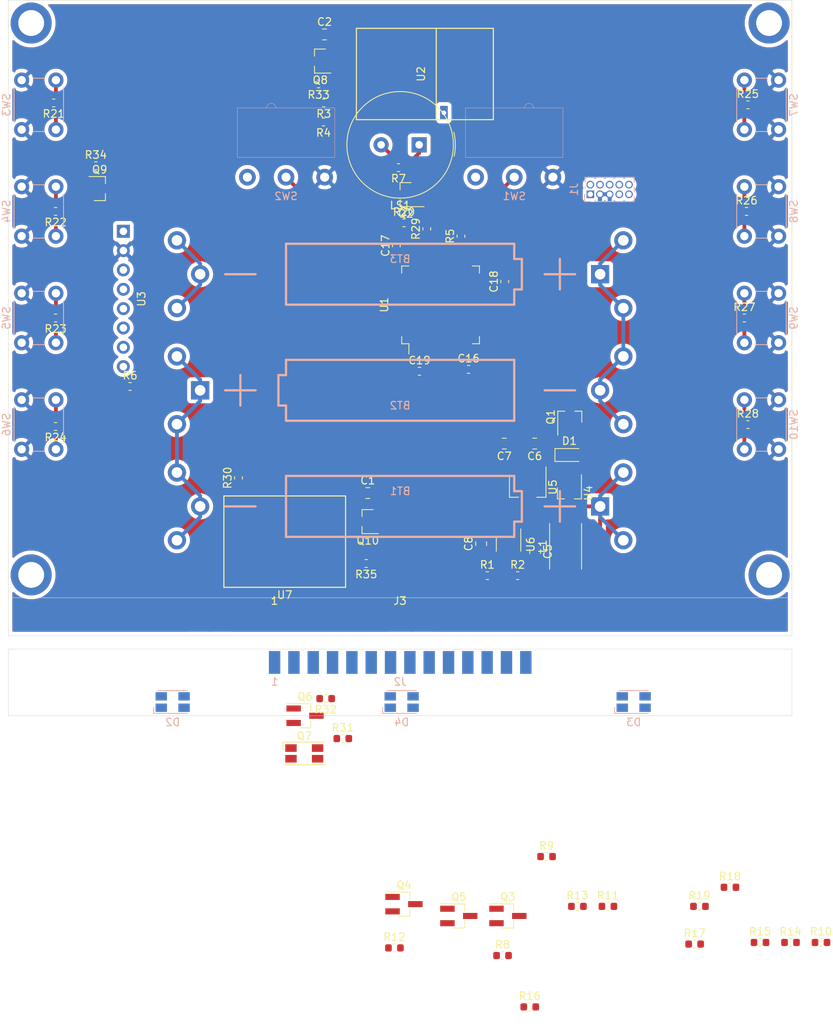
<source format=kicad_pcb>
(kicad_pcb (version 20171130) (host pcbnew 5.1.5-1.fc31)

  (general
    (thickness 1.6)
    (drawings 8)
    (tracks 163)
    (zones 0)
    (modules 84)
    (nets 114)
  )

  (page A4)
  (layers
    (0 F.Cu signal)
    (31 B.Cu signal)
    (32 B.Adhes user)
    (33 F.Adhes user)
    (34 B.Paste user)
    (35 F.Paste user)
    (36 B.SilkS user)
    (37 F.SilkS user)
    (38 B.Mask user)
    (39 F.Mask user)
    (40 Dwgs.User user)
    (41 Cmts.User user)
    (42 Eco1.User user)
    (43 Eco2.User user)
    (44 Edge.Cuts user)
    (45 Margin user)
    (46 B.CrtYd user)
    (47 F.CrtYd user)
    (48 B.Fab user)
    (49 F.Fab user)
  )

  (setup
    (last_trace_width 0.25)
    (user_trace_width 0.5)
    (trace_clearance 0.2)
    (zone_clearance 0.508)
    (zone_45_only no)
    (trace_min 0.2)
    (via_size 0.8)
    (via_drill 0.4)
    (via_min_size 0.4)
    (via_min_drill 0.3)
    (uvia_size 0.3)
    (uvia_drill 0.1)
    (uvias_allowed no)
    (uvia_min_size 0.2)
    (uvia_min_drill 0.1)
    (edge_width 0.05)
    (segment_width 0.2)
    (pcb_text_width 0.3)
    (pcb_text_size 1.5 1.5)
    (mod_edge_width 0.12)
    (mod_text_size 1 1)
    (mod_text_width 0.15)
    (pad_size 1.524 1.524)
    (pad_drill 0.762)
    (pad_to_mask_clearance 0.051)
    (solder_mask_min_width 0.25)
    (aux_axis_origin 0 0)
    (visible_elements FFFFFF7F)
    (pcbplotparams
      (layerselection 0x010fc_ffffffff)
      (usegerberextensions false)
      (usegerberattributes false)
      (usegerberadvancedattributes false)
      (creategerberjobfile false)
      (excludeedgelayer true)
      (linewidth 0.100000)
      (plotframeref false)
      (viasonmask false)
      (mode 1)
      (useauxorigin false)
      (hpglpennumber 1)
      (hpglpenspeed 20)
      (hpglpendiameter 15.000000)
      (psnegative false)
      (psa4output false)
      (plotreference true)
      (plotvalue true)
      (plotinvisibletext false)
      (padsonsilk false)
      (subtractmaskfromsilk false)
      (outputformat 1)
      (mirror false)
      (drillshape 1)
      (scaleselection 1)
      (outputdirectory ""))
  )

  (net 0 "")
  (net 1 "Net-(BT1-Pad1)")
  (net 2 "Net-(BT1-Pad2)")
  (net 3 "Net-(BT2-Pad2)")
  (net 4 "Net-(BT3-Pad2)")
  (net 5 GND)
  (net 6 "Net-(C1-Pad1)")
  (net 7 "Net-(C2-Pad1)")
  (net 8 +3V3)
  (net 9 +5V)
  (net 10 "Net-(D1-Pad1)")
  (net 11 "Net-(D2-Pad3)")
  (net 12 "Net-(D2-Pad2)")
  (net 13 "Net-(D2-Pad1)")
  (net 14 "Net-(D3-Pad3)")
  (net 15 "Net-(D3-Pad2)")
  (net 16 "Net-(D3-Pad1)")
  (net 17 "Net-(D4-Pad3)")
  (net 18 "Net-(D4-Pad2)")
  (net 19 "Net-(D4-Pad1)")
  (net 20 /~RESET)
  (net 21 "Net-(J1-Pad9)")
  (net 22 "Net-(J1-Pad8)")
  (net 23 "Net-(J1-Pad7)")
  (net 24 "Net-(J1-Pad6)")
  (net 25 /SWDCLK)
  (net 26 /SWDIO)
  (net 27 "Net-(J1-Pad1)")
  (net 28 "Net-(L1-Pad2)")
  (net 29 "Net-(LS1-Pad2)")
  (net 30 "Net-(Q2-Pad1)")
  (net 31 "Net-(Q3-Pad3)")
  (net 32 "Net-(Q4-Pad3)")
  (net 33 "Net-(Q5-Pad3)")
  (net 34 "Net-(Q6-Pad3)")
  (net 35 /NRF_~PWR)
  (net 36 "Net-(Q9-Pad2)")
  (net 37 /DISP_~PWR)
  (net 38 /BME_~PWR)
  (net 39 "Net-(R1-Pad2)")
  (net 40 "Net-(R3-Pad1)")
  (net 41 "Net-(R4-Pad2)")
  (net 42 "Net-(R6-Pad1)")
  (net 43 "Net-(R20-Pad2)")
  (net 44 "Net-(R21-Pad2)")
  (net 45 "Net-(R22-Pad2)")
  (net 46 "Net-(R23-Pad2)")
  (net 47 "Net-(R24-Pad2)")
  (net 48 "Net-(R25-Pad2)")
  (net 49 "Net-(R26-Pad2)")
  (net 50 "Net-(R27-Pad2)")
  (net 51 "Net-(R28-Pad2)")
  (net 52 "Net-(R30-Pad1)")
  (net 53 "Net-(U1-Pad39)")
  (net 54 "Net-(U1-Pad38)")
  (net 55 "Net-(U1-Pad37)")
  (net 56 "Net-(U1-Pad36)")
  (net 57 "Net-(U1-Pad33)")
  (net 58 "Net-(U1-Pad32)")
  (net 59 "Net-(U1-Pad24)")
  (net 60 "/Power Supply/EN_5V")
  (net 61 "Net-(U1-Pad8)")
  (net 62 "Net-(U1-Pad7)")
  (net 63 "Net-(U1-Pad6)")
  (net 64 "Net-(U1-Pad5)")
  (net 65 /RED)
  (net 66 /GREEN)
  (net 67 /BLUE)
  (net 68 /EN_ALS)
  (net 69 /ALS)
  (net 70 /NRF_MISO)
  (net 71 /NRF_~IRQ)
  (net 72 /BUZZER)
  (net 73 /DISP_~BUSY)
  (net 74 /SW_L1)
  (net 75 /SW_L2)
  (net 76 /SW_L3)
  (net 77 /SW_L4)
  (net 78 /SW_R1)
  (net 79 /SW_R2)
  (net 80 /SW_R3)
  (net 81 /SW_R4)
  (net 82 /SW_TOP)
  (net 83 "Net-(U1-Pad57)")
  (net 84 "Net-(U1-Pad21)")
  (net 85 "Net-(U1-Pad20)")
  (net 86 "Net-(U1-Pad12)")
  (net 87 "Net-(U1-Pad11)")
  (net 88 /NRF_MOSI)
  (net 89 /NRF_SCK)
  (net 90 /NRF_~CS)
  (net 91 /NRF_CE)
  (net 92 /DISP_~RST)
  (net 93 /DISP_D~C)
  (net 94 /DISP_~CS)
  (net 95 /BME_~CS)
  (net 96 /BME_SCK)
  (net 97 /BME_MISO)
  (net 98 /BME_MOSI)
  (net 99 "Net-(U1-Pad41)")
  (net 100 "Net-(U1-Pad40)")
  (net 101 "Net-(J2-Pad13)")
  (net 102 "Net-(J2-Pad12)")
  (net 103 "Net-(J2-Pad11)")
  (net 104 "Net-(J2-Pad10)")
  (net 105 "Net-(J2-Pad9)")
  (net 106 "Net-(J2-Pad8)")
  (net 107 "Net-(J3-Pad13)")
  (net 108 "Net-(J3-Pad12)")
  (net 109 "Net-(J3-Pad11)")
  (net 110 "Net-(J3-Pad10)")
  (net 111 "Net-(J3-Pad9)")
  (net 112 "Net-(J3-Pad8)")
  (net 113 /input/ALS_3V3)

  (net_class Default "Dies ist die voreingestellte Netzklasse."
    (clearance 0.2)
    (trace_width 0.25)
    (via_dia 0.8)
    (via_drill 0.4)
    (uvia_dia 0.3)
    (uvia_drill 0.1)
    (add_net +3V3)
    (add_net +5V)
    (add_net /ALS)
    (add_net /BLUE)
    (add_net /BME_MISO)
    (add_net /BME_MOSI)
    (add_net /BME_SCK)
    (add_net /BME_~CS)
    (add_net /BME_~PWR)
    (add_net /BUZZER)
    (add_net /DISP_D~C)
    (add_net /DISP_~BUSY)
    (add_net /DISP_~CS)
    (add_net /DISP_~PWR)
    (add_net /DISP_~RST)
    (add_net /EN_ALS)
    (add_net /GREEN)
    (add_net /NRF_CE)
    (add_net /NRF_MISO)
    (add_net /NRF_MOSI)
    (add_net /NRF_SCK)
    (add_net /NRF_~CS)
    (add_net /NRF_~IRQ)
    (add_net /NRF_~PWR)
    (add_net "/Power Supply/EN_5V")
    (add_net /RED)
    (add_net /SWDCLK)
    (add_net /SWDIO)
    (add_net /SW_L1)
    (add_net /SW_L2)
    (add_net /SW_L3)
    (add_net /SW_L4)
    (add_net /SW_R1)
    (add_net /SW_R2)
    (add_net /SW_R3)
    (add_net /SW_R4)
    (add_net /SW_TOP)
    (add_net /input/ALS_3V3)
    (add_net /~RESET)
    (add_net GND)
    (add_net "Net-(BT1-Pad1)")
    (add_net "Net-(BT1-Pad2)")
    (add_net "Net-(BT2-Pad2)")
    (add_net "Net-(BT3-Pad2)")
    (add_net "Net-(C1-Pad1)")
    (add_net "Net-(C2-Pad1)")
    (add_net "Net-(D1-Pad1)")
    (add_net "Net-(D2-Pad1)")
    (add_net "Net-(D2-Pad2)")
    (add_net "Net-(D2-Pad3)")
    (add_net "Net-(D3-Pad1)")
    (add_net "Net-(D3-Pad2)")
    (add_net "Net-(D3-Pad3)")
    (add_net "Net-(D4-Pad1)")
    (add_net "Net-(D4-Pad2)")
    (add_net "Net-(D4-Pad3)")
    (add_net "Net-(J1-Pad1)")
    (add_net "Net-(J1-Pad6)")
    (add_net "Net-(J1-Pad7)")
    (add_net "Net-(J1-Pad8)")
    (add_net "Net-(J1-Pad9)")
    (add_net "Net-(J2-Pad10)")
    (add_net "Net-(J2-Pad11)")
    (add_net "Net-(J2-Pad12)")
    (add_net "Net-(J2-Pad13)")
    (add_net "Net-(J2-Pad8)")
    (add_net "Net-(J2-Pad9)")
    (add_net "Net-(J3-Pad10)")
    (add_net "Net-(J3-Pad11)")
    (add_net "Net-(J3-Pad12)")
    (add_net "Net-(J3-Pad13)")
    (add_net "Net-(J3-Pad8)")
    (add_net "Net-(J3-Pad9)")
    (add_net "Net-(L1-Pad2)")
    (add_net "Net-(LS1-Pad2)")
    (add_net "Net-(Q2-Pad1)")
    (add_net "Net-(Q3-Pad3)")
    (add_net "Net-(Q4-Pad3)")
    (add_net "Net-(Q5-Pad3)")
    (add_net "Net-(Q6-Pad3)")
    (add_net "Net-(Q9-Pad2)")
    (add_net "Net-(R1-Pad2)")
    (add_net "Net-(R20-Pad2)")
    (add_net "Net-(R21-Pad2)")
    (add_net "Net-(R22-Pad2)")
    (add_net "Net-(R23-Pad2)")
    (add_net "Net-(R24-Pad2)")
    (add_net "Net-(R25-Pad2)")
    (add_net "Net-(R26-Pad2)")
    (add_net "Net-(R27-Pad2)")
    (add_net "Net-(R28-Pad2)")
    (add_net "Net-(R3-Pad1)")
    (add_net "Net-(R30-Pad1)")
    (add_net "Net-(R4-Pad2)")
    (add_net "Net-(R6-Pad1)")
    (add_net "Net-(U1-Pad11)")
    (add_net "Net-(U1-Pad12)")
    (add_net "Net-(U1-Pad20)")
    (add_net "Net-(U1-Pad21)")
    (add_net "Net-(U1-Pad24)")
    (add_net "Net-(U1-Pad32)")
    (add_net "Net-(U1-Pad33)")
    (add_net "Net-(U1-Pad36)")
    (add_net "Net-(U1-Pad37)")
    (add_net "Net-(U1-Pad38)")
    (add_net "Net-(U1-Pad39)")
    (add_net "Net-(U1-Pad40)")
    (add_net "Net-(U1-Pad41)")
    (add_net "Net-(U1-Pad5)")
    (add_net "Net-(U1-Pad57)")
    (add_net "Net-(U1-Pad6)")
    (add_net "Net-(U1-Pad7)")
    (add_net "Net-(U1-Pad8)")
  )

  (module footprints:Pin_Header_Side_1x14_Pitch2.54mm_SMD (layer F.Cu) (tedit 5E7A229D) (tstamp 5E9181BC)
    (at 119.99 122.2)
    (path /5E912A1E)
    (fp_text reference J3 (at 0 -2.54) (layer F.SilkS)
      (effects (font (size 1 1) (thickness 0.15)))
    )
    (fp_text value Conn_01x14_Male (at 0 2.54) (layer F.Fab)
      (effects (font (size 1 1) (thickness 0.15)))
    )
    (fp_text user 1 (at -16.51 -2.54) (layer F.SilkS)
      (effects (font (size 1 1) (thickness 0.15)))
    )
    (pad 14 smd rect (at 16.51 0) (size 1.5 3) (layers F.Cu F.Paste F.Mask)
      (net 5 GND))
    (pad 13 smd rect (at 13.97 0) (size 1.5 3) (layers F.Cu F.Paste F.Mask)
      (net 107 "Net-(J3-Pad13)"))
    (pad 12 smd rect (at 11.43 0) (size 1.5 3) (layers F.Cu F.Paste F.Mask)
      (net 108 "Net-(J3-Pad12)"))
    (pad 11 smd rect (at 8.89 0) (size 1.5 3) (layers F.Cu F.Paste F.Mask)
      (net 109 "Net-(J3-Pad11)"))
    (pad 10 smd rect (at 6.35 0) (size 1.5 3) (layers F.Cu F.Paste F.Mask)
      (net 110 "Net-(J3-Pad10)"))
    (pad 9 smd rect (at 3.81 0) (size 1.5 3) (layers F.Cu F.Paste F.Mask)
      (net 111 "Net-(J3-Pad9)"))
    (pad 8 smd rect (at 1.27 0) (size 1.5 3) (layers F.Cu F.Paste F.Mask)
      (net 112 "Net-(J3-Pad8)"))
    (pad 7 smd rect (at -1.27 0) (size 1.5 3) (layers F.Cu F.Paste F.Mask)
      (net 67 /BLUE))
    (pad 6 smd rect (at -3.81 0) (size 1.5 3) (layers F.Cu F.Paste F.Mask)
      (net 66 /GREEN))
    (pad 5 smd rect (at -6.35 0) (size 1.5 3) (layers F.Cu F.Paste F.Mask)
      (net 65 /RED))
    (pad 4 smd rect (at -8.89 0) (size 1.5 3) (layers F.Cu F.Paste F.Mask)
      (net 69 /ALS))
    (pad 3 smd rect (at -11.43 0) (size 1.5 3) (layers F.Cu F.Paste F.Mask)
      (net 68 /EN_ALS))
    (pad 2 smd rect (at -13.97 0) (size 1.5 3) (layers F.Cu F.Paste F.Mask)
      (net 9 +5V))
    (pad 1 smd rect (at -16.51 0) (size 1.5 3) (layers F.Cu F.Paste F.Mask)
      (net 8 +3V3))
  )

  (module footprints:Pin_Header_Side_1x14_Pitch2.54mm_SMD (layer B.Cu) (tedit 5E7A229D) (tstamp 5E90C3C0)
    (at 120.01 127.75)
    (path /5E917197)
    (fp_text reference J2 (at 0 2.54) (layer B.SilkS)
      (effects (font (size 1 1) (thickness 0.15)) (justify mirror))
    )
    (fp_text value Conn_01x14_Male (at 0 -2.54) (layer B.Fab)
      (effects (font (size 1 1) (thickness 0.15)) (justify mirror))
    )
    (fp_text user 1 (at -16.51 2.54) (layer B.SilkS)
      (effects (font (size 1 1) (thickness 0.15)) (justify mirror))
    )
    (pad 14 smd rect (at 16.51 0) (size 1.5 3) (layers B.Cu B.Paste B.Mask)
      (net 5 GND))
    (pad 13 smd rect (at 13.97 0) (size 1.5 3) (layers B.Cu B.Paste B.Mask)
      (net 101 "Net-(J2-Pad13)"))
    (pad 12 smd rect (at 11.43 0) (size 1.5 3) (layers B.Cu B.Paste B.Mask)
      (net 102 "Net-(J2-Pad12)"))
    (pad 11 smd rect (at 8.89 0) (size 1.5 3) (layers B.Cu B.Paste B.Mask)
      (net 103 "Net-(J2-Pad11)"))
    (pad 10 smd rect (at 6.35 0) (size 1.5 3) (layers B.Cu B.Paste B.Mask)
      (net 104 "Net-(J2-Pad10)"))
    (pad 9 smd rect (at 3.81 0) (size 1.5 3) (layers B.Cu B.Paste B.Mask)
      (net 105 "Net-(J2-Pad9)"))
    (pad 8 smd rect (at 1.27 0) (size 1.5 3) (layers B.Cu B.Paste B.Mask)
      (net 106 "Net-(J2-Pad8)"))
    (pad 7 smd rect (at -1.27 0) (size 1.5 3) (layers B.Cu B.Paste B.Mask)
      (net 67 /BLUE))
    (pad 6 smd rect (at -3.81 0) (size 1.5 3) (layers B.Cu B.Paste B.Mask)
      (net 66 /GREEN))
    (pad 5 smd rect (at -6.35 0) (size 1.5 3) (layers B.Cu B.Paste B.Mask)
      (net 65 /RED))
    (pad 4 smd rect (at -8.89 0) (size 1.5 3) (layers B.Cu B.Paste B.Mask)
      (net 69 /ALS))
    (pad 3 smd rect (at -11.43 0) (size 1.5 3) (layers B.Cu B.Paste B.Mask)
      (net 68 /EN_ALS))
    (pad 2 smd rect (at -13.97 0) (size 1.5 3) (layers B.Cu B.Paste B.Mask)
      (net 9 +5V))
    (pad 1 smd rect (at -16.51 0) (size 1.5 3) (layers B.Cu B.Paste B.Mask)
      (net 8 +3V3))
  )

  (module Capacitor_SMD:C_0603_1608Metric (layer F.Cu) (tedit 5B301BBE) (tstamp 5E8E1EE5)
    (at 119.5 73 90)
    (descr "Capacitor SMD 0603 (1608 Metric), square (rectangular) end terminal, IPC_7351 nominal, (Body size source: http://www.tortai-tech.com/upload/download/2011102023233369053.pdf), generated with kicad-footprint-generator")
    (tags capacitor)
    (path /5C4A5633)
    (attr smd)
    (fp_text reference C17 (at 0 -1.43 90) (layer F.SilkS)
      (effects (font (size 1 1) (thickness 0.15)))
    )
    (fp_text value 0.1uF/6.3V (at 0 1.43 90) (layer F.Fab)
      (effects (font (size 1 1) (thickness 0.15)))
    )
    (fp_text user %R (at 0 0 90) (layer F.Fab)
      (effects (font (size 0.4 0.4) (thickness 0.06)))
    )
    (fp_line (start 1.48 0.73) (end -1.48 0.73) (layer F.CrtYd) (width 0.05))
    (fp_line (start 1.48 -0.73) (end 1.48 0.73) (layer F.CrtYd) (width 0.05))
    (fp_line (start -1.48 -0.73) (end 1.48 -0.73) (layer F.CrtYd) (width 0.05))
    (fp_line (start -1.48 0.73) (end -1.48 -0.73) (layer F.CrtYd) (width 0.05))
    (fp_line (start -0.162779 0.51) (end 0.162779 0.51) (layer F.SilkS) (width 0.12))
    (fp_line (start -0.162779 -0.51) (end 0.162779 -0.51) (layer F.SilkS) (width 0.12))
    (fp_line (start 0.8 0.4) (end -0.8 0.4) (layer F.Fab) (width 0.1))
    (fp_line (start 0.8 -0.4) (end 0.8 0.4) (layer F.Fab) (width 0.1))
    (fp_line (start -0.8 -0.4) (end 0.8 -0.4) (layer F.Fab) (width 0.1))
    (fp_line (start -0.8 0.4) (end -0.8 -0.4) (layer F.Fab) (width 0.1))
    (pad 2 smd roundrect (at 0.7875 0 90) (size 0.875 0.95) (layers F.Cu F.Paste F.Mask) (roundrect_rratio 0.25)
      (net 5 GND))
    (pad 1 smd roundrect (at -0.7875 0 90) (size 0.875 0.95) (layers F.Cu F.Paste F.Mask) (roundrect_rratio 0.25)
      (net 8 +3V3))
    (model ${KISYS3DMOD}/Capacitor_SMD.3dshapes/C_0603_1608Metric.wrl
      (at (xyz 0 0 0))
      (scale (xyz 1 1 1))
      (rotate (xyz 0 0 0))
    )
  )

  (module footprints:Battery_Keystone_590_596_1xAA (layer B.Cu) (tedit 5E8F4FA2) (tstamp 5E8FCBAF)
    (at 120 76.75)
    (path /5C043AB7/5EE44377)
    (fp_text reference BT3 (at 0 -2) (layer B.SilkS)
      (effects (font (size 1 1) (thickness 0.15)) (justify mirror))
    )
    (fp_text value NiMH (at 0 1.5) (layer B.Fab)
      (effects (font (size 1 1) (thickness 0.15)) (justify mirror))
    )
    (fp_line (start 33 7.5) (end -33 7.5) (layer B.CrtYd) (width 0.12))
    (fp_line (start 33 -7.5) (end 33 7.5) (layer B.CrtYd) (width 0.12))
    (fp_line (start -33 -7.5) (end 33 -7.5) (layer B.CrtYd) (width 0.12))
    (fp_line (start -33 7.5) (end -33 -7.5) (layer B.CrtYd) (width 0.12))
    (fp_line (start 15 4) (end -15 4) (layer B.SilkS) (width 0.3))
    (fp_line (start 15 2) (end 15 4) (layer B.SilkS) (width 0.3))
    (fp_line (start 16 2) (end 15 2) (layer B.SilkS) (width 0.3))
    (fp_line (start 16 -2) (end 16 2) (layer B.SilkS) (width 0.3))
    (fp_line (start 15 -2) (end 16 -2) (layer B.SilkS) (width 0.3))
    (fp_line (start 15 -4) (end 15 -2) (layer B.SilkS) (width 0.3))
    (fp_line (start -15 -4) (end 15 -4) (layer B.SilkS) (width 0.3))
    (fp_line (start -15 4) (end -15 -4) (layer B.SilkS) (width 0.3))
    (fp_line (start 21 2) (end 21 -2) (layer B.SilkS) (width 0.3))
    (fp_line (start 23 0) (end 19 0) (layer B.SilkS) (width 0.3))
    (fp_line (start -23 0) (end -19 0) (layer B.SilkS) (width 0.3))
    (pad 2 thru_hole circle (at -29.34 -4.45) (size 2.4 2.4) (drill 1.4) (layers *.Cu *.Mask)
      (net 4 "Net-(BT3-Pad2)"))
    (pad 2 thru_hole circle (at -29.34 4.45) (size 2.4 2.4) (drill 1.4) (layers *.Cu *.Mask)
      (net 4 "Net-(BT3-Pad2)"))
    (pad 2 thru_hole circle (at -26.29 0) (size 2.4 2.4) (drill 1.4) (layers *.Cu *.Mask)
      (net 4 "Net-(BT3-Pad2)"))
    (pad 1 thru_hole circle (at 29.34 -4.45) (size 2.4 2.4) (drill 1.4) (layers *.Cu *.Mask)
      (net 3 "Net-(BT2-Pad2)"))
    (pad 1 thru_hole circle (at 29.34 4.45) (size 2.4 2.4) (drill 1.4) (layers *.Cu *.Mask)
      (net 3 "Net-(BT2-Pad2)"))
    (pad 1 thru_hole rect (at 26.29 0) (size 2.4 2.4) (drill 1.4) (layers *.Cu *.Mask)
      (net 3 "Net-(BT2-Pad2)"))
  )

  (module footprints:Battery_Keystone_590_596_1xAA (layer B.Cu) (tedit 5E8F4FA2) (tstamp 5E8E1E44)
    (at 120 92 180)
    (path /5C043AB7/5EE43EF0)
    (fp_text reference BT2 (at 0 -2) (layer B.SilkS)
      (effects (font (size 1 1) (thickness 0.15)) (justify mirror))
    )
    (fp_text value NiMH (at 0 1.5) (layer B.Fab)
      (effects (font (size 1 1) (thickness 0.15)) (justify mirror))
    )
    (fp_line (start 33 7.5) (end -33 7.5) (layer B.CrtYd) (width 0.12))
    (fp_line (start 33 -7.5) (end 33 7.5) (layer B.CrtYd) (width 0.12))
    (fp_line (start -33 -7.5) (end 33 -7.5) (layer B.CrtYd) (width 0.12))
    (fp_line (start -33 7.5) (end -33 -7.5) (layer B.CrtYd) (width 0.12))
    (fp_line (start 15 4) (end -15 4) (layer B.SilkS) (width 0.3))
    (fp_line (start 15 2) (end 15 4) (layer B.SilkS) (width 0.3))
    (fp_line (start 16 2) (end 15 2) (layer B.SilkS) (width 0.3))
    (fp_line (start 16 -2) (end 16 2) (layer B.SilkS) (width 0.3))
    (fp_line (start 15 -2) (end 16 -2) (layer B.SilkS) (width 0.3))
    (fp_line (start 15 -4) (end 15 -2) (layer B.SilkS) (width 0.3))
    (fp_line (start -15 -4) (end 15 -4) (layer B.SilkS) (width 0.3))
    (fp_line (start -15 4) (end -15 -4) (layer B.SilkS) (width 0.3))
    (fp_line (start 21 2) (end 21 -2) (layer B.SilkS) (width 0.3))
    (fp_line (start 23 0) (end 19 0) (layer B.SilkS) (width 0.3))
    (fp_line (start -23 0) (end -19 0) (layer B.SilkS) (width 0.3))
    (pad 2 thru_hole circle (at -29.34 -4.45 180) (size 2.4 2.4) (drill 1.4) (layers *.Cu *.Mask)
      (net 3 "Net-(BT2-Pad2)"))
    (pad 2 thru_hole circle (at -29.34 4.45 180) (size 2.4 2.4) (drill 1.4) (layers *.Cu *.Mask)
      (net 3 "Net-(BT2-Pad2)"))
    (pad 2 thru_hole circle (at -26.29 0 180) (size 2.4 2.4) (drill 1.4) (layers *.Cu *.Mask)
      (net 3 "Net-(BT2-Pad2)"))
    (pad 1 thru_hole circle (at 29.34 -4.45 180) (size 2.4 2.4) (drill 1.4) (layers *.Cu *.Mask)
      (net 2 "Net-(BT1-Pad2)"))
    (pad 1 thru_hole circle (at 29.34 4.45 180) (size 2.4 2.4) (drill 1.4) (layers *.Cu *.Mask)
      (net 2 "Net-(BT1-Pad2)"))
    (pad 1 thru_hole rect (at 26.29 0 180) (size 2.4 2.4) (drill 1.4) (layers *.Cu *.Mask)
      (net 2 "Net-(BT1-Pad2)"))
  )

  (module footprints:Battery_Keystone_590_596_1xAA (layer B.Cu) (tedit 5E8F4FA2) (tstamp 5E8E1E2B)
    (at 120 107.25)
    (path /5C043AB7/5EE43BC8)
    (fp_text reference BT1 (at 0 -2) (layer B.SilkS)
      (effects (font (size 1 1) (thickness 0.15)) (justify mirror))
    )
    (fp_text value NiMH (at 0 1.5) (layer B.Fab)
      (effects (font (size 1 1) (thickness 0.15)) (justify mirror))
    )
    (fp_line (start 33 7.5) (end -33 7.5) (layer B.CrtYd) (width 0.12))
    (fp_line (start 33 -7.5) (end 33 7.5) (layer B.CrtYd) (width 0.12))
    (fp_line (start -33 -7.5) (end 33 -7.5) (layer B.CrtYd) (width 0.12))
    (fp_line (start -33 7.5) (end -33 -7.5) (layer B.CrtYd) (width 0.12))
    (fp_line (start 15 4) (end -15 4) (layer B.SilkS) (width 0.3))
    (fp_line (start 15 2) (end 15 4) (layer B.SilkS) (width 0.3))
    (fp_line (start 16 2) (end 15 2) (layer B.SilkS) (width 0.3))
    (fp_line (start 16 -2) (end 16 2) (layer B.SilkS) (width 0.3))
    (fp_line (start 15 -2) (end 16 -2) (layer B.SilkS) (width 0.3))
    (fp_line (start 15 -4) (end 15 -2) (layer B.SilkS) (width 0.3))
    (fp_line (start -15 -4) (end 15 -4) (layer B.SilkS) (width 0.3))
    (fp_line (start -15 4) (end -15 -4) (layer B.SilkS) (width 0.3))
    (fp_line (start 21 2) (end 21 -2) (layer B.SilkS) (width 0.3))
    (fp_line (start 23 0) (end 19 0) (layer B.SilkS) (width 0.3))
    (fp_line (start -23 0) (end -19 0) (layer B.SilkS) (width 0.3))
    (pad 2 thru_hole circle (at -29.34 -4.45) (size 2.4 2.4) (drill 1.4) (layers *.Cu *.Mask)
      (net 2 "Net-(BT1-Pad2)"))
    (pad 2 thru_hole circle (at -29.34 4.45) (size 2.4 2.4) (drill 1.4) (layers *.Cu *.Mask)
      (net 2 "Net-(BT1-Pad2)"))
    (pad 2 thru_hole circle (at -26.29 0) (size 2.4 2.4) (drill 1.4) (layers *.Cu *.Mask)
      (net 2 "Net-(BT1-Pad2)"))
    (pad 1 thru_hole circle (at 29.34 -4.45) (size 2.4 2.4) (drill 1.4) (layers *.Cu *.Mask)
      (net 1 "Net-(BT1-Pad1)"))
    (pad 1 thru_hole circle (at 29.34 4.45) (size 2.4 2.4) (drill 1.4) (layers *.Cu *.Mask)
      (net 1 "Net-(BT1-Pad1)"))
    (pad 1 thru_hole rect (at 26.29 0) (size 2.4 2.4) (drill 1.4) (layers *.Cu *.Mask)
      (net 1 "Net-(BT1-Pad1)"))
  )

  (module footprints:GY-B11_EP_280_SMD (layer F.Cu) (tedit 5E7A31C0) (tstamp 5E90C843)
    (at 104.83 111.88 180)
    (path /5E937ACB/5E978131)
    (attr smd)
    (fp_text reference U7 (at 0 -7) (layer F.SilkS)
      (effects (font (size 1 1) (thickness 0.15)))
    )
    (fp_text value GY-B11_EP_280 (at 0 7) (layer F.Fab)
      (effects (font (size 1 1) (thickness 0.15)))
    )
    (fp_line (start 8.2 -6.2) (end -8.2 -6.2) (layer F.CrtYd) (width 0.12))
    (fp_line (start 8.2 6.2) (end 8.2 -6.2) (layer F.CrtYd) (width 0.12))
    (fp_line (start -8.2 6.2) (end 8.2 6.2) (layer F.CrtYd) (width 0.12))
    (fp_line (start -8.2 -6.2) (end -8.2 6.2) (layer F.CrtYd) (width 0.12))
    (fp_line (start 8 -6) (end -8 -6) (layer F.SilkS) (width 0.15))
    (fp_line (start 8 6) (end 8 -6) (layer F.SilkS) (width 0.15))
    (fp_line (start -8 6) (end 8 6) (layer F.SilkS) (width 0.15))
    (fp_line (start -8 -6) (end -8 6) (layer F.SilkS) (width 0.15))
    (pad "" smd circle (at -5.08 -2.62 180) (size 5 5) (layers F.Cu F.Paste F.Mask))
    (pad "" smd circle (at 5.08 -2.62 180) (size 5 5) (layers F.Cu F.Paste F.Mask))
    (pad 1 smd rect (at -6.35 5 180) (size 2 2) (layers F.Cu F.Paste F.Mask)
      (net 6 "Net-(C1-Pad1)"))
    (pad 6 smd circle (at 6.35 5 180) (size 2 2) (layers F.Cu F.Paste F.Mask)
      (net 52 "Net-(R30-Pad1)"))
    (pad 5 smd circle (at 3.81 5 180) (size 2 2) (layers F.Cu F.Paste F.Mask)
      (net 95 /BME_~CS))
    (pad 4 smd circle (at 1.27 5 180) (size 2 2) (layers F.Cu F.Paste F.Mask)
      (net 98 /BME_MOSI))
    (pad 3 smd circle (at -1.27 5 180) (size 2 2) (layers F.Cu F.Paste F.Mask)
      (net 96 /BME_SCK))
    (pad 2 smd circle (at -3.73 5 180) (size 2 2) (layers F.Cu F.Paste F.Mask)
      (net 5 GND))
  )

  (module Package_TO_SOT_SMD:SOT-23-6_Handsoldering (layer F.Cu) (tedit 5A02FF57) (tstamp 5E8E24D0)
    (at 134.25 112.25 270)
    (descr "6-pin SOT-23 package, Handsoldering")
    (tags "SOT-23-6 Handsoldering")
    (path /5C043AB7/5C04CA8E)
    (attr smd)
    (fp_text reference U6 (at 0 -2.9 90) (layer F.SilkS)
      (effects (font (size 1 1) (thickness 0.15)))
    )
    (fp_text value MCP1640T-I/CHY (at 0 2.9 90) (layer F.Fab)
      (effects (font (size 1 1) (thickness 0.15)))
    )
    (fp_line (start 0.9 -1.55) (end 0.9 1.55) (layer F.Fab) (width 0.1))
    (fp_line (start 0.9 1.55) (end -0.9 1.55) (layer F.Fab) (width 0.1))
    (fp_line (start -0.9 -0.9) (end -0.9 1.55) (layer F.Fab) (width 0.1))
    (fp_line (start 0.9 -1.55) (end -0.25 -1.55) (layer F.Fab) (width 0.1))
    (fp_line (start -0.9 -0.9) (end -0.25 -1.55) (layer F.Fab) (width 0.1))
    (fp_line (start -2.4 -1.8) (end 2.4 -1.8) (layer F.CrtYd) (width 0.05))
    (fp_line (start 2.4 -1.8) (end 2.4 1.8) (layer F.CrtYd) (width 0.05))
    (fp_line (start 2.4 1.8) (end -2.4 1.8) (layer F.CrtYd) (width 0.05))
    (fp_line (start -2.4 1.8) (end -2.4 -1.8) (layer F.CrtYd) (width 0.05))
    (fp_line (start 0.9 -1.61) (end -2.05 -1.61) (layer F.SilkS) (width 0.12))
    (fp_line (start -0.9 1.61) (end 0.9 1.61) (layer F.SilkS) (width 0.12))
    (fp_text user %R (at 0 0) (layer F.Fab)
      (effects (font (size 0.5 0.5) (thickness 0.075)))
    )
    (pad 5 smd rect (at 1.35 0 270) (size 1.56 0.65) (layers F.Cu F.Paste F.Mask)
      (net 9 +5V))
    (pad 6 smd rect (at 1.35 -0.95 270) (size 1.56 0.65) (layers F.Cu F.Paste F.Mask)
      (net 1 "Net-(BT1-Pad1)"))
    (pad 4 smd rect (at 1.35 0.95 270) (size 1.56 0.65) (layers F.Cu F.Paste F.Mask)
      (net 39 "Net-(R1-Pad2)"))
    (pad 3 smd rect (at -1.35 0.95 270) (size 1.56 0.65) (layers F.Cu F.Paste F.Mask)
      (net 60 "/Power Supply/EN_5V"))
    (pad 2 smd rect (at -1.35 0 270) (size 1.56 0.65) (layers F.Cu F.Paste F.Mask)
      (net 5 GND))
    (pad 1 smd rect (at -1.35 -0.95 270) (size 1.56 0.65) (layers F.Cu F.Paste F.Mask)
      (net 28 "Net-(L1-Pad2)"))
    (model ${KISYS3DMOD}/Package_TO_SOT_SMD.3dshapes/SOT-23-6.wrl
      (at (xyz 0 0 0))
      (scale (xyz 1 1 1))
      (rotate (xyz 0 0 0))
    )
  )

  (module Package_TO_SOT_SMD:SOT-89-3_Handsoldering (layer F.Cu) (tedit 5A02FF57) (tstamp 5E8E24BA)
    (at 136.77 104.27 270)
    (descr "SOT-89-3 Handsoldering")
    (tags "SOT-89-3 Handsoldering")
    (path /5C043AB7/5C04B605)
    (attr smd)
    (fp_text reference U5 (at 0.45 -3.3 90) (layer F.SilkS)
      (effects (font (size 1 1) (thickness 0.15)))
    )
    (fp_text value MCP1700-3302E_SOT89 (at 0.5 3.15 90) (layer F.Fab)
      (effects (font (size 1 1) (thickness 0.15)))
    )
    (fp_line (start -0.13 -2.3) (end 1.68 -2.3) (layer F.Fab) (width 0.1))
    (fp_line (start -0.92 2.3) (end -0.92 -1.51) (layer F.Fab) (width 0.1))
    (fp_line (start 1.68 2.3) (end -0.92 2.3) (layer F.Fab) (width 0.1))
    (fp_line (start 1.68 -2.3) (end 1.68 2.3) (layer F.Fab) (width 0.1))
    (fp_line (start -0.92 -1.51) (end -0.13 -2.3) (layer F.Fab) (width 0.1))
    (fp_line (start 1.78 -2.4) (end 1.78 -1.2) (layer F.SilkS) (width 0.12))
    (fp_line (start -2.22 -2.4) (end 1.78 -2.4) (layer F.SilkS) (width 0.12))
    (fp_line (start 1.78 2.4) (end -0.92 2.4) (layer F.SilkS) (width 0.12))
    (fp_line (start 1.78 1.2) (end 1.78 2.4) (layer F.SilkS) (width 0.12))
    (fp_line (start -3.5 -2.55) (end -3.5 2.55) (layer F.CrtYd) (width 0.05))
    (fp_line (start 4.25 -2.55) (end -3.5 -2.55) (layer F.CrtYd) (width 0.05))
    (fp_line (start 4.25 2.55) (end 4.25 -2.55) (layer F.CrtYd) (width 0.05))
    (fp_line (start -3.5 2.55) (end 4.25 2.55) (layer F.CrtYd) (width 0.05))
    (fp_text user %R (at 0.38 0) (layer F.Fab)
      (effects (font (size 0.6 0.6) (thickness 0.09)))
    )
    (pad 2 smd trapezoid (at -0.37 0) (size 1.5 0.75) (rect_delta 0 0.5 ) (layers F.Cu F.Paste F.Mask)
      (net 1 "Net-(BT1-Pad1)"))
    (pad 2 smd rect (at 1.98 0 180) (size 2 4) (layers F.Cu F.Paste F.Mask)
      (net 1 "Net-(BT1-Pad1)"))
    (pad 3 smd rect (at -1.98 1.5 180) (size 1 2.5) (layers F.Cu F.Paste F.Mask)
      (net 8 +3V3))
    (pad 2 smd rect (at -1.98 0 180) (size 1 2.5) (layers F.Cu F.Paste F.Mask)
      (net 1 "Net-(BT1-Pad1)"))
    (pad 1 smd rect (at -1.98 -1.5 180) (size 1 2.5) (layers F.Cu F.Paste F.Mask)
      (net 5 GND))
    (model ${KISYS3DMOD}/Package_TO_SOT_SMD.3dshapes/SOT-89-3.wrl
      (at (xyz 0 0 0))
      (scale (xyz 1 1 1))
      (rotate (xyz 0 0 0))
    )
  )

  (module Package_TO_SOT_SMD:SOT-23_Handsoldering (layer F.Cu) (tedit 5A0AB76C) (tstamp 5E8E24A3)
    (at 142.25 105.5 270)
    (descr "SOT-23, Handsoldering")
    (tags SOT-23)
    (path /5C043AB7/5C04AEDD)
    (attr smd)
    (fp_text reference U4 (at 0 -2.5 90) (layer F.SilkS)
      (effects (font (size 1 1) (thickness 0.15)))
    )
    (fp_text value TPS3839K33DBZR (at 0 2.5 90) (layer F.Fab)
      (effects (font (size 1 1) (thickness 0.15)))
    )
    (fp_line (start 0.76 1.58) (end -0.7 1.58) (layer F.SilkS) (width 0.12))
    (fp_line (start -0.7 1.52) (end 0.7 1.52) (layer F.Fab) (width 0.1))
    (fp_line (start 0.7 -1.52) (end 0.7 1.52) (layer F.Fab) (width 0.1))
    (fp_line (start -0.7 -0.95) (end -0.15 -1.52) (layer F.Fab) (width 0.1))
    (fp_line (start -0.15 -1.52) (end 0.7 -1.52) (layer F.Fab) (width 0.1))
    (fp_line (start -0.7 -0.95) (end -0.7 1.5) (layer F.Fab) (width 0.1))
    (fp_line (start 0.76 -1.58) (end -2.4 -1.58) (layer F.SilkS) (width 0.12))
    (fp_line (start -2.7 1.75) (end -2.7 -1.75) (layer F.CrtYd) (width 0.05))
    (fp_line (start 2.7 1.75) (end -2.7 1.75) (layer F.CrtYd) (width 0.05))
    (fp_line (start 2.7 -1.75) (end 2.7 1.75) (layer F.CrtYd) (width 0.05))
    (fp_line (start -2.7 -1.75) (end 2.7 -1.75) (layer F.CrtYd) (width 0.05))
    (fp_line (start 0.76 -1.58) (end 0.76 -0.65) (layer F.SilkS) (width 0.12))
    (fp_line (start 0.76 1.58) (end 0.76 0.65) (layer F.SilkS) (width 0.12))
    (fp_text user %R (at 0 0) (layer F.Fab)
      (effects (font (size 0.5 0.5) (thickness 0.075)))
    )
    (pad 3 smd rect (at 1.5 0 270) (size 1.9 0.8) (layers F.Cu F.Paste F.Mask)
      (net 1 "Net-(BT1-Pad1)"))
    (pad 2 smd rect (at -1.5 0.95 270) (size 1.9 0.8) (layers F.Cu F.Paste F.Mask)
      (net 10 "Net-(D1-Pad1)"))
    (pad 1 smd rect (at -1.5 -0.95 270) (size 1.9 0.8) (layers F.Cu F.Paste F.Mask)
      (net 4 "Net-(BT3-Pad2)"))
    (model ${KISYS3DMOD}/Package_TO_SOT_SMD.3dshapes/SOT-23.wrl
      (at (xyz 0 0 0))
      (scale (xyz 1 1 1))
      (rotate (xyz 0 0 0))
    )
  )

  (module footprints:Waveshare_4.2_EInk_Module (layer F.Cu) (tedit 5E8E0B95) (tstamp 5E8E248E)
    (at 120 80)
    (path /5E98FCAF/5EB45643)
    (fp_text reference U3 (at -34 0 90) (layer F.SilkS)
      (effects (font (size 1 1) (thickness 0.15)))
    )
    (fp_text value Waveshare_4.2_EInk_Module (at -32.25 0 270) (layer F.Fab)
      (effects (font (size 1 1) (thickness 0.15)))
    )
    (fp_text user "keep out" (at -45 0 90) (layer F.Fab)
      (effects (font (size 1 1) (thickness 0.15)))
    )
    (fp_line (start -51.25 -10) (end -35 -10) (layer F.Fab) (width 0.12))
    (fp_line (start -51.25 10) (end -51.25 -10) (layer F.Fab) (width 0.12))
    (fp_line (start -35 10) (end -51.25 10) (layer F.Fab) (width 0.12))
    (fp_line (start -35 -10) (end -35 10) (layer F.Fab) (width 0.12))
    (fp_text user h=2mm (at -23.5 -24.35) (layer F.Fab)
      (effects (font (size 1 1) (thickness 0.15)))
    )
    (fp_text user "keep out" (at -23.5 -26.7) (layer F.Fab)
      (effects (font (size 1 1) (thickness 0.15)))
    )
    (fp_line (start -33.5 -19.25) (end -33.5 -31.25) (layer F.Fab) (width 0.12))
    (fp_line (start -13.5 -19.25) (end -33.5 -19.25) (layer F.Fab) (width 0.12))
    (fp_line (start -13.5 -31.25) (end -13.5 -19.25) (layer F.Fab) (width 0.12))
    (fp_line (start -33.5 -31.25) (end -13.5 -31.25) (layer F.Fab) (width 0.12))
    (fp_text user h=3mm (at 24.3 -18.8) (layer F.Fab)
      (effects (font (size 1 1) (thickness 0.15)))
    )
    (fp_text user out (at 24.15 -21.55) (layer F.Fab)
      (effects (font (size 1 1) (thickness 0.15)))
    )
    (fp_text user keep (at 24.2 -23.3) (layer F.Fab)
      (effects (font (size 1 1) (thickness 0.15)))
    )
    (fp_line (start 21 -24.25) (end 27.5 -24.25) (layer F.Fab) (width 0.12))
    (fp_line (start 21 -17.75) (end 21 -24.25) (layer F.Fab) (width 0.12))
    (fp_line (start 27.5 -17.75) (end 21 -17.75) (layer F.Fab) (width 0.12))
    (fp_line (start 27.5 -24.25) (end 27.5 -17.75) (layer F.Fab) (width 0.12))
    (fp_text user "PCB cutout" (at 46.7 0 90) (layer F.Fab)
      (effects (font (size 1 1) (thickness 0.15)))
    )
    (fp_line (start 42.4 -12.3) (end 51.4 -12.3) (layer F.Fab) (width 0.12))
    (fp_line (start 42.4 12.3) (end 42.4 -12.3) (layer F.Fab) (width 0.12))
    (fp_line (start 51.4 12.3) (end 42.4 12.3) (layer F.Fab) (width 0.12))
    (fp_line (start 51.4 -12.3) (end 51.4 12.3) (layer F.Fab) (width 0.12))
    (fp_line (start 51.5 -39.25) (end -51.5 -39.25) (layer F.SilkS) (width 0.05))
    (fp_line (start 51.5 39.25) (end 51.5 -39.25) (layer F.SilkS) (width 0.05))
    (fp_line (start -51.5 39.25) (end 51.5 39.25) (layer F.SilkS) (width 0.05))
    (fp_line (start -51.5 -39.25) (end -51.5 39.25) (layer F.SilkS) (width 0.05))
    (pad 8 thru_hole circle (at -36.38 8.89) (size 1.7 1.7) (drill 1) (layers *.Cu *.Mask)
      (net 42 "Net-(R6-Pad1)"))
    (pad 7 thru_hole circle (at -36.38 6.35) (size 1.7 1.7) (drill 1) (layers *.Cu *.Mask)
      (net 92 /DISP_~RST))
    (pad 6 thru_hole circle (at -36.38 3.81) (size 1.7 1.7) (drill 1) (layers *.Cu *.Mask)
      (net 93 /DISP_D~C))
    (pad 5 thru_hole circle (at -36.38 1.27) (size 1.7 1.7) (drill 1) (layers *.Cu *.Mask)
      (net 94 /DISP_~CS))
    (pad 4 thru_hole circle (at -36.38 -1.27) (size 1.7 1.7) (drill 1) (layers *.Cu *.Mask)
      (net 96 /BME_SCK))
    (pad 3 thru_hole circle (at -36.38 -3.81) (size 1.7 1.7) (drill 1) (layers *.Cu *.Mask)
      (net 98 /BME_MOSI))
    (pad 2 thru_hole circle (at -36.38 -6.35) (size 1.7 1.7) (drill 1) (layers *.Cu *.Mask)
      (net 5 GND))
    (pad 1 thru_hole rect (at -36.38 -8.89) (size 1.7 1.7) (drill 1) (layers *.Cu *.Mask)
      (net 36 "Net-(Q9-Pad2)"))
    (pad "" np_thru_hole circle (at -48.5 36.25) (size 5.4 5.4) (drill 3.4) (layers *.Cu *.Mask))
    (pad "" np_thru_hole circle (at -48.5 -36.25) (size 5.4 5.4) (drill 3.4) (layers *.Cu *.Mask))
    (pad "" np_thru_hole circle (at 48.5 -36.25) (size 5.4 5.4) (drill 3.4) (layers *.Cu *.Mask))
    (pad "" np_thru_hole circle (at 48.5 36.25) (size 5.4 5.4) (drill 3.4) (layers *.Cu *.Mask))
  )

  (module footprints:NRF24L01+breakout_SMD (layer F.Cu) (tedit 5E78B67B) (tstamp 5E8E2463)
    (at 123.25 50.445 270)
    (path /5E7AFF0E)
    (fp_text reference U2 (at 0 0.5 90) (layer F.SilkS)
      (effects (font (size 1 1) (thickness 0.15)))
    )
    (fp_text value NRF24L01_Breakout_SMD (at 0 -0.5 90) (layer F.Fab)
      (effects (font (size 1 1) (thickness 0.15)))
    )
    (fp_line (start -6 -9) (end 6 -9) (layer F.SilkS) (width 0.15))
    (fp_line (start 6 -9) (end 6 9) (layer F.SilkS) (width 0.15))
    (fp_line (start 6 9) (end -6 9) (layer F.SilkS) (width 0.15))
    (fp_line (start -6 9) (end -6 -9) (layer F.SilkS) (width 0.15))
    (fp_line (start 6 -1.5) (end -6 -1.5) (layer F.SilkS) (width 0.15))
    (pad "" thru_hole rect (at 5.1 -2.5 270) (size 1.8 1) (drill 0.6) (layers *.Cu *.Mask))
    (pad 8 smd rect (at 4.445 9 270) (size 1 3) (layers F.Cu F.Paste F.Mask)
      (net 41 "Net-(R4-Pad2)"))
    (pad 7 smd rect (at 3.175 9 270) (size 1 3) (layers F.Cu F.Paste F.Mask)
      (net 40 "Net-(R3-Pad1)"))
    (pad 6 smd rect (at 1.905 9 270) (size 1 3) (layers F.Cu F.Paste F.Mask)
      (net 88 /NRF_MOSI))
    (pad 5 smd rect (at 0.635 9 270) (size 1 3) (layers F.Cu F.Paste F.Mask)
      (net 89 /NRF_SCK))
    (pad 4 smd rect (at -0.635 9 270) (size 1 3) (layers F.Cu F.Paste F.Mask)
      (net 90 /NRF_~CS))
    (pad 3 smd rect (at -1.905 9 270) (size 1 3) (layers F.Cu F.Paste F.Mask)
      (net 91 /NRF_CE))
    (pad 2 smd rect (at -3.175 9 270) (size 1 3) (layers F.Cu F.Paste F.Mask)
      (net 5 GND))
    (pad 1 smd rect (at -4.445 9 270) (size 1 3) (layers F.Cu F.Paste F.Mask)
      (net 7 "Net-(C2-Pad1)"))
  )

  (module Package_QFP:LQFP-64_10x10mm_P0.5mm (layer F.Cu) (tedit 5D9F72AF) (tstamp 5E8E2451)
    (at 125.315 80.775 90)
    (descr "LQFP, 64 Pin (https://www.analog.com/media/en/technical-documentation/data-sheets/ad7606_7606-6_7606-4.pdf), generated with kicad-footprint-generator ipc_gullwing_generator.py")
    (tags "LQFP QFP")
    (path /5C0737ED)
    (attr smd)
    (fp_text reference U1 (at 0 -7.4 90) (layer F.SilkS)
      (effects (font (size 1 1) (thickness 0.15)))
    )
    (fp_text value MKL25Z128VLH4 (at 0 7.4 90) (layer F.Fab)
      (effects (font (size 1 1) (thickness 0.15)))
    )
    (fp_text user %R (at 0 0 90) (layer F.Fab)
      (effects (font (size 1 1) (thickness 0.15)))
    )
    (fp_line (start 6.7 4.15) (end 6.7 0) (layer F.CrtYd) (width 0.05))
    (fp_line (start 5.25 4.15) (end 6.7 4.15) (layer F.CrtYd) (width 0.05))
    (fp_line (start 5.25 5.25) (end 5.25 4.15) (layer F.CrtYd) (width 0.05))
    (fp_line (start 4.15 5.25) (end 5.25 5.25) (layer F.CrtYd) (width 0.05))
    (fp_line (start 4.15 6.7) (end 4.15 5.25) (layer F.CrtYd) (width 0.05))
    (fp_line (start 0 6.7) (end 4.15 6.7) (layer F.CrtYd) (width 0.05))
    (fp_line (start -6.7 4.15) (end -6.7 0) (layer F.CrtYd) (width 0.05))
    (fp_line (start -5.25 4.15) (end -6.7 4.15) (layer F.CrtYd) (width 0.05))
    (fp_line (start -5.25 5.25) (end -5.25 4.15) (layer F.CrtYd) (width 0.05))
    (fp_line (start -4.15 5.25) (end -5.25 5.25) (layer F.CrtYd) (width 0.05))
    (fp_line (start -4.15 6.7) (end -4.15 5.25) (layer F.CrtYd) (width 0.05))
    (fp_line (start 0 6.7) (end -4.15 6.7) (layer F.CrtYd) (width 0.05))
    (fp_line (start 6.7 -4.15) (end 6.7 0) (layer F.CrtYd) (width 0.05))
    (fp_line (start 5.25 -4.15) (end 6.7 -4.15) (layer F.CrtYd) (width 0.05))
    (fp_line (start 5.25 -5.25) (end 5.25 -4.15) (layer F.CrtYd) (width 0.05))
    (fp_line (start 4.15 -5.25) (end 5.25 -5.25) (layer F.CrtYd) (width 0.05))
    (fp_line (start 4.15 -6.7) (end 4.15 -5.25) (layer F.CrtYd) (width 0.05))
    (fp_line (start 0 -6.7) (end 4.15 -6.7) (layer F.CrtYd) (width 0.05))
    (fp_line (start -6.7 -4.15) (end -6.7 0) (layer F.CrtYd) (width 0.05))
    (fp_line (start -5.25 -4.15) (end -6.7 -4.15) (layer F.CrtYd) (width 0.05))
    (fp_line (start -5.25 -5.25) (end -5.25 -4.15) (layer F.CrtYd) (width 0.05))
    (fp_line (start -4.15 -5.25) (end -5.25 -5.25) (layer F.CrtYd) (width 0.05))
    (fp_line (start -4.15 -6.7) (end -4.15 -5.25) (layer F.CrtYd) (width 0.05))
    (fp_line (start 0 -6.7) (end -4.15 -6.7) (layer F.CrtYd) (width 0.05))
    (fp_line (start -5 -4) (end -4 -5) (layer F.Fab) (width 0.1))
    (fp_line (start -5 5) (end -5 -4) (layer F.Fab) (width 0.1))
    (fp_line (start 5 5) (end -5 5) (layer F.Fab) (width 0.1))
    (fp_line (start 5 -5) (end 5 5) (layer F.Fab) (width 0.1))
    (fp_line (start -4 -5) (end 5 -5) (layer F.Fab) (width 0.1))
    (fp_line (start -5.11 -4.16) (end -6.45 -4.16) (layer F.SilkS) (width 0.12))
    (fp_line (start -5.11 -5.11) (end -5.11 -4.16) (layer F.SilkS) (width 0.12))
    (fp_line (start -4.16 -5.11) (end -5.11 -5.11) (layer F.SilkS) (width 0.12))
    (fp_line (start 5.11 -5.11) (end 5.11 -4.16) (layer F.SilkS) (width 0.12))
    (fp_line (start 4.16 -5.11) (end 5.11 -5.11) (layer F.SilkS) (width 0.12))
    (fp_line (start -5.11 5.11) (end -5.11 4.16) (layer F.SilkS) (width 0.12))
    (fp_line (start -4.16 5.11) (end -5.11 5.11) (layer F.SilkS) (width 0.12))
    (fp_line (start 5.11 5.11) (end 5.11 4.16) (layer F.SilkS) (width 0.12))
    (fp_line (start 4.16 5.11) (end 5.11 5.11) (layer F.SilkS) (width 0.12))
    (pad 64 smd roundrect (at -3.75 -5.675 90) (size 0.3 1.55) (layers F.Cu F.Paste F.Mask) (roundrect_rratio 0.25)
      (net 97 /BME_MISO))
    (pad 63 smd roundrect (at -3.25 -5.675 90) (size 0.3 1.55) (layers F.Cu F.Paste F.Mask) (roundrect_rratio 0.25)
      (net 98 /BME_MOSI))
    (pad 62 smd roundrect (at -2.75 -5.675 90) (size 0.3 1.55) (layers F.Cu F.Paste F.Mask) (roundrect_rratio 0.25)
      (net 96 /BME_SCK))
    (pad 61 smd roundrect (at -2.25 -5.675 90) (size 0.3 1.55) (layers F.Cu F.Paste F.Mask) (roundrect_rratio 0.25)
      (net 77 /SW_L4))
    (pad 60 smd roundrect (at -1.75 -5.675 90) (size 0.3 1.55) (layers F.Cu F.Paste F.Mask) (roundrect_rratio 0.25)
      (net 76 /SW_L3))
    (pad 59 smd roundrect (at -1.25 -5.675 90) (size 0.3 1.55) (layers F.Cu F.Paste F.Mask) (roundrect_rratio 0.25)
      (net 75 /SW_L2))
    (pad 58 smd roundrect (at -0.75 -5.675 90) (size 0.3 1.55) (layers F.Cu F.Paste F.Mask) (roundrect_rratio 0.25)
      (net 74 /SW_L1))
    (pad 57 smd roundrect (at -0.25 -5.675 90) (size 0.3 1.55) (layers F.Cu F.Paste F.Mask) (roundrect_rratio 0.25)
      (net 83 "Net-(U1-Pad57)"))
    (pad 56 smd roundrect (at 0.25 -5.675 90) (size 0.3 1.55) (layers F.Cu F.Paste F.Mask) (roundrect_rratio 0.25)
      (net 37 /DISP_~PWR))
    (pad 55 smd roundrect (at 0.75 -5.675 90) (size 0.3 1.55) (layers F.Cu F.Paste F.Mask) (roundrect_rratio 0.25)
      (net 93 /DISP_D~C))
    (pad 54 smd roundrect (at 1.25 -5.675 90) (size 0.3 1.55) (layers F.Cu F.Paste F.Mask) (roundrect_rratio 0.25)
      (net 92 /DISP_~RST))
    (pad 53 smd roundrect (at 1.75 -5.675 90) (size 0.3 1.55) (layers F.Cu F.Paste F.Mask) (roundrect_rratio 0.25)
      (net 94 /DISP_~CS))
    (pad 52 smd roundrect (at 2.25 -5.675 90) (size 0.3 1.55) (layers F.Cu F.Paste F.Mask) (roundrect_rratio 0.25)
      (net 70 /NRF_MISO))
    (pad 51 smd roundrect (at 2.75 -5.675 90) (size 0.3 1.55) (layers F.Cu F.Paste F.Mask) (roundrect_rratio 0.25)
      (net 88 /NRF_MOSI))
    (pad 50 smd roundrect (at 3.25 -5.675 90) (size 0.3 1.55) (layers F.Cu F.Paste F.Mask) (roundrect_rratio 0.25)
      (net 89 /NRF_SCK))
    (pad 49 smd roundrect (at 3.75 -5.675 90) (size 0.3 1.55) (layers F.Cu F.Paste F.Mask) (roundrect_rratio 0.25)
      (net 73 /DISP_~BUSY))
    (pad 48 smd roundrect (at 5.675 -3.75 90) (size 1.55 0.3) (layers F.Cu F.Paste F.Mask) (roundrect_rratio 0.25)
      (net 8 +3V3))
    (pad 47 smd roundrect (at 5.675 -3.25 90) (size 1.55 0.3) (layers F.Cu F.Paste F.Mask) (roundrect_rratio 0.25)
      (net 5 GND))
    (pad 46 smd roundrect (at 5.675 -2.75 90) (size 1.55 0.3) (layers F.Cu F.Paste F.Mask) (roundrect_rratio 0.25)
      (net 71 /NRF_~IRQ))
    (pad 45 smd roundrect (at 5.675 -2.25 90) (size 1.55 0.3) (layers F.Cu F.Paste F.Mask) (roundrect_rratio 0.25)
      (net 91 /NRF_CE))
    (pad 44 smd roundrect (at 5.675 -1.75 90) (size 1.55 0.3) (layers F.Cu F.Paste F.Mask) (roundrect_rratio 0.25)
      (net 82 /SW_TOP))
    (pad 43 smd roundrect (at 5.675 -1.25 90) (size 1.55 0.3) (layers F.Cu F.Paste F.Mask) (roundrect_rratio 0.25)
      (net 90 /NRF_~CS))
    (pad 42 smd roundrect (at 5.675 -0.75 90) (size 1.55 0.3) (layers F.Cu F.Paste F.Mask) (roundrect_rratio 0.25)
      (net 35 /NRF_~PWR))
    (pad 41 smd roundrect (at 5.675 -0.25 90) (size 1.55 0.3) (layers F.Cu F.Paste F.Mask) (roundrect_rratio 0.25)
      (net 99 "Net-(U1-Pad41)"))
    (pad 40 smd roundrect (at 5.675 0.25 90) (size 1.55 0.3) (layers F.Cu F.Paste F.Mask) (roundrect_rratio 0.25)
      (net 100 "Net-(U1-Pad40)"))
    (pad 39 smd roundrect (at 5.675 0.75 90) (size 1.55 0.3) (layers F.Cu F.Paste F.Mask) (roundrect_rratio 0.25)
      (net 53 "Net-(U1-Pad39)"))
    (pad 38 smd roundrect (at 5.675 1.25 90) (size 1.55 0.3) (layers F.Cu F.Paste F.Mask) (roundrect_rratio 0.25)
      (net 54 "Net-(U1-Pad38)"))
    (pad 37 smd roundrect (at 5.675 1.75 90) (size 1.55 0.3) (layers F.Cu F.Paste F.Mask) (roundrect_rratio 0.25)
      (net 55 "Net-(U1-Pad37)"))
    (pad 36 smd roundrect (at 5.675 2.25 90) (size 1.55 0.3) (layers F.Cu F.Paste F.Mask) (roundrect_rratio 0.25)
      (net 56 "Net-(U1-Pad36)"))
    (pad 35 smd roundrect (at 5.675 2.75 90) (size 1.55 0.3) (layers F.Cu F.Paste F.Mask) (roundrect_rratio 0.25)
      (net 72 /BUZZER))
    (pad 34 smd roundrect (at 5.675 3.25 90) (size 1.55 0.3) (layers F.Cu F.Paste F.Mask) (roundrect_rratio 0.25)
      (net 20 /~RESET))
    (pad 33 smd roundrect (at 5.675 3.75 90) (size 1.55 0.3) (layers F.Cu F.Paste F.Mask) (roundrect_rratio 0.25)
      (net 57 "Net-(U1-Pad33)"))
    (pad 32 smd roundrect (at 3.75 5.675 90) (size 0.3 1.55) (layers F.Cu F.Paste F.Mask) (roundrect_rratio 0.25)
      (net 58 "Net-(U1-Pad32)"))
    (pad 31 smd roundrect (at 3.25 5.675 90) (size 0.3 1.55) (layers F.Cu F.Paste F.Mask) (roundrect_rratio 0.25)
      (net 5 GND))
    (pad 30 smd roundrect (at 2.75 5.675 90) (size 0.3 1.55) (layers F.Cu F.Paste F.Mask) (roundrect_rratio 0.25)
      (net 8 +3V3))
    (pad 29 smd roundrect (at 2.25 5.675 90) (size 0.3 1.55) (layers F.Cu F.Paste F.Mask) (roundrect_rratio 0.25)
      (net 78 /SW_R1))
    (pad 28 smd roundrect (at 1.75 5.675 90) (size 0.3 1.55) (layers F.Cu F.Paste F.Mask) (roundrect_rratio 0.25)
      (net 79 /SW_R2))
    (pad 27 smd roundrect (at 1.25 5.675 90) (size 0.3 1.55) (layers F.Cu F.Paste F.Mask) (roundrect_rratio 0.25)
      (net 80 /SW_R3))
    (pad 26 smd roundrect (at 0.75 5.675 90) (size 0.3 1.55) (layers F.Cu F.Paste F.Mask) (roundrect_rratio 0.25)
      (net 81 /SW_R4))
    (pad 25 smd roundrect (at 0.25 5.675 90) (size 0.3 1.55) (layers F.Cu F.Paste F.Mask) (roundrect_rratio 0.25)
      (net 26 /SWDIO))
    (pad 24 smd roundrect (at -0.25 5.675 90) (size 0.3 1.55) (layers F.Cu F.Paste F.Mask) (roundrect_rratio 0.25)
      (net 59 "Net-(U1-Pad24)"))
    (pad 23 smd roundrect (at -0.75 5.675 90) (size 0.3 1.55) (layers F.Cu F.Paste F.Mask) (roundrect_rratio 0.25)
      (net 60 "/Power Supply/EN_5V"))
    (pad 22 smd roundrect (at -1.25 5.675 90) (size 0.3 1.55) (layers F.Cu F.Paste F.Mask) (roundrect_rratio 0.25)
      (net 25 /SWDCLK))
    (pad 21 smd roundrect (at -1.75 5.675 90) (size 0.3 1.55) (layers F.Cu F.Paste F.Mask) (roundrect_rratio 0.25)
      (net 84 "Net-(U1-Pad21)"))
    (pad 20 smd roundrect (at -2.25 5.675 90) (size 0.3 1.55) (layers F.Cu F.Paste F.Mask) (roundrect_rratio 0.25)
      (net 85 "Net-(U1-Pad20)"))
    (pad 19 smd roundrect (at -2.75 5.675 90) (size 0.3 1.55) (layers F.Cu F.Paste F.Mask) (roundrect_rratio 0.25)
      (net 67 /BLUE))
    (pad 18 smd roundrect (at -3.25 5.675 90) (size 0.3 1.55) (layers F.Cu F.Paste F.Mask) (roundrect_rratio 0.25)
      (net 66 /GREEN))
    (pad 17 smd roundrect (at -3.75 5.675 90) (size 0.3 1.55) (layers F.Cu F.Paste F.Mask) (roundrect_rratio 0.25)
      (net 65 /RED))
    (pad 16 smd roundrect (at -5.675 3.75 90) (size 1.55 0.3) (layers F.Cu F.Paste F.Mask) (roundrect_rratio 0.25)
      (net 5 GND))
    (pad 15 smd roundrect (at -5.675 3.25 90) (size 1.55 0.3) (layers F.Cu F.Paste F.Mask) (roundrect_rratio 0.25)
      (net 5 GND))
    (pad 14 smd roundrect (at -5.675 2.75 90) (size 1.55 0.3) (layers F.Cu F.Paste F.Mask) (roundrect_rratio 0.25)
      (net 8 +3V3))
    (pad 13 smd roundrect (at -5.675 2.25 90) (size 1.55 0.3) (layers F.Cu F.Paste F.Mask) (roundrect_rratio 0.25)
      (net 8 +3V3))
    (pad 12 smd roundrect (at -5.675 1.75 90) (size 1.55 0.3) (layers F.Cu F.Paste F.Mask) (roundrect_rratio 0.25)
      (net 86 "Net-(U1-Pad12)"))
    (pad 11 smd roundrect (at -5.675 1.25 90) (size 1.55 0.3) (layers F.Cu F.Paste F.Mask) (roundrect_rratio 0.25)
      (net 87 "Net-(U1-Pad11)"))
    (pad 10 smd roundrect (at -5.675 0.75 90) (size 1.55 0.3) (layers F.Cu F.Paste F.Mask) (roundrect_rratio 0.25)
      (net 69 /ALS))
    (pad 9 smd roundrect (at -5.675 0.25 90) (size 1.55 0.3) (layers F.Cu F.Paste F.Mask) (roundrect_rratio 0.25)
      (net 68 /EN_ALS))
    (pad 8 smd roundrect (at -5.675 -0.25 90) (size 1.55 0.3) (layers F.Cu F.Paste F.Mask) (roundrect_rratio 0.25)
      (net 61 "Net-(U1-Pad8)"))
    (pad 7 smd roundrect (at -5.675 -0.75 90) (size 1.55 0.3) (layers F.Cu F.Paste F.Mask) (roundrect_rratio 0.25)
      (net 62 "Net-(U1-Pad7)"))
    (pad 6 smd roundrect (at -5.675 -1.25 90) (size 1.55 0.3) (layers F.Cu F.Paste F.Mask) (roundrect_rratio 0.25)
      (net 63 "Net-(U1-Pad6)"))
    (pad 5 smd roundrect (at -5.675 -1.75 90) (size 1.55 0.3) (layers F.Cu F.Paste F.Mask) (roundrect_rratio 0.25)
      (net 64 "Net-(U1-Pad5)"))
    (pad 4 smd roundrect (at -5.675 -2.25 90) (size 1.55 0.3) (layers F.Cu F.Paste F.Mask) (roundrect_rratio 0.25)
      (net 5 GND))
    (pad 3 smd roundrect (at -5.675 -2.75 90) (size 1.55 0.3) (layers F.Cu F.Paste F.Mask) (roundrect_rratio 0.25)
      (net 8 +3V3))
    (pad 2 smd roundrect (at -5.675 -3.25 90) (size 1.55 0.3) (layers F.Cu F.Paste F.Mask) (roundrect_rratio 0.25)
      (net 95 /BME_~CS))
    (pad 1 smd roundrect (at -5.675 -3.75 90) (size 1.55 0.3) (layers F.Cu F.Paste F.Mask) (roundrect_rratio 0.25)
      (net 38 /BME_~PWR))
    (model ${KISYS3DMOD}/Package_QFP.3dshapes/LQFP-64_10x10mm_P0.5mm.wrl
      (at (xyz 0 0 0))
      (scale (xyz 1 1 1))
      (rotate (xyz 0 0 0))
    )
  )

  (module Button_Switch_THT:SW_PUSH_6mm (layer B.Cu) (tedit 5A02FE31) (tstamp 5E8E23E6)
    (at 169.75 99.75 90)
    (descr https://www.omron.com/ecb/products/pdf/en-b3f.pdf)
    (tags "tact sw push 6mm")
    (path /5E937ACB/5EB8F0E1)
    (fp_text reference SW10 (at 3.25 2 90) (layer B.SilkS)
      (effects (font (size 1 1) (thickness 0.15)) (justify mirror))
    )
    (fp_text value R4 (at 3.75 -6.7 90) (layer B.Fab)
      (effects (font (size 1 1) (thickness 0.15)) (justify mirror))
    )
    (fp_circle (center 3.25 -2.25) (end 1.25 -2.5) (layer B.Fab) (width 0.1))
    (fp_line (start 6.75 -3) (end 6.75 -1.5) (layer B.SilkS) (width 0.12))
    (fp_line (start 5.5 1) (end 1 1) (layer B.SilkS) (width 0.12))
    (fp_line (start -0.25 -1.5) (end -0.25 -3) (layer B.SilkS) (width 0.12))
    (fp_line (start 1 -5.5) (end 5.5 -5.5) (layer B.SilkS) (width 0.12))
    (fp_line (start 8 1.25) (end 8 -5.75) (layer B.CrtYd) (width 0.05))
    (fp_line (start 7.75 -6) (end -1.25 -6) (layer B.CrtYd) (width 0.05))
    (fp_line (start -1.5 -5.75) (end -1.5 1.25) (layer B.CrtYd) (width 0.05))
    (fp_line (start -1.25 1.5) (end 7.75 1.5) (layer B.CrtYd) (width 0.05))
    (fp_line (start -1.5 -6) (end -1.25 -6) (layer B.CrtYd) (width 0.05))
    (fp_line (start -1.5 -5.75) (end -1.5 -6) (layer B.CrtYd) (width 0.05))
    (fp_line (start -1.5 1.5) (end -1.25 1.5) (layer B.CrtYd) (width 0.05))
    (fp_line (start -1.5 1.25) (end -1.5 1.5) (layer B.CrtYd) (width 0.05))
    (fp_line (start 8 1.5) (end 8 1.25) (layer B.CrtYd) (width 0.05))
    (fp_line (start 7.75 1.5) (end 8 1.5) (layer B.CrtYd) (width 0.05))
    (fp_line (start 8 -6) (end 8 -5.75) (layer B.CrtYd) (width 0.05))
    (fp_line (start 7.75 -6) (end 8 -6) (layer B.CrtYd) (width 0.05))
    (fp_line (start 0.25 0.75) (end 3.25 0.75) (layer B.Fab) (width 0.1))
    (fp_line (start 0.25 -5.25) (end 0.25 0.75) (layer B.Fab) (width 0.1))
    (fp_line (start 6.25 -5.25) (end 0.25 -5.25) (layer B.Fab) (width 0.1))
    (fp_line (start 6.25 0.75) (end 6.25 -5.25) (layer B.Fab) (width 0.1))
    (fp_line (start 3.25 0.75) (end 6.25 0.75) (layer B.Fab) (width 0.1))
    (fp_text user %R (at 3.25 -2.25 90) (layer B.Fab)
      (effects (font (size 1 1) (thickness 0.15)) (justify mirror))
    )
    (pad 1 thru_hole circle (at 6.5 0) (size 2 2) (drill 1.1) (layers *.Cu *.Mask)
      (net 5 GND))
    (pad 2 thru_hole circle (at 6.5 -4.5) (size 2 2) (drill 1.1) (layers *.Cu *.Mask)
      (net 51 "Net-(R28-Pad2)"))
    (pad 1 thru_hole circle (at 0 0) (size 2 2) (drill 1.1) (layers *.Cu *.Mask)
      (net 5 GND))
    (pad 2 thru_hole circle (at 0 -4.5) (size 2 2) (drill 1.1) (layers *.Cu *.Mask)
      (net 51 "Net-(R28-Pad2)"))
    (model ${KISYS3DMOD}/Button_Switch_THT.3dshapes/SW_PUSH_6mm.wrl
      (at (xyz 0 0 0))
      (scale (xyz 1 1 1))
      (rotate (xyz 0 0 0))
    )
  )

  (module Button_Switch_THT:SW_PUSH_6mm (layer B.Cu) (tedit 5A02FE31) (tstamp 5E8E23C7)
    (at 169.75 85.75 90)
    (descr https://www.omron.com/ecb/products/pdf/en-b3f.pdf)
    (tags "tact sw push 6mm")
    (path /5E937ACB/5EB8F0DB)
    (fp_text reference SW9 (at 3.25 2 90) (layer B.SilkS)
      (effects (font (size 1 1) (thickness 0.15)) (justify mirror))
    )
    (fp_text value R3 (at 3.75 -6.7 90) (layer B.Fab)
      (effects (font (size 1 1) (thickness 0.15)) (justify mirror))
    )
    (fp_circle (center 3.25 -2.25) (end 1.25 -2.5) (layer B.Fab) (width 0.1))
    (fp_line (start 6.75 -3) (end 6.75 -1.5) (layer B.SilkS) (width 0.12))
    (fp_line (start 5.5 1) (end 1 1) (layer B.SilkS) (width 0.12))
    (fp_line (start -0.25 -1.5) (end -0.25 -3) (layer B.SilkS) (width 0.12))
    (fp_line (start 1 -5.5) (end 5.5 -5.5) (layer B.SilkS) (width 0.12))
    (fp_line (start 8 1.25) (end 8 -5.75) (layer B.CrtYd) (width 0.05))
    (fp_line (start 7.75 -6) (end -1.25 -6) (layer B.CrtYd) (width 0.05))
    (fp_line (start -1.5 -5.75) (end -1.5 1.25) (layer B.CrtYd) (width 0.05))
    (fp_line (start -1.25 1.5) (end 7.75 1.5) (layer B.CrtYd) (width 0.05))
    (fp_line (start -1.5 -6) (end -1.25 -6) (layer B.CrtYd) (width 0.05))
    (fp_line (start -1.5 -5.75) (end -1.5 -6) (layer B.CrtYd) (width 0.05))
    (fp_line (start -1.5 1.5) (end -1.25 1.5) (layer B.CrtYd) (width 0.05))
    (fp_line (start -1.5 1.25) (end -1.5 1.5) (layer B.CrtYd) (width 0.05))
    (fp_line (start 8 1.5) (end 8 1.25) (layer B.CrtYd) (width 0.05))
    (fp_line (start 7.75 1.5) (end 8 1.5) (layer B.CrtYd) (width 0.05))
    (fp_line (start 8 -6) (end 8 -5.75) (layer B.CrtYd) (width 0.05))
    (fp_line (start 7.75 -6) (end 8 -6) (layer B.CrtYd) (width 0.05))
    (fp_line (start 0.25 0.75) (end 3.25 0.75) (layer B.Fab) (width 0.1))
    (fp_line (start 0.25 -5.25) (end 0.25 0.75) (layer B.Fab) (width 0.1))
    (fp_line (start 6.25 -5.25) (end 0.25 -5.25) (layer B.Fab) (width 0.1))
    (fp_line (start 6.25 0.75) (end 6.25 -5.25) (layer B.Fab) (width 0.1))
    (fp_line (start 3.25 0.75) (end 6.25 0.75) (layer B.Fab) (width 0.1))
    (fp_text user %R (at 3.25 -2.25 90) (layer B.Fab)
      (effects (font (size 1 1) (thickness 0.15)) (justify mirror))
    )
    (pad 1 thru_hole circle (at 6.5 0) (size 2 2) (drill 1.1) (layers *.Cu *.Mask)
      (net 5 GND))
    (pad 2 thru_hole circle (at 6.5 -4.5) (size 2 2) (drill 1.1) (layers *.Cu *.Mask)
      (net 50 "Net-(R27-Pad2)"))
    (pad 1 thru_hole circle (at 0 0) (size 2 2) (drill 1.1) (layers *.Cu *.Mask)
      (net 5 GND))
    (pad 2 thru_hole circle (at 0 -4.5) (size 2 2) (drill 1.1) (layers *.Cu *.Mask)
      (net 50 "Net-(R27-Pad2)"))
    (model ${KISYS3DMOD}/Button_Switch_THT.3dshapes/SW_PUSH_6mm.wrl
      (at (xyz 0 0 0))
      (scale (xyz 1 1 1))
      (rotate (xyz 0 0 0))
    )
  )

  (module Button_Switch_THT:SW_PUSH_6mm (layer B.Cu) (tedit 5A02FE31) (tstamp 5E8E23A8)
    (at 169.75 71.75 90)
    (descr https://www.omron.com/ecb/products/pdf/en-b3f.pdf)
    (tags "tact sw push 6mm")
    (path /5E937ACB/5EB8F0D5)
    (fp_text reference SW8 (at 3.25 2 90) (layer B.SilkS)
      (effects (font (size 1 1) (thickness 0.15)) (justify mirror))
    )
    (fp_text value R2 (at 3.75 -6.7 90) (layer B.Fab)
      (effects (font (size 1 1) (thickness 0.15)) (justify mirror))
    )
    (fp_circle (center 3.25 -2.25) (end 1.25 -2.5) (layer B.Fab) (width 0.1))
    (fp_line (start 6.75 -3) (end 6.75 -1.5) (layer B.SilkS) (width 0.12))
    (fp_line (start 5.5 1) (end 1 1) (layer B.SilkS) (width 0.12))
    (fp_line (start -0.25 -1.5) (end -0.25 -3) (layer B.SilkS) (width 0.12))
    (fp_line (start 1 -5.5) (end 5.5 -5.5) (layer B.SilkS) (width 0.12))
    (fp_line (start 8 1.25) (end 8 -5.75) (layer B.CrtYd) (width 0.05))
    (fp_line (start 7.75 -6) (end -1.25 -6) (layer B.CrtYd) (width 0.05))
    (fp_line (start -1.5 -5.75) (end -1.5 1.25) (layer B.CrtYd) (width 0.05))
    (fp_line (start -1.25 1.5) (end 7.75 1.5) (layer B.CrtYd) (width 0.05))
    (fp_line (start -1.5 -6) (end -1.25 -6) (layer B.CrtYd) (width 0.05))
    (fp_line (start -1.5 -5.75) (end -1.5 -6) (layer B.CrtYd) (width 0.05))
    (fp_line (start -1.5 1.5) (end -1.25 1.5) (layer B.CrtYd) (width 0.05))
    (fp_line (start -1.5 1.25) (end -1.5 1.5) (layer B.CrtYd) (width 0.05))
    (fp_line (start 8 1.5) (end 8 1.25) (layer B.CrtYd) (width 0.05))
    (fp_line (start 7.75 1.5) (end 8 1.5) (layer B.CrtYd) (width 0.05))
    (fp_line (start 8 -6) (end 8 -5.75) (layer B.CrtYd) (width 0.05))
    (fp_line (start 7.75 -6) (end 8 -6) (layer B.CrtYd) (width 0.05))
    (fp_line (start 0.25 0.75) (end 3.25 0.75) (layer B.Fab) (width 0.1))
    (fp_line (start 0.25 -5.25) (end 0.25 0.75) (layer B.Fab) (width 0.1))
    (fp_line (start 6.25 -5.25) (end 0.25 -5.25) (layer B.Fab) (width 0.1))
    (fp_line (start 6.25 0.75) (end 6.25 -5.25) (layer B.Fab) (width 0.1))
    (fp_line (start 3.25 0.75) (end 6.25 0.75) (layer B.Fab) (width 0.1))
    (fp_text user %R (at 3.25 -2.25 90) (layer B.Fab)
      (effects (font (size 1 1) (thickness 0.15)) (justify mirror))
    )
    (pad 1 thru_hole circle (at 6.5 0) (size 2 2) (drill 1.1) (layers *.Cu *.Mask)
      (net 5 GND))
    (pad 2 thru_hole circle (at 6.5 -4.5) (size 2 2) (drill 1.1) (layers *.Cu *.Mask)
      (net 49 "Net-(R26-Pad2)"))
    (pad 1 thru_hole circle (at 0 0) (size 2 2) (drill 1.1) (layers *.Cu *.Mask)
      (net 5 GND))
    (pad 2 thru_hole circle (at 0 -4.5) (size 2 2) (drill 1.1) (layers *.Cu *.Mask)
      (net 49 "Net-(R26-Pad2)"))
    (model ${KISYS3DMOD}/Button_Switch_THT.3dshapes/SW_PUSH_6mm.wrl
      (at (xyz 0 0 0))
      (scale (xyz 1 1 1))
      (rotate (xyz 0 0 0))
    )
  )

  (module Button_Switch_THT:SW_PUSH_6mm (layer B.Cu) (tedit 5A02FE31) (tstamp 5E8F88BA)
    (at 169.75 57.75 90)
    (descr https://www.omron.com/ecb/products/pdf/en-b3f.pdf)
    (tags "tact sw push 6mm")
    (path /5E937ACB/5EB8F0CF)
    (fp_text reference SW7 (at 3.25 2 90) (layer B.SilkS)
      (effects (font (size 1 1) (thickness 0.15)) (justify mirror))
    )
    (fp_text value R1 (at 3.75 -6.7 90) (layer B.Fab)
      (effects (font (size 1 1) (thickness 0.15)) (justify mirror))
    )
    (fp_circle (center 3.25 -2.25) (end 1.25 -2.5) (layer B.Fab) (width 0.1))
    (fp_line (start 6.75 -3) (end 6.75 -1.5) (layer B.SilkS) (width 0.12))
    (fp_line (start 5.5 1) (end 1 1) (layer B.SilkS) (width 0.12))
    (fp_line (start -0.25 -1.5) (end -0.25 -3) (layer B.SilkS) (width 0.12))
    (fp_line (start 1 -5.5) (end 5.5 -5.5) (layer B.SilkS) (width 0.12))
    (fp_line (start 8 1.25) (end 8 -5.75) (layer B.CrtYd) (width 0.05))
    (fp_line (start 7.75 -6) (end -1.25 -6) (layer B.CrtYd) (width 0.05))
    (fp_line (start -1.5 -5.75) (end -1.5 1.25) (layer B.CrtYd) (width 0.05))
    (fp_line (start -1.25 1.5) (end 7.75 1.5) (layer B.CrtYd) (width 0.05))
    (fp_line (start -1.5 -6) (end -1.25 -6) (layer B.CrtYd) (width 0.05))
    (fp_line (start -1.5 -5.75) (end -1.5 -6) (layer B.CrtYd) (width 0.05))
    (fp_line (start -1.5 1.5) (end -1.25 1.5) (layer B.CrtYd) (width 0.05))
    (fp_line (start -1.5 1.25) (end -1.5 1.5) (layer B.CrtYd) (width 0.05))
    (fp_line (start 8 1.5) (end 8 1.25) (layer B.CrtYd) (width 0.05))
    (fp_line (start 7.75 1.5) (end 8 1.5) (layer B.CrtYd) (width 0.05))
    (fp_line (start 8 -6) (end 8 -5.75) (layer B.CrtYd) (width 0.05))
    (fp_line (start 7.75 -6) (end 8 -6) (layer B.CrtYd) (width 0.05))
    (fp_line (start 0.25 0.75) (end 3.25 0.75) (layer B.Fab) (width 0.1))
    (fp_line (start 0.25 -5.25) (end 0.25 0.75) (layer B.Fab) (width 0.1))
    (fp_line (start 6.25 -5.25) (end 0.25 -5.25) (layer B.Fab) (width 0.1))
    (fp_line (start 6.25 0.75) (end 6.25 -5.25) (layer B.Fab) (width 0.1))
    (fp_line (start 3.25 0.75) (end 6.25 0.75) (layer B.Fab) (width 0.1))
    (fp_text user %R (at 3.25 -2.25 90) (layer B.Fab)
      (effects (font (size 1 1) (thickness 0.15)) (justify mirror))
    )
    (pad 1 thru_hole circle (at 6.5 0) (size 2 2) (drill 1.1) (layers *.Cu *.Mask)
      (net 5 GND))
    (pad 2 thru_hole circle (at 6.5 -4.5) (size 2 2) (drill 1.1) (layers *.Cu *.Mask)
      (net 48 "Net-(R25-Pad2)"))
    (pad 1 thru_hole circle (at 0 0) (size 2 2) (drill 1.1) (layers *.Cu *.Mask)
      (net 5 GND))
    (pad 2 thru_hole circle (at 0 -4.5) (size 2 2) (drill 1.1) (layers *.Cu *.Mask)
      (net 48 "Net-(R25-Pad2)"))
    (model ${KISYS3DMOD}/Button_Switch_THT.3dshapes/SW_PUSH_6mm.wrl
      (at (xyz 0 0 0))
      (scale (xyz 1 1 1))
      (rotate (xyz 0 0 0))
    )
  )

  (module Button_Switch_THT:SW_PUSH_6mm (layer B.Cu) (tedit 5A02FE31) (tstamp 5E8E236A)
    (at 70.25 93.25 270)
    (descr https://www.omron.com/ecb/products/pdf/en-b3f.pdf)
    (tags "tact sw push 6mm")
    (path /5E937ACB/5EB8F0C9)
    (fp_text reference SW6 (at 3.25 2 90) (layer B.SilkS)
      (effects (font (size 1 1) (thickness 0.15)) (justify mirror))
    )
    (fp_text value L4 (at 3.75 -6.7 90) (layer B.Fab)
      (effects (font (size 1 1) (thickness 0.15)) (justify mirror))
    )
    (fp_circle (center 3.25 -2.25) (end 1.25 -2.5) (layer B.Fab) (width 0.1))
    (fp_line (start 6.75 -3) (end 6.75 -1.5) (layer B.SilkS) (width 0.12))
    (fp_line (start 5.5 1) (end 1 1) (layer B.SilkS) (width 0.12))
    (fp_line (start -0.25 -1.5) (end -0.25 -3) (layer B.SilkS) (width 0.12))
    (fp_line (start 1 -5.5) (end 5.5 -5.5) (layer B.SilkS) (width 0.12))
    (fp_line (start 8 1.25) (end 8 -5.75) (layer B.CrtYd) (width 0.05))
    (fp_line (start 7.75 -6) (end -1.25 -6) (layer B.CrtYd) (width 0.05))
    (fp_line (start -1.5 -5.75) (end -1.5 1.25) (layer B.CrtYd) (width 0.05))
    (fp_line (start -1.25 1.5) (end 7.75 1.5) (layer B.CrtYd) (width 0.05))
    (fp_line (start -1.5 -6) (end -1.25 -6) (layer B.CrtYd) (width 0.05))
    (fp_line (start -1.5 -5.75) (end -1.5 -6) (layer B.CrtYd) (width 0.05))
    (fp_line (start -1.5 1.5) (end -1.25 1.5) (layer B.CrtYd) (width 0.05))
    (fp_line (start -1.5 1.25) (end -1.5 1.5) (layer B.CrtYd) (width 0.05))
    (fp_line (start 8 1.5) (end 8 1.25) (layer B.CrtYd) (width 0.05))
    (fp_line (start 7.75 1.5) (end 8 1.5) (layer B.CrtYd) (width 0.05))
    (fp_line (start 8 -6) (end 8 -5.75) (layer B.CrtYd) (width 0.05))
    (fp_line (start 7.75 -6) (end 8 -6) (layer B.CrtYd) (width 0.05))
    (fp_line (start 0.25 0.75) (end 3.25 0.75) (layer B.Fab) (width 0.1))
    (fp_line (start 0.25 -5.25) (end 0.25 0.75) (layer B.Fab) (width 0.1))
    (fp_line (start 6.25 -5.25) (end 0.25 -5.25) (layer B.Fab) (width 0.1))
    (fp_line (start 6.25 0.75) (end 6.25 -5.25) (layer B.Fab) (width 0.1))
    (fp_line (start 3.25 0.75) (end 6.25 0.75) (layer B.Fab) (width 0.1))
    (fp_text user %R (at 3.25 -2.25 90) (layer B.Fab)
      (effects (font (size 1 1) (thickness 0.15)) (justify mirror))
    )
    (pad 1 thru_hole circle (at 6.5 0 180) (size 2 2) (drill 1.1) (layers *.Cu *.Mask)
      (net 5 GND))
    (pad 2 thru_hole circle (at 6.5 -4.5 180) (size 2 2) (drill 1.1) (layers *.Cu *.Mask)
      (net 47 "Net-(R24-Pad2)"))
    (pad 1 thru_hole circle (at 0 0 180) (size 2 2) (drill 1.1) (layers *.Cu *.Mask)
      (net 5 GND))
    (pad 2 thru_hole circle (at 0 -4.5 180) (size 2 2) (drill 1.1) (layers *.Cu *.Mask)
      (net 47 "Net-(R24-Pad2)"))
    (model ${KISYS3DMOD}/Button_Switch_THT.3dshapes/SW_PUSH_6mm.wrl
      (at (xyz 0 0 0))
      (scale (xyz 1 1 1))
      (rotate (xyz 0 0 0))
    )
  )

  (module Button_Switch_THT:SW_PUSH_6mm (layer B.Cu) (tedit 5A02FE31) (tstamp 5E8E234B)
    (at 70.25 79.25 270)
    (descr https://www.omron.com/ecb/products/pdf/en-b3f.pdf)
    (tags "tact sw push 6mm")
    (path /5E937ACB/5EB8F0C3)
    (fp_text reference SW5 (at 3.25 2 90) (layer B.SilkS)
      (effects (font (size 1 1) (thickness 0.15)) (justify mirror))
    )
    (fp_text value L3 (at 3.75 -6.7 90) (layer B.Fab)
      (effects (font (size 1 1) (thickness 0.15)) (justify mirror))
    )
    (fp_circle (center 3.25 -2.25) (end 1.25 -2.5) (layer B.Fab) (width 0.1))
    (fp_line (start 6.75 -3) (end 6.75 -1.5) (layer B.SilkS) (width 0.12))
    (fp_line (start 5.5 1) (end 1 1) (layer B.SilkS) (width 0.12))
    (fp_line (start -0.25 -1.5) (end -0.25 -3) (layer B.SilkS) (width 0.12))
    (fp_line (start 1 -5.5) (end 5.5 -5.5) (layer B.SilkS) (width 0.12))
    (fp_line (start 8 1.25) (end 8 -5.75) (layer B.CrtYd) (width 0.05))
    (fp_line (start 7.75 -6) (end -1.25 -6) (layer B.CrtYd) (width 0.05))
    (fp_line (start -1.5 -5.75) (end -1.5 1.25) (layer B.CrtYd) (width 0.05))
    (fp_line (start -1.25 1.5) (end 7.75 1.5) (layer B.CrtYd) (width 0.05))
    (fp_line (start -1.5 -6) (end -1.25 -6) (layer B.CrtYd) (width 0.05))
    (fp_line (start -1.5 -5.75) (end -1.5 -6) (layer B.CrtYd) (width 0.05))
    (fp_line (start -1.5 1.5) (end -1.25 1.5) (layer B.CrtYd) (width 0.05))
    (fp_line (start -1.5 1.25) (end -1.5 1.5) (layer B.CrtYd) (width 0.05))
    (fp_line (start 8 1.5) (end 8 1.25) (layer B.CrtYd) (width 0.05))
    (fp_line (start 7.75 1.5) (end 8 1.5) (layer B.CrtYd) (width 0.05))
    (fp_line (start 8 -6) (end 8 -5.75) (layer B.CrtYd) (width 0.05))
    (fp_line (start 7.75 -6) (end 8 -6) (layer B.CrtYd) (width 0.05))
    (fp_line (start 0.25 0.75) (end 3.25 0.75) (layer B.Fab) (width 0.1))
    (fp_line (start 0.25 -5.25) (end 0.25 0.75) (layer B.Fab) (width 0.1))
    (fp_line (start 6.25 -5.25) (end 0.25 -5.25) (layer B.Fab) (width 0.1))
    (fp_line (start 6.25 0.75) (end 6.25 -5.25) (layer B.Fab) (width 0.1))
    (fp_line (start 3.25 0.75) (end 6.25 0.75) (layer B.Fab) (width 0.1))
    (fp_text user %R (at 3.25 -2.25 90) (layer B.Fab)
      (effects (font (size 1 1) (thickness 0.15)) (justify mirror))
    )
    (pad 1 thru_hole circle (at 6.5 0 180) (size 2 2) (drill 1.1) (layers *.Cu *.Mask)
      (net 5 GND))
    (pad 2 thru_hole circle (at 6.5 -4.5 180) (size 2 2) (drill 1.1) (layers *.Cu *.Mask)
      (net 46 "Net-(R23-Pad2)"))
    (pad 1 thru_hole circle (at 0 0 180) (size 2 2) (drill 1.1) (layers *.Cu *.Mask)
      (net 5 GND))
    (pad 2 thru_hole circle (at 0 -4.5 180) (size 2 2) (drill 1.1) (layers *.Cu *.Mask)
      (net 46 "Net-(R23-Pad2)"))
    (model ${KISYS3DMOD}/Button_Switch_THT.3dshapes/SW_PUSH_6mm.wrl
      (at (xyz 0 0 0))
      (scale (xyz 1 1 1))
      (rotate (xyz 0 0 0))
    )
  )

  (module Button_Switch_THT:SW_PUSH_6mm (layer B.Cu) (tedit 5A02FE31) (tstamp 5E8F7A82)
    (at 70.25 65.25 270)
    (descr https://www.omron.com/ecb/products/pdf/en-b3f.pdf)
    (tags "tact sw push 6mm")
    (path /5E937ACB/5EB8F0BD)
    (fp_text reference SW4 (at 3.25 2 90) (layer B.SilkS)
      (effects (font (size 1 1) (thickness 0.15)) (justify mirror))
    )
    (fp_text value L2 (at 3.75 -6.7 90) (layer B.Fab)
      (effects (font (size 1 1) (thickness 0.15)) (justify mirror))
    )
    (fp_circle (center 3.25 -2.25) (end 1.25 -2.5) (layer B.Fab) (width 0.1))
    (fp_line (start 6.75 -3) (end 6.75 -1.5) (layer B.SilkS) (width 0.12))
    (fp_line (start 5.5 1) (end 1 1) (layer B.SilkS) (width 0.12))
    (fp_line (start -0.25 -1.5) (end -0.25 -3) (layer B.SilkS) (width 0.12))
    (fp_line (start 1 -5.5) (end 5.5 -5.5) (layer B.SilkS) (width 0.12))
    (fp_line (start 8 1.25) (end 8 -5.75) (layer B.CrtYd) (width 0.05))
    (fp_line (start 7.75 -6) (end -1.25 -6) (layer B.CrtYd) (width 0.05))
    (fp_line (start -1.5 -5.75) (end -1.5 1.25) (layer B.CrtYd) (width 0.05))
    (fp_line (start -1.25 1.5) (end 7.75 1.5) (layer B.CrtYd) (width 0.05))
    (fp_line (start -1.5 -6) (end -1.25 -6) (layer B.CrtYd) (width 0.05))
    (fp_line (start -1.5 -5.75) (end -1.5 -6) (layer B.CrtYd) (width 0.05))
    (fp_line (start -1.5 1.5) (end -1.25 1.5) (layer B.CrtYd) (width 0.05))
    (fp_line (start -1.5 1.25) (end -1.5 1.5) (layer B.CrtYd) (width 0.05))
    (fp_line (start 8 1.5) (end 8 1.25) (layer B.CrtYd) (width 0.05))
    (fp_line (start 7.75 1.5) (end 8 1.5) (layer B.CrtYd) (width 0.05))
    (fp_line (start 8 -6) (end 8 -5.75) (layer B.CrtYd) (width 0.05))
    (fp_line (start 7.75 -6) (end 8 -6) (layer B.CrtYd) (width 0.05))
    (fp_line (start 0.25 0.75) (end 3.25 0.75) (layer B.Fab) (width 0.1))
    (fp_line (start 0.25 -5.25) (end 0.25 0.75) (layer B.Fab) (width 0.1))
    (fp_line (start 6.25 -5.25) (end 0.25 -5.25) (layer B.Fab) (width 0.1))
    (fp_line (start 6.25 0.75) (end 6.25 -5.25) (layer B.Fab) (width 0.1))
    (fp_line (start 3.25 0.75) (end 6.25 0.75) (layer B.Fab) (width 0.1))
    (fp_text user %R (at 3.25 -2.25 90) (layer B.Fab)
      (effects (font (size 1 1) (thickness 0.15)) (justify mirror))
    )
    (pad 1 thru_hole circle (at 6.5 0 180) (size 2 2) (drill 1.1) (layers *.Cu *.Mask)
      (net 5 GND))
    (pad 2 thru_hole circle (at 6.5 -4.5 180) (size 2 2) (drill 1.1) (layers *.Cu *.Mask)
      (net 45 "Net-(R22-Pad2)"))
    (pad 1 thru_hole circle (at 0 0 180) (size 2 2) (drill 1.1) (layers *.Cu *.Mask)
      (net 5 GND))
    (pad 2 thru_hole circle (at 0 -4.5 180) (size 2 2) (drill 1.1) (layers *.Cu *.Mask)
      (net 45 "Net-(R22-Pad2)"))
    (model ${KISYS3DMOD}/Button_Switch_THT.3dshapes/SW_PUSH_6mm.wrl
      (at (xyz 0 0 0))
      (scale (xyz 1 1 1))
      (rotate (xyz 0 0 0))
    )
  )

  (module Button_Switch_THT:SW_PUSH_6mm (layer B.Cu) (tedit 5A02FE31) (tstamp 5E8F81E4)
    (at 70.25 51.25 270)
    (descr https://www.omron.com/ecb/products/pdf/en-b3f.pdf)
    (tags "tact sw push 6mm")
    (path /5E937ACB/5EB8F0B7)
    (fp_text reference SW3 (at 3.25 2 90) (layer B.SilkS)
      (effects (font (size 1 1) (thickness 0.15)) (justify mirror))
    )
    (fp_text value L1 (at 3.75 -6.7 90) (layer B.Fab)
      (effects (font (size 1 1) (thickness 0.15)) (justify mirror))
    )
    (fp_circle (center 3.25 -2.25) (end 1.25 -2.5) (layer B.Fab) (width 0.1))
    (fp_line (start 6.75 -3) (end 6.75 -1.5) (layer B.SilkS) (width 0.12))
    (fp_line (start 5.5 1) (end 1 1) (layer B.SilkS) (width 0.12))
    (fp_line (start -0.25 -1.5) (end -0.25 -3) (layer B.SilkS) (width 0.12))
    (fp_line (start 1 -5.5) (end 5.5 -5.5) (layer B.SilkS) (width 0.12))
    (fp_line (start 8 1.25) (end 8 -5.75) (layer B.CrtYd) (width 0.05))
    (fp_line (start 7.75 -6) (end -1.25 -6) (layer B.CrtYd) (width 0.05))
    (fp_line (start -1.5 -5.75) (end -1.5 1.25) (layer B.CrtYd) (width 0.05))
    (fp_line (start -1.25 1.5) (end 7.75 1.5) (layer B.CrtYd) (width 0.05))
    (fp_line (start -1.5 -6) (end -1.25 -6) (layer B.CrtYd) (width 0.05))
    (fp_line (start -1.5 -5.75) (end -1.5 -6) (layer B.CrtYd) (width 0.05))
    (fp_line (start -1.5 1.5) (end -1.25 1.5) (layer B.CrtYd) (width 0.05))
    (fp_line (start -1.5 1.25) (end -1.5 1.5) (layer B.CrtYd) (width 0.05))
    (fp_line (start 8 1.5) (end 8 1.25) (layer B.CrtYd) (width 0.05))
    (fp_line (start 7.75 1.5) (end 8 1.5) (layer B.CrtYd) (width 0.05))
    (fp_line (start 8 -6) (end 8 -5.75) (layer B.CrtYd) (width 0.05))
    (fp_line (start 7.75 -6) (end 8 -6) (layer B.CrtYd) (width 0.05))
    (fp_line (start 0.25 0.75) (end 3.25 0.75) (layer B.Fab) (width 0.1))
    (fp_line (start 0.25 -5.25) (end 0.25 0.75) (layer B.Fab) (width 0.1))
    (fp_line (start 6.25 -5.25) (end 0.25 -5.25) (layer B.Fab) (width 0.1))
    (fp_line (start 6.25 0.75) (end 6.25 -5.25) (layer B.Fab) (width 0.1))
    (fp_line (start 3.25 0.75) (end 6.25 0.75) (layer B.Fab) (width 0.1))
    (fp_text user %R (at 3.25 -2.25 90) (layer B.Fab)
      (effects (font (size 1 1) (thickness 0.15)) (justify mirror))
    )
    (pad 1 thru_hole circle (at 6.5 0 180) (size 2 2) (drill 1.1) (layers *.Cu *.Mask)
      (net 5 GND))
    (pad 2 thru_hole circle (at 6.5 -4.5 180) (size 2 2) (drill 1.1) (layers *.Cu *.Mask)
      (net 44 "Net-(R21-Pad2)"))
    (pad 1 thru_hole circle (at 0 0 180) (size 2 2) (drill 1.1) (layers *.Cu *.Mask)
      (net 5 GND))
    (pad 2 thru_hole circle (at 0 -4.5 180) (size 2 2) (drill 1.1) (layers *.Cu *.Mask)
      (net 44 "Net-(R21-Pad2)"))
    (model ${KISYS3DMOD}/Button_Switch_THT.3dshapes/SW_PUSH_6mm.wrl
      (at (xyz 0 0 0))
      (scale (xyz 1 1 1))
      (rotate (xyz 0 0 0))
    )
  )

  (module footprints:SW_Tactile_SPST_Angled_Omron_D2FS-F-N-A1 (layer B.Cu) (tedit 5E8CC51D) (tstamp 5E8F79FD)
    (at 105 64 180)
    (path /5E937ACB/5EBD069E)
    (fp_text reference SW2 (at 0 -2.5) (layer B.SilkS)
      (effects (font (size 1 1) (thickness 0.15)) (justify mirror))
    )
    (fp_text value TOP (at 0 -4) (layer B.Fab)
      (effects (font (size 1 1) (thickness 0.15)) (justify mirror))
    )
    (fp_line (start 6.5 9.2) (end 6.5 -1.2) (layer B.CrtYd) (width 0.12))
    (fp_line (start -6.5 9.2) (end 6.5 9.2) (layer B.CrtYd) (width 0.12))
    (fp_line (start -6.5 -1.2) (end 6.5 -1.2) (layer B.CrtYd) (width 0.12))
    (fp_line (start -6.5 9.2) (end -6.5 -1.2) (layer B.CrtYd) (width 0.12))
    (fp_arc (start 1.95 9.1) (end 2.55 9.1) (angle 180) (layer B.SilkS) (width 0.05))
    (fp_line (start 6.4 2.6) (end -6.4 2.6) (layer B.SilkS) (width 0.05))
    (fp_line (start 6.4 9.1) (end 6.4 2.6) (layer B.SilkS) (width 0.05))
    (fp_line (start -6.4 9.1) (end 6.4 9.1) (layer B.SilkS) (width 0.05))
    (fp_line (start -6.4 2.6) (end -6.4 9.1) (layer B.SilkS) (width 0.05))
    (pad "" thru_hole circle (at 5.08 0 180) (size 2.2 2.2) (drill 1.2) (layers *.Cu *.Mask))
    (pad 2 thru_hole circle (at 0 0 180) (size 2.2 2.2) (drill 1.2) (layers *.Cu *.Mask)
      (net 43 "Net-(R20-Pad2)"))
    (pad 1 thru_hole circle (at -5.08 0 180) (size 2.2 2.2) (drill 1.2) (layers *.Cu *.Mask)
      (net 5 GND))
  )

  (module footprints:SW_Tactile_SPST_Angled_Omron_D2FS-F-N-A (layer B.Cu) (tedit 5E8CC4CE) (tstamp 5E8E22DE)
    (at 135 64 180)
    (path /5E937ACB/5EBD1023)
    (fp_text reference SW1 (at 0 -2.5) (layer B.SilkS)
      (effects (font (size 1 1) (thickness 0.15)) (justify mirror))
    )
    (fp_text value TOP (at 0 -4) (layer B.Fab)
      (effects (font (size 1 1) (thickness 0.15)) (justify mirror))
    )
    (fp_line (start 6.5 9.2) (end 6.5 -1.2) (layer B.CrtYd) (width 0.12))
    (fp_line (start -6.5 9.2) (end 6.5 9.2) (layer B.CrtYd) (width 0.12))
    (fp_line (start -6.5 -1.2) (end 6.5 -1.2) (layer B.CrtYd) (width 0.12))
    (fp_line (start -6.5 9.2) (end -6.5 -1.2) (layer B.CrtYd) (width 0.12))
    (fp_arc (start -1.95 9.1) (end -1.35 9.1) (angle 180) (layer B.SilkS) (width 0.05))
    (fp_line (start 6.4 2.6) (end -6.4 2.6) (layer B.SilkS) (width 0.05))
    (fp_line (start 6.4 9.1) (end 6.4 2.6) (layer B.SilkS) (width 0.05))
    (fp_line (start -6.4 9.1) (end 6.4 9.1) (layer B.SilkS) (width 0.05))
    (fp_line (start -6.4 2.6) (end -6.4 9.1) (layer B.SilkS) (width 0.05))
    (pad "" thru_hole circle (at 5.08 0 180) (size 2.2 2.2) (drill 1.2) (layers *.Cu *.Mask))
    (pad 2 thru_hole circle (at 0 0 180) (size 2.2 2.2) (drill 1.2) (layers *.Cu *.Mask)
      (net 43 "Net-(R20-Pad2)"))
    (pad 1 thru_hole circle (at -5.08 0 180) (size 2.2 2.2) (drill 1.2) (layers *.Cu *.Mask)
      (net 5 GND))
  )

  (module Resistor_SMD:R_0603_1608Metric (layer F.Cu) (tedit 5B301BBD) (tstamp 5E8E22CE)
    (at 115.5375 114.75 180)
    (descr "Resistor SMD 0603 (1608 Metric), square (rectangular) end terminal, IPC_7351 nominal, (Body size source: http://www.tortai-tech.com/upload/download/2011102023233369053.pdf), generated with kicad-footprint-generator")
    (tags resistor)
    (path /5E937ACB/5EEA0034)
    (attr smd)
    (fp_text reference R35 (at 0 -1.43) (layer F.SilkS)
      (effects (font (size 1 1) (thickness 0.15)))
    )
    (fp_text value 1M (at 0 1.43) (layer F.Fab)
      (effects (font (size 1 1) (thickness 0.15)))
    )
    (fp_text user %R (at 0 0) (layer F.Fab)
      (effects (font (size 0.4 0.4) (thickness 0.06)))
    )
    (fp_line (start 1.48 0.73) (end -1.48 0.73) (layer F.CrtYd) (width 0.05))
    (fp_line (start 1.48 -0.73) (end 1.48 0.73) (layer F.CrtYd) (width 0.05))
    (fp_line (start -1.48 -0.73) (end 1.48 -0.73) (layer F.CrtYd) (width 0.05))
    (fp_line (start -1.48 0.73) (end -1.48 -0.73) (layer F.CrtYd) (width 0.05))
    (fp_line (start -0.162779 0.51) (end 0.162779 0.51) (layer F.SilkS) (width 0.12))
    (fp_line (start -0.162779 -0.51) (end 0.162779 -0.51) (layer F.SilkS) (width 0.12))
    (fp_line (start 0.8 0.4) (end -0.8 0.4) (layer F.Fab) (width 0.1))
    (fp_line (start 0.8 -0.4) (end 0.8 0.4) (layer F.Fab) (width 0.1))
    (fp_line (start -0.8 -0.4) (end 0.8 -0.4) (layer F.Fab) (width 0.1))
    (fp_line (start -0.8 0.4) (end -0.8 -0.4) (layer F.Fab) (width 0.1))
    (pad 2 smd roundrect (at 0.7875 0 180) (size 0.875 0.95) (layers F.Cu F.Paste F.Mask) (roundrect_rratio 0.25)
      (net 8 +3V3))
    (pad 1 smd roundrect (at -0.7875 0 180) (size 0.875 0.95) (layers F.Cu F.Paste F.Mask) (roundrect_rratio 0.25)
      (net 38 /BME_~PWR))
    (model ${KISYS3DMOD}/Resistor_SMD.3dshapes/R_0603_1608Metric.wrl
      (at (xyz 0 0 0))
      (scale (xyz 1 1 1))
      (rotate (xyz 0 0 0))
    )
  )

  (module Resistor_SMD:R_0603_1608Metric (layer F.Cu) (tedit 5B301BBD) (tstamp 5E8FC8D1)
    (at 80 62.5)
    (descr "Resistor SMD 0603 (1608 Metric), square (rectangular) end terminal, IPC_7351 nominal, (Body size source: http://www.tortai-tech.com/upload/download/2011102023233369053.pdf), generated with kicad-footprint-generator")
    (tags resistor)
    (path /5E98FCAF/5EE824D3)
    (attr smd)
    (fp_text reference R34 (at 0 -1.43) (layer F.SilkS)
      (effects (font (size 1 1) (thickness 0.15)))
    )
    (fp_text value 1M (at 0 1.43) (layer F.Fab)
      (effects (font (size 1 1) (thickness 0.15)))
    )
    (fp_text user %R (at 0 0) (layer F.Fab)
      (effects (font (size 0.4 0.4) (thickness 0.06)))
    )
    (fp_line (start 1.48 0.73) (end -1.48 0.73) (layer F.CrtYd) (width 0.05))
    (fp_line (start 1.48 -0.73) (end 1.48 0.73) (layer F.CrtYd) (width 0.05))
    (fp_line (start -1.48 -0.73) (end 1.48 -0.73) (layer F.CrtYd) (width 0.05))
    (fp_line (start -1.48 0.73) (end -1.48 -0.73) (layer F.CrtYd) (width 0.05))
    (fp_line (start -0.162779 0.51) (end 0.162779 0.51) (layer F.SilkS) (width 0.12))
    (fp_line (start -0.162779 -0.51) (end 0.162779 -0.51) (layer F.SilkS) (width 0.12))
    (fp_line (start 0.8 0.4) (end -0.8 0.4) (layer F.Fab) (width 0.1))
    (fp_line (start 0.8 -0.4) (end 0.8 0.4) (layer F.Fab) (width 0.1))
    (fp_line (start -0.8 -0.4) (end 0.8 -0.4) (layer F.Fab) (width 0.1))
    (fp_line (start -0.8 0.4) (end -0.8 -0.4) (layer F.Fab) (width 0.1))
    (pad 2 smd roundrect (at 0.7875 0) (size 0.875 0.95) (layers F.Cu F.Paste F.Mask) (roundrect_rratio 0.25)
      (net 8 +3V3))
    (pad 1 smd roundrect (at -0.7875 0) (size 0.875 0.95) (layers F.Cu F.Paste F.Mask) (roundrect_rratio 0.25)
      (net 37 /DISP_~PWR))
    (model ${KISYS3DMOD}/Resistor_SMD.3dshapes/R_0603_1608Metric.wrl
      (at (xyz 0 0 0))
      (scale (xyz 1 1 1))
      (rotate (xyz 0 0 0))
    )
  )

  (module Resistor_SMD:R_0603_1608Metric (layer F.Cu) (tedit 5B301BBD) (tstamp 5E8E22AC)
    (at 109.2875 51.75 180)
    (descr "Resistor SMD 0603 (1608 Metric), square (rectangular) end terminal, IPC_7351 nominal, (Body size source: http://www.tortai-tech.com/upload/download/2011102023233369053.pdf), generated with kicad-footprint-generator")
    (tags resistor)
    (path /5EEDB0D9)
    (attr smd)
    (fp_text reference R33 (at 0 -1.43) (layer F.SilkS)
      (effects (font (size 1 1) (thickness 0.15)))
    )
    (fp_text value 1M (at 0 1.43) (layer F.Fab)
      (effects (font (size 1 1) (thickness 0.15)))
    )
    (fp_text user %R (at 0 0) (layer F.Fab)
      (effects (font (size 0.4 0.4) (thickness 0.06)))
    )
    (fp_line (start 1.48 0.73) (end -1.48 0.73) (layer F.CrtYd) (width 0.05))
    (fp_line (start 1.48 -0.73) (end 1.48 0.73) (layer F.CrtYd) (width 0.05))
    (fp_line (start -1.48 -0.73) (end 1.48 -0.73) (layer F.CrtYd) (width 0.05))
    (fp_line (start -1.48 0.73) (end -1.48 -0.73) (layer F.CrtYd) (width 0.05))
    (fp_line (start -0.162779 0.51) (end 0.162779 0.51) (layer F.SilkS) (width 0.12))
    (fp_line (start -0.162779 -0.51) (end 0.162779 -0.51) (layer F.SilkS) (width 0.12))
    (fp_line (start 0.8 0.4) (end -0.8 0.4) (layer F.Fab) (width 0.1))
    (fp_line (start 0.8 -0.4) (end 0.8 0.4) (layer F.Fab) (width 0.1))
    (fp_line (start -0.8 -0.4) (end 0.8 -0.4) (layer F.Fab) (width 0.1))
    (fp_line (start -0.8 0.4) (end -0.8 -0.4) (layer F.Fab) (width 0.1))
    (pad 2 smd roundrect (at 0.7875 0 180) (size 0.875 0.95) (layers F.Cu F.Paste F.Mask) (roundrect_rratio 0.25)
      (net 8 +3V3))
    (pad 1 smd roundrect (at -0.7875 0 180) (size 0.875 0.95) (layers F.Cu F.Paste F.Mask) (roundrect_rratio 0.25)
      (net 35 /NRF_~PWR))
    (model ${KISYS3DMOD}/Resistor_SMD.3dshapes/R_0603_1608Metric.wrl
      (at (xyz 0 0 0))
      (scale (xyz 1 1 1))
      (rotate (xyz 0 0 0))
    )
  )

  (module Resistor_SMD:R_0603_1608Metric (layer F.Cu) (tedit 5B301BBD) (tstamp 5E8E229B)
    (at 110.2125 132.5 180)
    (descr "Resistor SMD 0603 (1608 Metric), square (rectangular) end terminal, IPC_7351 nominal, (Body size source: http://www.tortai-tech.com/upload/download/2011102023233369053.pdf), generated with kicad-footprint-generator")
    (tags resistor)
    (path /5E937ACB/5E94AE1D)
    (attr smd)
    (fp_text reference R32 (at 0 -1.43) (layer F.SilkS)
      (effects (font (size 1 1) (thickness 0.15)))
    )
    (fp_text value 22K (at 0 1.43) (layer F.Fab)
      (effects (font (size 1 1) (thickness 0.15)))
    )
    (fp_text user %R (at 0 0) (layer F.Fab)
      (effects (font (size 0.4 0.4) (thickness 0.06)))
    )
    (fp_line (start 1.48 0.73) (end -1.48 0.73) (layer F.CrtYd) (width 0.05))
    (fp_line (start 1.48 -0.73) (end 1.48 0.73) (layer F.CrtYd) (width 0.05))
    (fp_line (start -1.48 -0.73) (end 1.48 -0.73) (layer F.CrtYd) (width 0.05))
    (fp_line (start -1.48 0.73) (end -1.48 -0.73) (layer F.CrtYd) (width 0.05))
    (fp_line (start -0.162779 0.51) (end 0.162779 0.51) (layer F.SilkS) (width 0.12))
    (fp_line (start -0.162779 -0.51) (end 0.162779 -0.51) (layer F.SilkS) (width 0.12))
    (fp_line (start 0.8 0.4) (end -0.8 0.4) (layer F.Fab) (width 0.1))
    (fp_line (start 0.8 -0.4) (end 0.8 0.4) (layer F.Fab) (width 0.1))
    (fp_line (start -0.8 -0.4) (end 0.8 -0.4) (layer F.Fab) (width 0.1))
    (fp_line (start -0.8 0.4) (end -0.8 -0.4) (layer F.Fab) (width 0.1))
    (pad 2 smd roundrect (at 0.7875 0 180) (size 0.875 0.95) (layers F.Cu F.Paste F.Mask) (roundrect_rratio 0.25)
      (net 34 "Net-(Q6-Pad3)"))
    (pad 1 smd roundrect (at -0.7875 0 180) (size 0.875 0.95) (layers F.Cu F.Paste F.Mask) (roundrect_rratio 0.25)
      (net 69 /ALS))
    (model ${KISYS3DMOD}/Resistor_SMD.3dshapes/R_0603_1608Metric.wrl
      (at (xyz 0 0 0))
      (scale (xyz 1 1 1))
      (rotate (xyz 0 0 0))
    )
  )

  (module Resistor_SMD:R_0603_1608Metric (layer F.Cu) (tedit 5B301BBD) (tstamp 5E8E228A)
    (at 112.4625 137.75)
    (descr "Resistor SMD 0603 (1608 Metric), square (rectangular) end terminal, IPC_7351 nominal, (Body size source: http://www.tortai-tech.com/upload/download/2011102023233369053.pdf), generated with kicad-footprint-generator")
    (tags resistor)
    (path /5E937ACB/5E94AE44)
    (attr smd)
    (fp_text reference R31 (at 0 -1.43) (layer F.SilkS)
      (effects (font (size 1 1) (thickness 0.15)))
    )
    (fp_text value 1M (at 0 1.43) (layer F.Fab)
      (effects (font (size 1 1) (thickness 0.15)))
    )
    (fp_text user %R (at 0 0) (layer F.Fab)
      (effects (font (size 0.4 0.4) (thickness 0.06)))
    )
    (fp_line (start 1.48 0.73) (end -1.48 0.73) (layer F.CrtYd) (width 0.05))
    (fp_line (start 1.48 -0.73) (end 1.48 0.73) (layer F.CrtYd) (width 0.05))
    (fp_line (start -1.48 -0.73) (end 1.48 -0.73) (layer F.CrtYd) (width 0.05))
    (fp_line (start -1.48 0.73) (end -1.48 -0.73) (layer F.CrtYd) (width 0.05))
    (fp_line (start -0.162779 0.51) (end 0.162779 0.51) (layer F.SilkS) (width 0.12))
    (fp_line (start -0.162779 -0.51) (end 0.162779 -0.51) (layer F.SilkS) (width 0.12))
    (fp_line (start 0.8 0.4) (end -0.8 0.4) (layer F.Fab) (width 0.1))
    (fp_line (start 0.8 -0.4) (end 0.8 0.4) (layer F.Fab) (width 0.1))
    (fp_line (start -0.8 -0.4) (end 0.8 -0.4) (layer F.Fab) (width 0.1))
    (fp_line (start -0.8 0.4) (end -0.8 -0.4) (layer F.Fab) (width 0.1))
    (pad 2 smd roundrect (at 0.7875 0) (size 0.875 0.95) (layers F.Cu F.Paste F.Mask) (roundrect_rratio 0.25)
      (net 5 GND))
    (pad 1 smd roundrect (at -0.7875 0) (size 0.875 0.95) (layers F.Cu F.Paste F.Mask) (roundrect_rratio 0.25)
      (net 68 /EN_ALS))
    (model ${KISYS3DMOD}/Resistor_SMD.3dshapes/R_0603_1608Metric.wrl
      (at (xyz 0 0 0))
      (scale (xyz 1 1 1))
      (rotate (xyz 0 0 0))
    )
  )

  (module Resistor_SMD:R_0603_1608Metric (layer F.Cu) (tedit 5B301BBD) (tstamp 5E8E2279)
    (at 98.75 103.5 90)
    (descr "Resistor SMD 0603 (1608 Metric), square (rectangular) end terminal, IPC_7351 nominal, (Body size source: http://www.tortai-tech.com/upload/download/2011102023233369053.pdf), generated with kicad-footprint-generator")
    (tags resistor)
    (path /5E937ACB/5ECDC043)
    (attr smd)
    (fp_text reference R30 (at 0 -1.43 90) (layer F.SilkS)
      (effects (font (size 1 1) (thickness 0.15)))
    )
    (fp_text value 470 (at 0 1.43 90) (layer F.Fab)
      (effects (font (size 1 1) (thickness 0.15)))
    )
    (fp_text user %R (at 0 0 90) (layer F.Fab)
      (effects (font (size 0.4 0.4) (thickness 0.06)))
    )
    (fp_line (start 1.48 0.73) (end -1.48 0.73) (layer F.CrtYd) (width 0.05))
    (fp_line (start 1.48 -0.73) (end 1.48 0.73) (layer F.CrtYd) (width 0.05))
    (fp_line (start -1.48 -0.73) (end 1.48 -0.73) (layer F.CrtYd) (width 0.05))
    (fp_line (start -1.48 0.73) (end -1.48 -0.73) (layer F.CrtYd) (width 0.05))
    (fp_line (start -0.162779 0.51) (end 0.162779 0.51) (layer F.SilkS) (width 0.12))
    (fp_line (start -0.162779 -0.51) (end 0.162779 -0.51) (layer F.SilkS) (width 0.12))
    (fp_line (start 0.8 0.4) (end -0.8 0.4) (layer F.Fab) (width 0.1))
    (fp_line (start 0.8 -0.4) (end 0.8 0.4) (layer F.Fab) (width 0.1))
    (fp_line (start -0.8 -0.4) (end 0.8 -0.4) (layer F.Fab) (width 0.1))
    (fp_line (start -0.8 0.4) (end -0.8 -0.4) (layer F.Fab) (width 0.1))
    (pad 2 smd roundrect (at 0.7875 0 90) (size 0.875 0.95) (layers F.Cu F.Paste F.Mask) (roundrect_rratio 0.25)
      (net 97 /BME_MISO))
    (pad 1 smd roundrect (at -0.7875 0 90) (size 0.875 0.95) (layers F.Cu F.Paste F.Mask) (roundrect_rratio 0.25)
      (net 52 "Net-(R30-Pad1)"))
    (model ${KISYS3DMOD}/Resistor_SMD.3dshapes/R_0603_1608Metric.wrl
      (at (xyz 0 0 0))
      (scale (xyz 1 1 1))
      (rotate (xyz 0 0 0))
    )
  )

  (module Resistor_SMD:R_0603_1608Metric (layer F.Cu) (tedit 5B301BBD) (tstamp 5E8FC93D)
    (at 123.5 70.7875 90)
    (descr "Resistor SMD 0603 (1608 Metric), square (rectangular) end terminal, IPC_7351 nominal, (Body size source: http://www.tortai-tech.com/upload/download/2011102023233369053.pdf), generated with kicad-footprint-generator")
    (tags resistor)
    (path /5E937ACB/5EBD9EDA)
    (attr smd)
    (fp_text reference R29 (at 0 -1.43 90) (layer F.SilkS)
      (effects (font (size 1 1) (thickness 0.15)))
    )
    (fp_text value 470 (at 0 1.43 90) (layer F.Fab)
      (effects (font (size 1 1) (thickness 0.15)))
    )
    (fp_text user %R (at 0 0 90) (layer F.Fab)
      (effects (font (size 0.4 0.4) (thickness 0.06)))
    )
    (fp_line (start 1.48 0.73) (end -1.48 0.73) (layer F.CrtYd) (width 0.05))
    (fp_line (start 1.48 -0.73) (end 1.48 0.73) (layer F.CrtYd) (width 0.05))
    (fp_line (start -1.48 -0.73) (end 1.48 -0.73) (layer F.CrtYd) (width 0.05))
    (fp_line (start -1.48 0.73) (end -1.48 -0.73) (layer F.CrtYd) (width 0.05))
    (fp_line (start -0.162779 0.51) (end 0.162779 0.51) (layer F.SilkS) (width 0.12))
    (fp_line (start -0.162779 -0.51) (end 0.162779 -0.51) (layer F.SilkS) (width 0.12))
    (fp_line (start 0.8 0.4) (end -0.8 0.4) (layer F.Fab) (width 0.1))
    (fp_line (start 0.8 -0.4) (end 0.8 0.4) (layer F.Fab) (width 0.1))
    (fp_line (start -0.8 -0.4) (end 0.8 -0.4) (layer F.Fab) (width 0.1))
    (fp_line (start -0.8 0.4) (end -0.8 -0.4) (layer F.Fab) (width 0.1))
    (pad 2 smd roundrect (at 0.7875 0 90) (size 0.875 0.95) (layers F.Cu F.Paste F.Mask) (roundrect_rratio 0.25)
      (net 43 "Net-(R20-Pad2)"))
    (pad 1 smd roundrect (at -0.7875 0 90) (size 0.875 0.95) (layers F.Cu F.Paste F.Mask) (roundrect_rratio 0.25)
      (net 82 /SW_TOP))
    (model ${KISYS3DMOD}/Resistor_SMD.3dshapes/R_0603_1608Metric.wrl
      (at (xyz 0 0 0))
      (scale (xyz 1 1 1))
      (rotate (xyz 0 0 0))
    )
  )

  (module Resistor_SMD:R_0603_1608Metric (layer F.Cu) (tedit 5B301BBD) (tstamp 5E8E2257)
    (at 165.7125 96.5)
    (descr "Resistor SMD 0603 (1608 Metric), square (rectangular) end terminal, IPC_7351 nominal, (Body size source: http://www.tortai-tech.com/upload/download/2011102023233369053.pdf), generated with kicad-footprint-generator")
    (tags resistor)
    (path /5E937ACB/5EB8F107)
    (attr smd)
    (fp_text reference R28 (at 0 -1.43) (layer F.SilkS)
      (effects (font (size 1 1) (thickness 0.15)))
    )
    (fp_text value 470 (at 0 1.43) (layer F.Fab)
      (effects (font (size 1 1) (thickness 0.15)))
    )
    (fp_text user %R (at 0 0) (layer F.Fab)
      (effects (font (size 0.4 0.4) (thickness 0.06)))
    )
    (fp_line (start 1.48 0.73) (end -1.48 0.73) (layer F.CrtYd) (width 0.05))
    (fp_line (start 1.48 -0.73) (end 1.48 0.73) (layer F.CrtYd) (width 0.05))
    (fp_line (start -1.48 -0.73) (end 1.48 -0.73) (layer F.CrtYd) (width 0.05))
    (fp_line (start -1.48 0.73) (end -1.48 -0.73) (layer F.CrtYd) (width 0.05))
    (fp_line (start -0.162779 0.51) (end 0.162779 0.51) (layer F.SilkS) (width 0.12))
    (fp_line (start -0.162779 -0.51) (end 0.162779 -0.51) (layer F.SilkS) (width 0.12))
    (fp_line (start 0.8 0.4) (end -0.8 0.4) (layer F.Fab) (width 0.1))
    (fp_line (start 0.8 -0.4) (end 0.8 0.4) (layer F.Fab) (width 0.1))
    (fp_line (start -0.8 -0.4) (end 0.8 -0.4) (layer F.Fab) (width 0.1))
    (fp_line (start -0.8 0.4) (end -0.8 -0.4) (layer F.Fab) (width 0.1))
    (pad 2 smd roundrect (at 0.7875 0) (size 0.875 0.95) (layers F.Cu F.Paste F.Mask) (roundrect_rratio 0.25)
      (net 51 "Net-(R28-Pad2)"))
    (pad 1 smd roundrect (at -0.7875 0) (size 0.875 0.95) (layers F.Cu F.Paste F.Mask) (roundrect_rratio 0.25)
      (net 81 /SW_R4))
    (model ${KISYS3DMOD}/Resistor_SMD.3dshapes/R_0603_1608Metric.wrl
      (at (xyz 0 0 0))
      (scale (xyz 1 1 1))
      (rotate (xyz 0 0 0))
    )
  )

  (module Resistor_SMD:R_0603_1608Metric (layer F.Cu) (tedit 5B301BBD) (tstamp 5E8E2246)
    (at 165.25 82.5)
    (descr "Resistor SMD 0603 (1608 Metric), square (rectangular) end terminal, IPC_7351 nominal, (Body size source: http://www.tortai-tech.com/upload/download/2011102023233369053.pdf), generated with kicad-footprint-generator")
    (tags resistor)
    (path /5E937ACB/5EB8F10D)
    (attr smd)
    (fp_text reference R27 (at 0 -1.43) (layer F.SilkS)
      (effects (font (size 1 1) (thickness 0.15)))
    )
    (fp_text value 470 (at 0 1.43) (layer F.Fab)
      (effects (font (size 1 1) (thickness 0.15)))
    )
    (fp_text user %R (at 0 0) (layer F.Fab)
      (effects (font (size 0.4 0.4) (thickness 0.06)))
    )
    (fp_line (start 1.48 0.73) (end -1.48 0.73) (layer F.CrtYd) (width 0.05))
    (fp_line (start 1.48 -0.73) (end 1.48 0.73) (layer F.CrtYd) (width 0.05))
    (fp_line (start -1.48 -0.73) (end 1.48 -0.73) (layer F.CrtYd) (width 0.05))
    (fp_line (start -1.48 0.73) (end -1.48 -0.73) (layer F.CrtYd) (width 0.05))
    (fp_line (start -0.162779 0.51) (end 0.162779 0.51) (layer F.SilkS) (width 0.12))
    (fp_line (start -0.162779 -0.51) (end 0.162779 -0.51) (layer F.SilkS) (width 0.12))
    (fp_line (start 0.8 0.4) (end -0.8 0.4) (layer F.Fab) (width 0.1))
    (fp_line (start 0.8 -0.4) (end 0.8 0.4) (layer F.Fab) (width 0.1))
    (fp_line (start -0.8 -0.4) (end 0.8 -0.4) (layer F.Fab) (width 0.1))
    (fp_line (start -0.8 0.4) (end -0.8 -0.4) (layer F.Fab) (width 0.1))
    (pad 2 smd roundrect (at 0.7875 0) (size 0.875 0.95) (layers F.Cu F.Paste F.Mask) (roundrect_rratio 0.25)
      (net 50 "Net-(R27-Pad2)"))
    (pad 1 smd roundrect (at -0.7875 0) (size 0.875 0.95) (layers F.Cu F.Paste F.Mask) (roundrect_rratio 0.25)
      (net 80 /SW_R3))
    (model ${KISYS3DMOD}/Resistor_SMD.3dshapes/R_0603_1608Metric.wrl
      (at (xyz 0 0 0))
      (scale (xyz 1 1 1))
      (rotate (xyz 0 0 0))
    )
  )

  (module Resistor_SMD:R_0603_1608Metric (layer F.Cu) (tedit 5B301BBD) (tstamp 5E8FF39F)
    (at 165.5375 68.5)
    (descr "Resistor SMD 0603 (1608 Metric), square (rectangular) end terminal, IPC_7351 nominal, (Body size source: http://www.tortai-tech.com/upload/download/2011102023233369053.pdf), generated with kicad-footprint-generator")
    (tags resistor)
    (path /5E937ACB/5EB8F113)
    (attr smd)
    (fp_text reference R26 (at 0 -1.43) (layer F.SilkS)
      (effects (font (size 1 1) (thickness 0.15)))
    )
    (fp_text value 470 (at 0 1.43) (layer F.Fab)
      (effects (font (size 1 1) (thickness 0.15)))
    )
    (fp_text user %R (at 0 0) (layer F.Fab)
      (effects (font (size 0.4 0.4) (thickness 0.06)))
    )
    (fp_line (start 1.48 0.73) (end -1.48 0.73) (layer F.CrtYd) (width 0.05))
    (fp_line (start 1.48 -0.73) (end 1.48 0.73) (layer F.CrtYd) (width 0.05))
    (fp_line (start -1.48 -0.73) (end 1.48 -0.73) (layer F.CrtYd) (width 0.05))
    (fp_line (start -1.48 0.73) (end -1.48 -0.73) (layer F.CrtYd) (width 0.05))
    (fp_line (start -0.162779 0.51) (end 0.162779 0.51) (layer F.SilkS) (width 0.12))
    (fp_line (start -0.162779 -0.51) (end 0.162779 -0.51) (layer F.SilkS) (width 0.12))
    (fp_line (start 0.8 0.4) (end -0.8 0.4) (layer F.Fab) (width 0.1))
    (fp_line (start 0.8 -0.4) (end 0.8 0.4) (layer F.Fab) (width 0.1))
    (fp_line (start -0.8 -0.4) (end 0.8 -0.4) (layer F.Fab) (width 0.1))
    (fp_line (start -0.8 0.4) (end -0.8 -0.4) (layer F.Fab) (width 0.1))
    (pad 2 smd roundrect (at 0.7875 0) (size 0.875 0.95) (layers F.Cu F.Paste F.Mask) (roundrect_rratio 0.25)
      (net 49 "Net-(R26-Pad2)"))
    (pad 1 smd roundrect (at -0.7875 0) (size 0.875 0.95) (layers F.Cu F.Paste F.Mask) (roundrect_rratio 0.25)
      (net 79 /SW_R2))
    (model ${KISYS3DMOD}/Resistor_SMD.3dshapes/R_0603_1608Metric.wrl
      (at (xyz 0 0 0))
      (scale (xyz 1 1 1))
      (rotate (xyz 0 0 0))
    )
  )

  (module Resistor_SMD:R_0603_1608Metric (layer F.Cu) (tedit 5B301BBD) (tstamp 5E8E2224)
    (at 165.7125 54.5)
    (descr "Resistor SMD 0603 (1608 Metric), square (rectangular) end terminal, IPC_7351 nominal, (Body size source: http://www.tortai-tech.com/upload/download/2011102023233369053.pdf), generated with kicad-footprint-generator")
    (tags resistor)
    (path /5E937ACB/5EB8F119)
    (attr smd)
    (fp_text reference R25 (at 0 -1.43) (layer F.SilkS)
      (effects (font (size 1 1) (thickness 0.15)))
    )
    (fp_text value 470 (at 0 1.43) (layer F.Fab)
      (effects (font (size 1 1) (thickness 0.15)))
    )
    (fp_text user %R (at 0 0) (layer F.Fab)
      (effects (font (size 0.4 0.4) (thickness 0.06)))
    )
    (fp_line (start 1.48 0.73) (end -1.48 0.73) (layer F.CrtYd) (width 0.05))
    (fp_line (start 1.48 -0.73) (end 1.48 0.73) (layer F.CrtYd) (width 0.05))
    (fp_line (start -1.48 -0.73) (end 1.48 -0.73) (layer F.CrtYd) (width 0.05))
    (fp_line (start -1.48 0.73) (end -1.48 -0.73) (layer F.CrtYd) (width 0.05))
    (fp_line (start -0.162779 0.51) (end 0.162779 0.51) (layer F.SilkS) (width 0.12))
    (fp_line (start -0.162779 -0.51) (end 0.162779 -0.51) (layer F.SilkS) (width 0.12))
    (fp_line (start 0.8 0.4) (end -0.8 0.4) (layer F.Fab) (width 0.1))
    (fp_line (start 0.8 -0.4) (end 0.8 0.4) (layer F.Fab) (width 0.1))
    (fp_line (start -0.8 -0.4) (end 0.8 -0.4) (layer F.Fab) (width 0.1))
    (fp_line (start -0.8 0.4) (end -0.8 -0.4) (layer F.Fab) (width 0.1))
    (pad 2 smd roundrect (at 0.7875 0) (size 0.875 0.95) (layers F.Cu F.Paste F.Mask) (roundrect_rratio 0.25)
      (net 48 "Net-(R25-Pad2)"))
    (pad 1 smd roundrect (at -0.7875 0) (size 0.875 0.95) (layers F.Cu F.Paste F.Mask) (roundrect_rratio 0.25)
      (net 78 /SW_R1))
    (model ${KISYS3DMOD}/Resistor_SMD.3dshapes/R_0603_1608Metric.wrl
      (at (xyz 0 0 0))
      (scale (xyz 1 1 1))
      (rotate (xyz 0 0 0))
    )
  )

  (module Resistor_SMD:R_0603_1608Metric (layer F.Cu) (tedit 5B301BBD) (tstamp 5E8E2213)
    (at 74.7125 96.75 180)
    (descr "Resistor SMD 0603 (1608 Metric), square (rectangular) end terminal, IPC_7351 nominal, (Body size source: http://www.tortai-tech.com/upload/download/2011102023233369053.pdf), generated with kicad-footprint-generator")
    (tags resistor)
    (path /5E937ACB/5EB8F11F)
    (attr smd)
    (fp_text reference R24 (at 0 -1.43) (layer F.SilkS)
      (effects (font (size 1 1) (thickness 0.15)))
    )
    (fp_text value 470 (at 0 1.43) (layer F.Fab)
      (effects (font (size 1 1) (thickness 0.15)))
    )
    (fp_text user %R (at 0 0) (layer F.Fab)
      (effects (font (size 0.4 0.4) (thickness 0.06)))
    )
    (fp_line (start 1.48 0.73) (end -1.48 0.73) (layer F.CrtYd) (width 0.05))
    (fp_line (start 1.48 -0.73) (end 1.48 0.73) (layer F.CrtYd) (width 0.05))
    (fp_line (start -1.48 -0.73) (end 1.48 -0.73) (layer F.CrtYd) (width 0.05))
    (fp_line (start -1.48 0.73) (end -1.48 -0.73) (layer F.CrtYd) (width 0.05))
    (fp_line (start -0.162779 0.51) (end 0.162779 0.51) (layer F.SilkS) (width 0.12))
    (fp_line (start -0.162779 -0.51) (end 0.162779 -0.51) (layer F.SilkS) (width 0.12))
    (fp_line (start 0.8 0.4) (end -0.8 0.4) (layer F.Fab) (width 0.1))
    (fp_line (start 0.8 -0.4) (end 0.8 0.4) (layer F.Fab) (width 0.1))
    (fp_line (start -0.8 -0.4) (end 0.8 -0.4) (layer F.Fab) (width 0.1))
    (fp_line (start -0.8 0.4) (end -0.8 -0.4) (layer F.Fab) (width 0.1))
    (pad 2 smd roundrect (at 0.7875 0 180) (size 0.875 0.95) (layers F.Cu F.Paste F.Mask) (roundrect_rratio 0.25)
      (net 47 "Net-(R24-Pad2)"))
    (pad 1 smd roundrect (at -0.7875 0 180) (size 0.875 0.95) (layers F.Cu F.Paste F.Mask) (roundrect_rratio 0.25)
      (net 77 /SW_L4))
    (model ${KISYS3DMOD}/Resistor_SMD.3dshapes/R_0603_1608Metric.wrl
      (at (xyz 0 0 0))
      (scale (xyz 1 1 1))
      (rotate (xyz 0 0 0))
    )
  )

  (module Resistor_SMD:R_0603_1608Metric (layer F.Cu) (tedit 5B301BBD) (tstamp 5E8E2202)
    (at 74.7125 82.5 180)
    (descr "Resistor SMD 0603 (1608 Metric), square (rectangular) end terminal, IPC_7351 nominal, (Body size source: http://www.tortai-tech.com/upload/download/2011102023233369053.pdf), generated with kicad-footprint-generator")
    (tags resistor)
    (path /5E937ACB/5EB8F125)
    (attr smd)
    (fp_text reference R23 (at 0 -1.43) (layer F.SilkS)
      (effects (font (size 1 1) (thickness 0.15)))
    )
    (fp_text value 470 (at 0 1.43) (layer F.Fab)
      (effects (font (size 1 1) (thickness 0.15)))
    )
    (fp_text user %R (at 0 0) (layer F.Fab)
      (effects (font (size 0.4 0.4) (thickness 0.06)))
    )
    (fp_line (start 1.48 0.73) (end -1.48 0.73) (layer F.CrtYd) (width 0.05))
    (fp_line (start 1.48 -0.73) (end 1.48 0.73) (layer F.CrtYd) (width 0.05))
    (fp_line (start -1.48 -0.73) (end 1.48 -0.73) (layer F.CrtYd) (width 0.05))
    (fp_line (start -1.48 0.73) (end -1.48 -0.73) (layer F.CrtYd) (width 0.05))
    (fp_line (start -0.162779 0.51) (end 0.162779 0.51) (layer F.SilkS) (width 0.12))
    (fp_line (start -0.162779 -0.51) (end 0.162779 -0.51) (layer F.SilkS) (width 0.12))
    (fp_line (start 0.8 0.4) (end -0.8 0.4) (layer F.Fab) (width 0.1))
    (fp_line (start 0.8 -0.4) (end 0.8 0.4) (layer F.Fab) (width 0.1))
    (fp_line (start -0.8 -0.4) (end 0.8 -0.4) (layer F.Fab) (width 0.1))
    (fp_line (start -0.8 0.4) (end -0.8 -0.4) (layer F.Fab) (width 0.1))
    (pad 2 smd roundrect (at 0.7875 0 180) (size 0.875 0.95) (layers F.Cu F.Paste F.Mask) (roundrect_rratio 0.25)
      (net 46 "Net-(R23-Pad2)"))
    (pad 1 smd roundrect (at -0.7875 0 180) (size 0.875 0.95) (layers F.Cu F.Paste F.Mask) (roundrect_rratio 0.25)
      (net 76 /SW_L3))
    (model ${KISYS3DMOD}/Resistor_SMD.3dshapes/R_0603_1608Metric.wrl
      (at (xyz 0 0 0))
      (scale (xyz 1 1 1))
      (rotate (xyz 0 0 0))
    )
  )

  (module Resistor_SMD:R_0603_1608Metric (layer F.Cu) (tedit 5B301BBD) (tstamp 5E8F805F)
    (at 74.7125 68.5 180)
    (descr "Resistor SMD 0603 (1608 Metric), square (rectangular) end terminal, IPC_7351 nominal, (Body size source: http://www.tortai-tech.com/upload/download/2011102023233369053.pdf), generated with kicad-footprint-generator")
    (tags resistor)
    (path /5E937ACB/5EB8F12B)
    (attr smd)
    (fp_text reference R22 (at 0 -1.43) (layer F.SilkS)
      (effects (font (size 1 1) (thickness 0.15)))
    )
    (fp_text value 470 (at 0 1.43) (layer F.Fab)
      (effects (font (size 1 1) (thickness 0.15)))
    )
    (fp_text user %R (at 0 0) (layer F.Fab)
      (effects (font (size 0.4 0.4) (thickness 0.06)))
    )
    (fp_line (start 1.48 0.73) (end -1.48 0.73) (layer F.CrtYd) (width 0.05))
    (fp_line (start 1.48 -0.73) (end 1.48 0.73) (layer F.CrtYd) (width 0.05))
    (fp_line (start -1.48 -0.73) (end 1.48 -0.73) (layer F.CrtYd) (width 0.05))
    (fp_line (start -1.48 0.73) (end -1.48 -0.73) (layer F.CrtYd) (width 0.05))
    (fp_line (start -0.162779 0.51) (end 0.162779 0.51) (layer F.SilkS) (width 0.12))
    (fp_line (start -0.162779 -0.51) (end 0.162779 -0.51) (layer F.SilkS) (width 0.12))
    (fp_line (start 0.8 0.4) (end -0.8 0.4) (layer F.Fab) (width 0.1))
    (fp_line (start 0.8 -0.4) (end 0.8 0.4) (layer F.Fab) (width 0.1))
    (fp_line (start -0.8 -0.4) (end 0.8 -0.4) (layer F.Fab) (width 0.1))
    (fp_line (start -0.8 0.4) (end -0.8 -0.4) (layer F.Fab) (width 0.1))
    (pad 2 smd roundrect (at 0.7875 0 180) (size 0.875 0.95) (layers F.Cu F.Paste F.Mask) (roundrect_rratio 0.25)
      (net 45 "Net-(R22-Pad2)"))
    (pad 1 smd roundrect (at -0.7875 0 180) (size 0.875 0.95) (layers F.Cu F.Paste F.Mask) (roundrect_rratio 0.25)
      (net 75 /SW_L2))
    (model ${KISYS3DMOD}/Resistor_SMD.3dshapes/R_0603_1608Metric.wrl
      (at (xyz 0 0 0))
      (scale (xyz 1 1 1))
      (rotate (xyz 0 0 0))
    )
  )

  (module Resistor_SMD:R_0603_1608Metric (layer F.Cu) (tedit 5B301BBD) (tstamp 5E8F75F3)
    (at 74.4625 54.25 180)
    (descr "Resistor SMD 0603 (1608 Metric), square (rectangular) end terminal, IPC_7351 nominal, (Body size source: http://www.tortai-tech.com/upload/download/2011102023233369053.pdf), generated with kicad-footprint-generator")
    (tags resistor)
    (path /5E937ACB/5EB8F131)
    (attr smd)
    (fp_text reference R21 (at 0 -1.43) (layer F.SilkS)
      (effects (font (size 1 1) (thickness 0.15)))
    )
    (fp_text value 470 (at 0 1.43) (layer F.Fab)
      (effects (font (size 1 1) (thickness 0.15)))
    )
    (fp_text user %R (at 0 0) (layer F.Fab)
      (effects (font (size 0.4 0.4) (thickness 0.06)))
    )
    (fp_line (start 1.48 0.73) (end -1.48 0.73) (layer F.CrtYd) (width 0.05))
    (fp_line (start 1.48 -0.73) (end 1.48 0.73) (layer F.CrtYd) (width 0.05))
    (fp_line (start -1.48 -0.73) (end 1.48 -0.73) (layer F.CrtYd) (width 0.05))
    (fp_line (start -1.48 0.73) (end -1.48 -0.73) (layer F.CrtYd) (width 0.05))
    (fp_line (start -0.162779 0.51) (end 0.162779 0.51) (layer F.SilkS) (width 0.12))
    (fp_line (start -0.162779 -0.51) (end 0.162779 -0.51) (layer F.SilkS) (width 0.12))
    (fp_line (start 0.8 0.4) (end -0.8 0.4) (layer F.Fab) (width 0.1))
    (fp_line (start 0.8 -0.4) (end 0.8 0.4) (layer F.Fab) (width 0.1))
    (fp_line (start -0.8 -0.4) (end 0.8 -0.4) (layer F.Fab) (width 0.1))
    (fp_line (start -0.8 0.4) (end -0.8 -0.4) (layer F.Fab) (width 0.1))
    (pad 2 smd roundrect (at 0.7875 0 180) (size 0.875 0.95) (layers F.Cu F.Paste F.Mask) (roundrect_rratio 0.25)
      (net 44 "Net-(R21-Pad2)"))
    (pad 1 smd roundrect (at -0.7875 0 180) (size 0.875 0.95) (layers F.Cu F.Paste F.Mask) (roundrect_rratio 0.25)
      (net 74 /SW_L1))
    (model ${KISYS3DMOD}/Resistor_SMD.3dshapes/R_0603_1608Metric.wrl
      (at (xyz 0 0 0))
      (scale (xyz 1 1 1))
      (rotate (xyz 0 0 0))
    )
  )

  (module Resistor_SMD:R_0603_1608Metric (layer F.Cu) (tedit 5B301BBD) (tstamp 5E8E21CF)
    (at 120.5 70)
    (descr "Resistor SMD 0603 (1608 Metric), square (rectangular) end terminal, IPC_7351 nominal, (Body size source: http://www.tortai-tech.com/upload/download/2011102023233369053.pdf), generated with kicad-footprint-generator")
    (tags resistor)
    (path /5E937ACB/5EBCEB98)
    (attr smd)
    (fp_text reference R20 (at 0 -1.43) (layer F.SilkS)
      (effects (font (size 1 1) (thickness 0.15)))
    )
    (fp_text value 10K (at 0 1.43) (layer F.Fab)
      (effects (font (size 1 1) (thickness 0.15)))
    )
    (fp_text user %R (at 0 0) (layer F.Fab)
      (effects (font (size 0.4 0.4) (thickness 0.06)))
    )
    (fp_line (start 1.48 0.73) (end -1.48 0.73) (layer F.CrtYd) (width 0.05))
    (fp_line (start 1.48 -0.73) (end 1.48 0.73) (layer F.CrtYd) (width 0.05))
    (fp_line (start -1.48 -0.73) (end 1.48 -0.73) (layer F.CrtYd) (width 0.05))
    (fp_line (start -1.48 0.73) (end -1.48 -0.73) (layer F.CrtYd) (width 0.05))
    (fp_line (start -0.162779 0.51) (end 0.162779 0.51) (layer F.SilkS) (width 0.12))
    (fp_line (start -0.162779 -0.51) (end 0.162779 -0.51) (layer F.SilkS) (width 0.12))
    (fp_line (start 0.8 0.4) (end -0.8 0.4) (layer F.Fab) (width 0.1))
    (fp_line (start 0.8 -0.4) (end 0.8 0.4) (layer F.Fab) (width 0.1))
    (fp_line (start -0.8 -0.4) (end 0.8 -0.4) (layer F.Fab) (width 0.1))
    (fp_line (start -0.8 0.4) (end -0.8 -0.4) (layer F.Fab) (width 0.1))
    (pad 2 smd roundrect (at 0.7875 0) (size 0.875 0.95) (layers F.Cu F.Paste F.Mask) (roundrect_rratio 0.25)
      (net 43 "Net-(R20-Pad2)"))
    (pad 1 smd roundrect (at -0.7875 0) (size 0.875 0.95) (layers F.Cu F.Paste F.Mask) (roundrect_rratio 0.25)
      (net 8 +3V3))
    (model ${KISYS3DMOD}/Resistor_SMD.3dshapes/R_0603_1608Metric.wrl
      (at (xyz 0 0 0))
      (scale (xyz 1 1 1))
      (rotate (xyz 0 0 0))
    )
  )

  (module Resistor_SMD:R_0603_1608Metric (layer F.Cu) (tedit 5B301BBD) (tstamp 5E8E21BE)
    (at 159.345 159.795)
    (descr "Resistor SMD 0603 (1608 Metric), square (rectangular) end terminal, IPC_7351 nominal, (Body size source: http://www.tortai-tech.com/upload/download/2011102023233369053.pdf), generated with kicad-footprint-generator")
    (tags resistor)
    (path /5E98FCAF/5EB037F8)
    (attr smd)
    (fp_text reference R19 (at 0 -1.43) (layer F.SilkS)
      (effects (font (size 1 1) (thickness 0.15)))
    )
    (fp_text value 100 (at 0 1.43) (layer F.Fab)
      (effects (font (size 1 1) (thickness 0.15)))
    )
    (fp_text user %R (at 0 0) (layer F.Fab)
      (effects (font (size 0.4 0.4) (thickness 0.06)))
    )
    (fp_line (start 1.48 0.73) (end -1.48 0.73) (layer F.CrtYd) (width 0.05))
    (fp_line (start 1.48 -0.73) (end 1.48 0.73) (layer F.CrtYd) (width 0.05))
    (fp_line (start -1.48 -0.73) (end 1.48 -0.73) (layer F.CrtYd) (width 0.05))
    (fp_line (start -1.48 0.73) (end -1.48 -0.73) (layer F.CrtYd) (width 0.05))
    (fp_line (start -0.162779 0.51) (end 0.162779 0.51) (layer F.SilkS) (width 0.12))
    (fp_line (start -0.162779 -0.51) (end 0.162779 -0.51) (layer F.SilkS) (width 0.12))
    (fp_line (start 0.8 0.4) (end -0.8 0.4) (layer F.Fab) (width 0.1))
    (fp_line (start 0.8 -0.4) (end 0.8 0.4) (layer F.Fab) (width 0.1))
    (fp_line (start -0.8 -0.4) (end 0.8 -0.4) (layer F.Fab) (width 0.1))
    (fp_line (start -0.8 0.4) (end -0.8 -0.4) (layer F.Fab) (width 0.1))
    (pad 2 smd roundrect (at 0.7875 0) (size 0.875 0.95) (layers F.Cu F.Paste F.Mask) (roundrect_rratio 0.25)
      (net 33 "Net-(Q5-Pad3)"))
    (pad 1 smd roundrect (at -0.7875 0) (size 0.875 0.95) (layers F.Cu F.Paste F.Mask) (roundrect_rratio 0.25)
      (net 17 "Net-(D4-Pad3)"))
    (model ${KISYS3DMOD}/Resistor_SMD.3dshapes/R_0603_1608Metric.wrl
      (at (xyz 0 0 0))
      (scale (xyz 1 1 1))
      (rotate (xyz 0 0 0))
    )
  )

  (module Resistor_SMD:R_0603_1608Metric (layer F.Cu) (tedit 5B301BBD) (tstamp 5E8E21AD)
    (at 163.355 157.285)
    (descr "Resistor SMD 0603 (1608 Metric), square (rectangular) end terminal, IPC_7351 nominal, (Body size source: http://www.tortai-tech.com/upload/download/2011102023233369053.pdf), generated with kicad-footprint-generator")
    (tags resistor)
    (path /5E98FCAF/5EB037FE)
    (attr smd)
    (fp_text reference R18 (at 0 -1.43) (layer F.SilkS)
      (effects (font (size 1 1) (thickness 0.15)))
    )
    (fp_text value 100 (at 0 1.43) (layer F.Fab)
      (effects (font (size 1 1) (thickness 0.15)))
    )
    (fp_text user %R (at 0 0) (layer F.Fab)
      (effects (font (size 0.4 0.4) (thickness 0.06)))
    )
    (fp_line (start 1.48 0.73) (end -1.48 0.73) (layer F.CrtYd) (width 0.05))
    (fp_line (start 1.48 -0.73) (end 1.48 0.73) (layer F.CrtYd) (width 0.05))
    (fp_line (start -1.48 -0.73) (end 1.48 -0.73) (layer F.CrtYd) (width 0.05))
    (fp_line (start -1.48 0.73) (end -1.48 -0.73) (layer F.CrtYd) (width 0.05))
    (fp_line (start -0.162779 0.51) (end 0.162779 0.51) (layer F.SilkS) (width 0.12))
    (fp_line (start -0.162779 -0.51) (end 0.162779 -0.51) (layer F.SilkS) (width 0.12))
    (fp_line (start 0.8 0.4) (end -0.8 0.4) (layer F.Fab) (width 0.1))
    (fp_line (start 0.8 -0.4) (end 0.8 0.4) (layer F.Fab) (width 0.1))
    (fp_line (start -0.8 -0.4) (end 0.8 -0.4) (layer F.Fab) (width 0.1))
    (fp_line (start -0.8 0.4) (end -0.8 -0.4) (layer F.Fab) (width 0.1))
    (pad 2 smd roundrect (at 0.7875 0) (size 0.875 0.95) (layers F.Cu F.Paste F.Mask) (roundrect_rratio 0.25)
      (net 32 "Net-(Q4-Pad3)"))
    (pad 1 smd roundrect (at -0.7875 0) (size 0.875 0.95) (layers F.Cu F.Paste F.Mask) (roundrect_rratio 0.25)
      (net 18 "Net-(D4-Pad2)"))
    (model ${KISYS3DMOD}/Resistor_SMD.3dshapes/R_0603_1608Metric.wrl
      (at (xyz 0 0 0))
      (scale (xyz 1 1 1))
      (rotate (xyz 0 0 0))
    )
  )

  (module Resistor_SMD:R_0603_1608Metric (layer F.Cu) (tedit 5B301BBD) (tstamp 5E8E219C)
    (at 158.7125 164.75)
    (descr "Resistor SMD 0603 (1608 Metric), square (rectangular) end terminal, IPC_7351 nominal, (Body size source: http://www.tortai-tech.com/upload/download/2011102023233369053.pdf), generated with kicad-footprint-generator")
    (tags resistor)
    (path /5E98FCAF/5EB03804)
    (attr smd)
    (fp_text reference R17 (at 0 -1.43) (layer F.SilkS)
      (effects (font (size 1 1) (thickness 0.15)))
    )
    (fp_text value 100 (at 0 1.43) (layer F.Fab)
      (effects (font (size 1 1) (thickness 0.15)))
    )
    (fp_text user %R (at 0 0) (layer F.Fab)
      (effects (font (size 0.4 0.4) (thickness 0.06)))
    )
    (fp_line (start 1.48 0.73) (end -1.48 0.73) (layer F.CrtYd) (width 0.05))
    (fp_line (start 1.48 -0.73) (end 1.48 0.73) (layer F.CrtYd) (width 0.05))
    (fp_line (start -1.48 -0.73) (end 1.48 -0.73) (layer F.CrtYd) (width 0.05))
    (fp_line (start -1.48 0.73) (end -1.48 -0.73) (layer F.CrtYd) (width 0.05))
    (fp_line (start -0.162779 0.51) (end 0.162779 0.51) (layer F.SilkS) (width 0.12))
    (fp_line (start -0.162779 -0.51) (end 0.162779 -0.51) (layer F.SilkS) (width 0.12))
    (fp_line (start 0.8 0.4) (end -0.8 0.4) (layer F.Fab) (width 0.1))
    (fp_line (start 0.8 -0.4) (end 0.8 0.4) (layer F.Fab) (width 0.1))
    (fp_line (start -0.8 -0.4) (end 0.8 -0.4) (layer F.Fab) (width 0.1))
    (fp_line (start -0.8 0.4) (end -0.8 -0.4) (layer F.Fab) (width 0.1))
    (pad 2 smd roundrect (at 0.7875 0) (size 0.875 0.95) (layers F.Cu F.Paste F.Mask) (roundrect_rratio 0.25)
      (net 31 "Net-(Q3-Pad3)"))
    (pad 1 smd roundrect (at -0.7875 0) (size 0.875 0.95) (layers F.Cu F.Paste F.Mask) (roundrect_rratio 0.25)
      (net 19 "Net-(D4-Pad1)"))
    (model ${KISYS3DMOD}/Resistor_SMD.3dshapes/R_0603_1608Metric.wrl
      (at (xyz 0 0 0))
      (scale (xyz 1 1 1))
      (rotate (xyz 0 0 0))
    )
  )

  (module Resistor_SMD:R_0603_1608Metric (layer F.Cu) (tedit 5B301BBD) (tstamp 5E8E218B)
    (at 137.0375 173)
    (descr "Resistor SMD 0603 (1608 Metric), square (rectangular) end terminal, IPC_7351 nominal, (Body size source: http://www.tortai-tech.com/upload/download/2011102023233369053.pdf), generated with kicad-footprint-generator")
    (tags resistor)
    (path /5E98FCAF/5EAC7BE1)
    (attr smd)
    (fp_text reference R16 (at 0 -1.43) (layer F.SilkS)
      (effects (font (size 1 1) (thickness 0.15)))
    )
    (fp_text value 1M (at 0 1.43) (layer F.Fab)
      (effects (font (size 1 1) (thickness 0.15)))
    )
    (fp_text user %R (at 0 0) (layer F.Fab)
      (effects (font (size 0.4 0.4) (thickness 0.06)))
    )
    (fp_line (start 1.48 0.73) (end -1.48 0.73) (layer F.CrtYd) (width 0.05))
    (fp_line (start 1.48 -0.73) (end 1.48 0.73) (layer F.CrtYd) (width 0.05))
    (fp_line (start -1.48 -0.73) (end 1.48 -0.73) (layer F.CrtYd) (width 0.05))
    (fp_line (start -1.48 0.73) (end -1.48 -0.73) (layer F.CrtYd) (width 0.05))
    (fp_line (start -0.162779 0.51) (end 0.162779 0.51) (layer F.SilkS) (width 0.12))
    (fp_line (start -0.162779 -0.51) (end 0.162779 -0.51) (layer F.SilkS) (width 0.12))
    (fp_line (start 0.8 0.4) (end -0.8 0.4) (layer F.Fab) (width 0.1))
    (fp_line (start 0.8 -0.4) (end 0.8 0.4) (layer F.Fab) (width 0.1))
    (fp_line (start -0.8 -0.4) (end 0.8 -0.4) (layer F.Fab) (width 0.1))
    (fp_line (start -0.8 0.4) (end -0.8 -0.4) (layer F.Fab) (width 0.1))
    (pad 2 smd roundrect (at 0.7875 0) (size 0.875 0.95) (layers F.Cu F.Paste F.Mask) (roundrect_rratio 0.25)
      (net 5 GND))
    (pad 1 smd roundrect (at -0.7875 0) (size 0.875 0.95) (layers F.Cu F.Paste F.Mask) (roundrect_rratio 0.25)
      (net 67 /BLUE))
    (model ${KISYS3DMOD}/Resistor_SMD.3dshapes/R_0603_1608Metric.wrl
      (at (xyz 0 0 0))
      (scale (xyz 1 1 1))
      (rotate (xyz 0 0 0))
    )
  )

  (module Resistor_SMD:R_0603_1608Metric (layer F.Cu) (tedit 5B301BBD) (tstamp 5E8E217A)
    (at 167.305 164.535)
    (descr "Resistor SMD 0603 (1608 Metric), square (rectangular) end terminal, IPC_7351 nominal, (Body size source: http://www.tortai-tech.com/upload/download/2011102023233369053.pdf), generated with kicad-footprint-generator")
    (tags resistor)
    (path /5E98FCAF/5EAD0434)
    (attr smd)
    (fp_text reference R15 (at 0 -1.43) (layer F.SilkS)
      (effects (font (size 1 1) (thickness 0.15)))
    )
    (fp_text value 100 (at 0 1.43) (layer F.Fab)
      (effects (font (size 1 1) (thickness 0.15)))
    )
    (fp_text user %R (at 0 0) (layer F.Fab)
      (effects (font (size 0.4 0.4) (thickness 0.06)))
    )
    (fp_line (start 1.48 0.73) (end -1.48 0.73) (layer F.CrtYd) (width 0.05))
    (fp_line (start 1.48 -0.73) (end 1.48 0.73) (layer F.CrtYd) (width 0.05))
    (fp_line (start -1.48 -0.73) (end 1.48 -0.73) (layer F.CrtYd) (width 0.05))
    (fp_line (start -1.48 0.73) (end -1.48 -0.73) (layer F.CrtYd) (width 0.05))
    (fp_line (start -0.162779 0.51) (end 0.162779 0.51) (layer F.SilkS) (width 0.12))
    (fp_line (start -0.162779 -0.51) (end 0.162779 -0.51) (layer F.SilkS) (width 0.12))
    (fp_line (start 0.8 0.4) (end -0.8 0.4) (layer F.Fab) (width 0.1))
    (fp_line (start 0.8 -0.4) (end 0.8 0.4) (layer F.Fab) (width 0.1))
    (fp_line (start -0.8 -0.4) (end 0.8 -0.4) (layer F.Fab) (width 0.1))
    (fp_line (start -0.8 0.4) (end -0.8 -0.4) (layer F.Fab) (width 0.1))
    (pad 2 smd roundrect (at 0.7875 0) (size 0.875 0.95) (layers F.Cu F.Paste F.Mask) (roundrect_rratio 0.25)
      (net 33 "Net-(Q5-Pad3)"))
    (pad 1 smd roundrect (at -0.7875 0) (size 0.875 0.95) (layers F.Cu F.Paste F.Mask) (roundrect_rratio 0.25)
      (net 14 "Net-(D3-Pad3)"))
    (model ${KISYS3DMOD}/Resistor_SMD.3dshapes/R_0603_1608Metric.wrl
      (at (xyz 0 0 0))
      (scale (xyz 1 1 1))
      (rotate (xyz 0 0 0))
    )
  )

  (module Resistor_SMD:R_0603_1608Metric (layer F.Cu) (tedit 5B301BBD) (tstamp 5E8E2169)
    (at 171.315 164.535)
    (descr "Resistor SMD 0603 (1608 Metric), square (rectangular) end terminal, IPC_7351 nominal, (Body size source: http://www.tortai-tech.com/upload/download/2011102023233369053.pdf), generated with kicad-footprint-generator")
    (tags resistor)
    (path /5E98FCAF/5EAD043E)
    (attr smd)
    (fp_text reference R14 (at 0 -1.43) (layer F.SilkS)
      (effects (font (size 1 1) (thickness 0.15)))
    )
    (fp_text value 100 (at 0 1.43) (layer F.Fab)
      (effects (font (size 1 1) (thickness 0.15)))
    )
    (fp_text user %R (at 0 0) (layer F.Fab)
      (effects (font (size 0.4 0.4) (thickness 0.06)))
    )
    (fp_line (start 1.48 0.73) (end -1.48 0.73) (layer F.CrtYd) (width 0.05))
    (fp_line (start 1.48 -0.73) (end 1.48 0.73) (layer F.CrtYd) (width 0.05))
    (fp_line (start -1.48 -0.73) (end 1.48 -0.73) (layer F.CrtYd) (width 0.05))
    (fp_line (start -1.48 0.73) (end -1.48 -0.73) (layer F.CrtYd) (width 0.05))
    (fp_line (start -0.162779 0.51) (end 0.162779 0.51) (layer F.SilkS) (width 0.12))
    (fp_line (start -0.162779 -0.51) (end 0.162779 -0.51) (layer F.SilkS) (width 0.12))
    (fp_line (start 0.8 0.4) (end -0.8 0.4) (layer F.Fab) (width 0.1))
    (fp_line (start 0.8 -0.4) (end 0.8 0.4) (layer F.Fab) (width 0.1))
    (fp_line (start -0.8 -0.4) (end 0.8 -0.4) (layer F.Fab) (width 0.1))
    (fp_line (start -0.8 0.4) (end -0.8 -0.4) (layer F.Fab) (width 0.1))
    (pad 2 smd roundrect (at 0.7875 0) (size 0.875 0.95) (layers F.Cu F.Paste F.Mask) (roundrect_rratio 0.25)
      (net 32 "Net-(Q4-Pad3)"))
    (pad 1 smd roundrect (at -0.7875 0) (size 0.875 0.95) (layers F.Cu F.Paste F.Mask) (roundrect_rratio 0.25)
      (net 15 "Net-(D3-Pad2)"))
    (model ${KISYS3DMOD}/Resistor_SMD.3dshapes/R_0603_1608Metric.wrl
      (at (xyz 0 0 0))
      (scale (xyz 1 1 1))
      (rotate (xyz 0 0 0))
    )
  )

  (module Resistor_SMD:R_0603_1608Metric (layer F.Cu) (tedit 5B301BBD) (tstamp 5E8E2158)
    (at 143.305 159.795)
    (descr "Resistor SMD 0603 (1608 Metric), square (rectangular) end terminal, IPC_7351 nominal, (Body size source: http://www.tortai-tech.com/upload/download/2011102023233369053.pdf), generated with kicad-footprint-generator")
    (tags resistor)
    (path /5E98FCAF/5EAD0448)
    (attr smd)
    (fp_text reference R13 (at 0 -1.43) (layer F.SilkS)
      (effects (font (size 1 1) (thickness 0.15)))
    )
    (fp_text value 100 (at 0 1.43) (layer F.Fab)
      (effects (font (size 1 1) (thickness 0.15)))
    )
    (fp_text user %R (at 0 0) (layer F.Fab)
      (effects (font (size 0.4 0.4) (thickness 0.06)))
    )
    (fp_line (start 1.48 0.73) (end -1.48 0.73) (layer F.CrtYd) (width 0.05))
    (fp_line (start 1.48 -0.73) (end 1.48 0.73) (layer F.CrtYd) (width 0.05))
    (fp_line (start -1.48 -0.73) (end 1.48 -0.73) (layer F.CrtYd) (width 0.05))
    (fp_line (start -1.48 0.73) (end -1.48 -0.73) (layer F.CrtYd) (width 0.05))
    (fp_line (start -0.162779 0.51) (end 0.162779 0.51) (layer F.SilkS) (width 0.12))
    (fp_line (start -0.162779 -0.51) (end 0.162779 -0.51) (layer F.SilkS) (width 0.12))
    (fp_line (start 0.8 0.4) (end -0.8 0.4) (layer F.Fab) (width 0.1))
    (fp_line (start 0.8 -0.4) (end 0.8 0.4) (layer F.Fab) (width 0.1))
    (fp_line (start -0.8 -0.4) (end 0.8 -0.4) (layer F.Fab) (width 0.1))
    (fp_line (start -0.8 0.4) (end -0.8 -0.4) (layer F.Fab) (width 0.1))
    (pad 2 smd roundrect (at 0.7875 0) (size 0.875 0.95) (layers F.Cu F.Paste F.Mask) (roundrect_rratio 0.25)
      (net 31 "Net-(Q3-Pad3)"))
    (pad 1 smd roundrect (at -0.7875 0) (size 0.875 0.95) (layers F.Cu F.Paste F.Mask) (roundrect_rratio 0.25)
      (net 16 "Net-(D3-Pad1)"))
    (model ${KISYS3DMOD}/Resistor_SMD.3dshapes/R_0603_1608Metric.wrl
      (at (xyz 0 0 0))
      (scale (xyz 1 1 1))
      (rotate (xyz 0 0 0))
    )
  )

  (module Resistor_SMD:R_0603_1608Metric (layer F.Cu) (tedit 5B301BBD) (tstamp 5E8E2147)
    (at 119.25 165.25)
    (descr "Resistor SMD 0603 (1608 Metric), square (rectangular) end terminal, IPC_7351 nominal, (Body size source: http://www.tortai-tech.com/upload/download/2011102023233369053.pdf), generated with kicad-footprint-generator")
    (tags resistor)
    (path /5E98FCAF/5E9A9AB9)
    (attr smd)
    (fp_text reference R12 (at 0 -1.43) (layer F.SilkS)
      (effects (font (size 1 1) (thickness 0.15)))
    )
    (fp_text value 1M (at 0 1.43) (layer F.Fab)
      (effects (font (size 1 1) (thickness 0.15)))
    )
    (fp_text user %R (at 0 0) (layer F.Fab)
      (effects (font (size 0.4 0.4) (thickness 0.06)))
    )
    (fp_line (start 1.48 0.73) (end -1.48 0.73) (layer F.CrtYd) (width 0.05))
    (fp_line (start 1.48 -0.73) (end 1.48 0.73) (layer F.CrtYd) (width 0.05))
    (fp_line (start -1.48 -0.73) (end 1.48 -0.73) (layer F.CrtYd) (width 0.05))
    (fp_line (start -1.48 0.73) (end -1.48 -0.73) (layer F.CrtYd) (width 0.05))
    (fp_line (start -0.162779 0.51) (end 0.162779 0.51) (layer F.SilkS) (width 0.12))
    (fp_line (start -0.162779 -0.51) (end 0.162779 -0.51) (layer F.SilkS) (width 0.12))
    (fp_line (start 0.8 0.4) (end -0.8 0.4) (layer F.Fab) (width 0.1))
    (fp_line (start 0.8 -0.4) (end 0.8 0.4) (layer F.Fab) (width 0.1))
    (fp_line (start -0.8 -0.4) (end 0.8 -0.4) (layer F.Fab) (width 0.1))
    (fp_line (start -0.8 0.4) (end -0.8 -0.4) (layer F.Fab) (width 0.1))
    (pad 2 smd roundrect (at 0.7875 0) (size 0.875 0.95) (layers F.Cu F.Paste F.Mask) (roundrect_rratio 0.25)
      (net 5 GND))
    (pad 1 smd roundrect (at -0.7875 0) (size 0.875 0.95) (layers F.Cu F.Paste F.Mask) (roundrect_rratio 0.25)
      (net 66 /GREEN))
    (model ${KISYS3DMOD}/Resistor_SMD.3dshapes/R_0603_1608Metric.wrl
      (at (xyz 0 0 0))
      (scale (xyz 1 1 1))
      (rotate (xyz 0 0 0))
    )
  )

  (module Resistor_SMD:R_0603_1608Metric (layer F.Cu) (tedit 5B301BBD) (tstamp 5E8E2136)
    (at 147.315 159.795)
    (descr "Resistor SMD 0603 (1608 Metric), square (rectangular) end terminal, IPC_7351 nominal, (Body size source: http://www.tortai-tech.com/upload/download/2011102023233369053.pdf), generated with kicad-footprint-generator")
    (tags resistor)
    (path /5E98FCAF/5EA68CDD)
    (attr smd)
    (fp_text reference R11 (at 0 -1.43) (layer F.SilkS)
      (effects (font (size 1 1) (thickness 0.15)))
    )
    (fp_text value 100 (at 0 1.43) (layer F.Fab)
      (effects (font (size 1 1) (thickness 0.15)))
    )
    (fp_text user %R (at 0 0) (layer F.Fab)
      (effects (font (size 0.4 0.4) (thickness 0.06)))
    )
    (fp_line (start 1.48 0.73) (end -1.48 0.73) (layer F.CrtYd) (width 0.05))
    (fp_line (start 1.48 -0.73) (end 1.48 0.73) (layer F.CrtYd) (width 0.05))
    (fp_line (start -1.48 -0.73) (end 1.48 -0.73) (layer F.CrtYd) (width 0.05))
    (fp_line (start -1.48 0.73) (end -1.48 -0.73) (layer F.CrtYd) (width 0.05))
    (fp_line (start -0.162779 0.51) (end 0.162779 0.51) (layer F.SilkS) (width 0.12))
    (fp_line (start -0.162779 -0.51) (end 0.162779 -0.51) (layer F.SilkS) (width 0.12))
    (fp_line (start 0.8 0.4) (end -0.8 0.4) (layer F.Fab) (width 0.1))
    (fp_line (start 0.8 -0.4) (end 0.8 0.4) (layer F.Fab) (width 0.1))
    (fp_line (start -0.8 -0.4) (end 0.8 -0.4) (layer F.Fab) (width 0.1))
    (fp_line (start -0.8 0.4) (end -0.8 -0.4) (layer F.Fab) (width 0.1))
    (pad 2 smd roundrect (at 0.7875 0) (size 0.875 0.95) (layers F.Cu F.Paste F.Mask) (roundrect_rratio 0.25)
      (net 33 "Net-(Q5-Pad3)"))
    (pad 1 smd roundrect (at -0.7875 0) (size 0.875 0.95) (layers F.Cu F.Paste F.Mask) (roundrect_rratio 0.25)
      (net 11 "Net-(D2-Pad3)"))
    (model ${KISYS3DMOD}/Resistor_SMD.3dshapes/R_0603_1608Metric.wrl
      (at (xyz 0 0 0))
      (scale (xyz 1 1 1))
      (rotate (xyz 0 0 0))
    )
  )

  (module Resistor_SMD:R_0603_1608Metric (layer F.Cu) (tedit 5B301BBD) (tstamp 5E8E2125)
    (at 175.325 164.535)
    (descr "Resistor SMD 0603 (1608 Metric), square (rectangular) end terminal, IPC_7351 nominal, (Body size source: http://www.tortai-tech.com/upload/download/2011102023233369053.pdf), generated with kicad-footprint-generator")
    (tags resistor)
    (path /5E98FCAF/5EA686B4)
    (attr smd)
    (fp_text reference R10 (at 0 -1.43) (layer F.SilkS)
      (effects (font (size 1 1) (thickness 0.15)))
    )
    (fp_text value 100 (at 0 1.43) (layer F.Fab)
      (effects (font (size 1 1) (thickness 0.15)))
    )
    (fp_text user %R (at 0 0) (layer F.Fab)
      (effects (font (size 0.4 0.4) (thickness 0.06)))
    )
    (fp_line (start 1.48 0.73) (end -1.48 0.73) (layer F.CrtYd) (width 0.05))
    (fp_line (start 1.48 -0.73) (end 1.48 0.73) (layer F.CrtYd) (width 0.05))
    (fp_line (start -1.48 -0.73) (end 1.48 -0.73) (layer F.CrtYd) (width 0.05))
    (fp_line (start -1.48 0.73) (end -1.48 -0.73) (layer F.CrtYd) (width 0.05))
    (fp_line (start -0.162779 0.51) (end 0.162779 0.51) (layer F.SilkS) (width 0.12))
    (fp_line (start -0.162779 -0.51) (end 0.162779 -0.51) (layer F.SilkS) (width 0.12))
    (fp_line (start 0.8 0.4) (end -0.8 0.4) (layer F.Fab) (width 0.1))
    (fp_line (start 0.8 -0.4) (end 0.8 0.4) (layer F.Fab) (width 0.1))
    (fp_line (start -0.8 -0.4) (end 0.8 -0.4) (layer F.Fab) (width 0.1))
    (fp_line (start -0.8 0.4) (end -0.8 -0.4) (layer F.Fab) (width 0.1))
    (pad 2 smd roundrect (at 0.7875 0) (size 0.875 0.95) (layers F.Cu F.Paste F.Mask) (roundrect_rratio 0.25)
      (net 32 "Net-(Q4-Pad3)"))
    (pad 1 smd roundrect (at -0.7875 0) (size 0.875 0.95) (layers F.Cu F.Paste F.Mask) (roundrect_rratio 0.25)
      (net 12 "Net-(D2-Pad2)"))
    (model ${KISYS3DMOD}/Resistor_SMD.3dshapes/R_0603_1608Metric.wrl
      (at (xyz 0 0 0))
      (scale (xyz 1 1 1))
      (rotate (xyz 0 0 0))
    )
  )

  (module Resistor_SMD:R_0603_1608Metric (layer F.Cu) (tedit 5B301BBD) (tstamp 5E8E2114)
    (at 139.25 153.25)
    (descr "Resistor SMD 0603 (1608 Metric), square (rectangular) end terminal, IPC_7351 nominal, (Body size source: http://www.tortai-tech.com/upload/download/2011102023233369053.pdf), generated with kicad-footprint-generator")
    (tags resistor)
    (path /5E98FCAF/5EA67FFB)
    (attr smd)
    (fp_text reference R9 (at 0 -1.43) (layer F.SilkS)
      (effects (font (size 1 1) (thickness 0.15)))
    )
    (fp_text value 100 (at 0 1.43) (layer F.Fab)
      (effects (font (size 1 1) (thickness 0.15)))
    )
    (fp_text user %R (at 0 0) (layer F.Fab)
      (effects (font (size 0.4 0.4) (thickness 0.06)))
    )
    (fp_line (start 1.48 0.73) (end -1.48 0.73) (layer F.CrtYd) (width 0.05))
    (fp_line (start 1.48 -0.73) (end 1.48 0.73) (layer F.CrtYd) (width 0.05))
    (fp_line (start -1.48 -0.73) (end 1.48 -0.73) (layer F.CrtYd) (width 0.05))
    (fp_line (start -1.48 0.73) (end -1.48 -0.73) (layer F.CrtYd) (width 0.05))
    (fp_line (start -0.162779 0.51) (end 0.162779 0.51) (layer F.SilkS) (width 0.12))
    (fp_line (start -0.162779 -0.51) (end 0.162779 -0.51) (layer F.SilkS) (width 0.12))
    (fp_line (start 0.8 0.4) (end -0.8 0.4) (layer F.Fab) (width 0.1))
    (fp_line (start 0.8 -0.4) (end 0.8 0.4) (layer F.Fab) (width 0.1))
    (fp_line (start -0.8 -0.4) (end 0.8 -0.4) (layer F.Fab) (width 0.1))
    (fp_line (start -0.8 0.4) (end -0.8 -0.4) (layer F.Fab) (width 0.1))
    (pad 2 smd roundrect (at 0.7875 0) (size 0.875 0.95) (layers F.Cu F.Paste F.Mask) (roundrect_rratio 0.25)
      (net 31 "Net-(Q3-Pad3)"))
    (pad 1 smd roundrect (at -0.7875 0) (size 0.875 0.95) (layers F.Cu F.Paste F.Mask) (roundrect_rratio 0.25)
      (net 13 "Net-(D2-Pad1)"))
    (model ${KISYS3DMOD}/Resistor_SMD.3dshapes/R_0603_1608Metric.wrl
      (at (xyz 0 0 0))
      (scale (xyz 1 1 1))
      (rotate (xyz 0 0 0))
    )
  )

  (module Resistor_SMD:R_0603_1608Metric (layer F.Cu) (tedit 5B301BBD) (tstamp 5E8E2103)
    (at 133.4625 166.25)
    (descr "Resistor SMD 0603 (1608 Metric), square (rectangular) end terminal, IPC_7351 nominal, (Body size source: http://www.tortai-tech.com/upload/download/2011102023233369053.pdf), generated with kicad-footprint-generator")
    (tags resistor)
    (path /5E98FCAF/5E9A9AB3)
    (attr smd)
    (fp_text reference R8 (at 0 -1.43) (layer F.SilkS)
      (effects (font (size 1 1) (thickness 0.15)))
    )
    (fp_text value 1M (at 0 1.43) (layer F.Fab)
      (effects (font (size 1 1) (thickness 0.15)))
    )
    (fp_text user %R (at 0 0) (layer F.Fab)
      (effects (font (size 0.4 0.4) (thickness 0.06)))
    )
    (fp_line (start 1.48 0.73) (end -1.48 0.73) (layer F.CrtYd) (width 0.05))
    (fp_line (start 1.48 -0.73) (end 1.48 0.73) (layer F.CrtYd) (width 0.05))
    (fp_line (start -1.48 -0.73) (end 1.48 -0.73) (layer F.CrtYd) (width 0.05))
    (fp_line (start -1.48 0.73) (end -1.48 -0.73) (layer F.CrtYd) (width 0.05))
    (fp_line (start -0.162779 0.51) (end 0.162779 0.51) (layer F.SilkS) (width 0.12))
    (fp_line (start -0.162779 -0.51) (end 0.162779 -0.51) (layer F.SilkS) (width 0.12))
    (fp_line (start 0.8 0.4) (end -0.8 0.4) (layer F.Fab) (width 0.1))
    (fp_line (start 0.8 -0.4) (end 0.8 0.4) (layer F.Fab) (width 0.1))
    (fp_line (start -0.8 -0.4) (end 0.8 -0.4) (layer F.Fab) (width 0.1))
    (fp_line (start -0.8 0.4) (end -0.8 -0.4) (layer F.Fab) (width 0.1))
    (pad 2 smd roundrect (at 0.7875 0) (size 0.875 0.95) (layers F.Cu F.Paste F.Mask) (roundrect_rratio 0.25)
      (net 5 GND))
    (pad 1 smd roundrect (at -0.7875 0) (size 0.875 0.95) (layers F.Cu F.Paste F.Mask) (roundrect_rratio 0.25)
      (net 65 /RED))
    (model ${KISYS3DMOD}/Resistor_SMD.3dshapes/R_0603_1608Metric.wrl
      (at (xyz 0 0 0))
      (scale (xyz 1 1 1))
      (rotate (xyz 0 0 0))
    )
  )

  (module Resistor_SMD:R_0603_1608Metric (layer F.Cu) (tedit 5B301BBD) (tstamp 5E8E20F2)
    (at 119.7875 62.75 180)
    (descr "Resistor SMD 0603 (1608 Metric), square (rectangular) end terminal, IPC_7351 nominal, (Body size source: http://www.tortai-tech.com/upload/download/2011102023233369053.pdf), generated with kicad-footprint-generator")
    (tags resistor)
    (path /5E98FCAF/5E9CA184)
    (attr smd)
    (fp_text reference R7 (at 0 -1.43) (layer F.SilkS)
      (effects (font (size 1 1) (thickness 0.15)))
    )
    (fp_text value 1K (at 0 1.43) (layer F.Fab)
      (effects (font (size 1 1) (thickness 0.15)))
    )
    (fp_text user %R (at 0 0) (layer F.Fab)
      (effects (font (size 0.4 0.4) (thickness 0.06)))
    )
    (fp_line (start 1.48 0.73) (end -1.48 0.73) (layer F.CrtYd) (width 0.05))
    (fp_line (start 1.48 -0.73) (end 1.48 0.73) (layer F.CrtYd) (width 0.05))
    (fp_line (start -1.48 -0.73) (end 1.48 -0.73) (layer F.CrtYd) (width 0.05))
    (fp_line (start -1.48 0.73) (end -1.48 -0.73) (layer F.CrtYd) (width 0.05))
    (fp_line (start -0.162779 0.51) (end 0.162779 0.51) (layer F.SilkS) (width 0.12))
    (fp_line (start -0.162779 -0.51) (end 0.162779 -0.51) (layer F.SilkS) (width 0.12))
    (fp_line (start 0.8 0.4) (end -0.8 0.4) (layer F.Fab) (width 0.1))
    (fp_line (start 0.8 -0.4) (end 0.8 0.4) (layer F.Fab) (width 0.1))
    (fp_line (start -0.8 -0.4) (end 0.8 -0.4) (layer F.Fab) (width 0.1))
    (fp_line (start -0.8 0.4) (end -0.8 -0.4) (layer F.Fab) (width 0.1))
    (pad 2 smd roundrect (at 0.7875 0 180) (size 0.875 0.95) (layers F.Cu F.Paste F.Mask) (roundrect_rratio 0.25)
      (net 29 "Net-(LS1-Pad2)"))
    (pad 1 smd roundrect (at -0.7875 0 180) (size 0.875 0.95) (layers F.Cu F.Paste F.Mask) (roundrect_rratio 0.25)
      (net 8 +3V3))
    (model ${KISYS3DMOD}/Resistor_SMD.3dshapes/R_0603_1608Metric.wrl
      (at (xyz 0 0 0))
      (scale (xyz 1 1 1))
      (rotate (xyz 0 0 0))
    )
  )

  (module Resistor_SMD:R_0603_1608Metric (layer F.Cu) (tedit 5B301BBD) (tstamp 5E8E20E1)
    (at 84.5 91.5)
    (descr "Resistor SMD 0603 (1608 Metric), square (rectangular) end terminal, IPC_7351 nominal, (Body size source: http://www.tortai-tech.com/upload/download/2011102023233369053.pdf), generated with kicad-footprint-generator")
    (tags resistor)
    (path /5E98FCAF/5ED0B8C1)
    (attr smd)
    (fp_text reference R6 (at 0 -1.43) (layer F.SilkS)
      (effects (font (size 1 1) (thickness 0.15)))
    )
    (fp_text value 1K (at 0 1.43) (layer F.Fab)
      (effects (font (size 1 1) (thickness 0.15)))
    )
    (fp_text user %R (at 0 0) (layer F.Fab)
      (effects (font (size 0.4 0.4) (thickness 0.06)))
    )
    (fp_line (start 1.48 0.73) (end -1.48 0.73) (layer F.CrtYd) (width 0.05))
    (fp_line (start 1.48 -0.73) (end 1.48 0.73) (layer F.CrtYd) (width 0.05))
    (fp_line (start -1.48 -0.73) (end 1.48 -0.73) (layer F.CrtYd) (width 0.05))
    (fp_line (start -1.48 0.73) (end -1.48 -0.73) (layer F.CrtYd) (width 0.05))
    (fp_line (start -0.162779 0.51) (end 0.162779 0.51) (layer F.SilkS) (width 0.12))
    (fp_line (start -0.162779 -0.51) (end 0.162779 -0.51) (layer F.SilkS) (width 0.12))
    (fp_line (start 0.8 0.4) (end -0.8 0.4) (layer F.Fab) (width 0.1))
    (fp_line (start 0.8 -0.4) (end 0.8 0.4) (layer F.Fab) (width 0.1))
    (fp_line (start -0.8 -0.4) (end 0.8 -0.4) (layer F.Fab) (width 0.1))
    (fp_line (start -0.8 0.4) (end -0.8 -0.4) (layer F.Fab) (width 0.1))
    (pad 2 smd roundrect (at 0.7875 0) (size 0.875 0.95) (layers F.Cu F.Paste F.Mask) (roundrect_rratio 0.25)
      (net 73 /DISP_~BUSY))
    (pad 1 smd roundrect (at -0.7875 0) (size 0.875 0.95) (layers F.Cu F.Paste F.Mask) (roundrect_rratio 0.25)
      (net 42 "Net-(R6-Pad1)"))
    (model ${KISYS3DMOD}/Resistor_SMD.3dshapes/R_0603_1608Metric.wrl
      (at (xyz 0 0 0))
      (scale (xyz 1 1 1))
      (rotate (xyz 0 0 0))
    )
  )

  (module Resistor_SMD:R_0603_1608Metric (layer F.Cu) (tedit 5B301BBD) (tstamp 5E8FDA5F)
    (at 128 71.75 90)
    (descr "Resistor SMD 0603 (1608 Metric), square (rectangular) end terminal, IPC_7351 nominal, (Body size source: http://www.tortai-tech.com/upload/download/2011102023233369053.pdf), generated with kicad-footprint-generator")
    (tags resistor)
    (path /5E98FCAF/5E9CA696)
    (attr smd)
    (fp_text reference R5 (at 0 -1.43 90) (layer F.SilkS)
      (effects (font (size 1 1) (thickness 0.15)))
    )
    (fp_text value 1K (at 0 1.43 90) (layer F.Fab)
      (effects (font (size 1 1) (thickness 0.15)))
    )
    (fp_text user %R (at 0 0 90) (layer F.Fab)
      (effects (font (size 0.4 0.4) (thickness 0.06)))
    )
    (fp_line (start 1.48 0.73) (end -1.48 0.73) (layer F.CrtYd) (width 0.05))
    (fp_line (start 1.48 -0.73) (end 1.48 0.73) (layer F.CrtYd) (width 0.05))
    (fp_line (start -1.48 -0.73) (end 1.48 -0.73) (layer F.CrtYd) (width 0.05))
    (fp_line (start -1.48 0.73) (end -1.48 -0.73) (layer F.CrtYd) (width 0.05))
    (fp_line (start -0.162779 0.51) (end 0.162779 0.51) (layer F.SilkS) (width 0.12))
    (fp_line (start -0.162779 -0.51) (end 0.162779 -0.51) (layer F.SilkS) (width 0.12))
    (fp_line (start 0.8 0.4) (end -0.8 0.4) (layer F.Fab) (width 0.1))
    (fp_line (start 0.8 -0.4) (end 0.8 0.4) (layer F.Fab) (width 0.1))
    (fp_line (start -0.8 -0.4) (end 0.8 -0.4) (layer F.Fab) (width 0.1))
    (fp_line (start -0.8 0.4) (end -0.8 -0.4) (layer F.Fab) (width 0.1))
    (pad 2 smd roundrect (at 0.7875 0 90) (size 0.875 0.95) (layers F.Cu F.Paste F.Mask) (roundrect_rratio 0.25)
      (net 30 "Net-(Q2-Pad1)"))
    (pad 1 smd roundrect (at -0.7875 0 90) (size 0.875 0.95) (layers F.Cu F.Paste F.Mask) (roundrect_rratio 0.25)
      (net 72 /BUZZER))
    (model ${KISYS3DMOD}/Resistor_SMD.3dshapes/R_0603_1608Metric.wrl
      (at (xyz 0 0 0))
      (scale (xyz 1 1 1))
      (rotate (xyz 0 0 0))
    )
  )

  (module Resistor_SMD:R_0603_1608Metric (layer F.Cu) (tedit 5B301BBD) (tstamp 5E8E20BF)
    (at 109.925 56.75 180)
    (descr "Resistor SMD 0603 (1608 Metric), square (rectangular) end terminal, IPC_7351 nominal, (Body size source: http://www.tortai-tech.com/upload/download/2011102023233369053.pdf), generated with kicad-footprint-generator")
    (tags resistor)
    (path /5ED77982)
    (attr smd)
    (fp_text reference R4 (at 0 -1.43) (layer F.SilkS)
      (effects (font (size 1 1) (thickness 0.15)))
    )
    (fp_text value 1K (at 0 1.43) (layer F.Fab)
      (effects (font (size 1 1) (thickness 0.15)))
    )
    (fp_text user %R (at 0 0) (layer F.Fab)
      (effects (font (size 0.4 0.4) (thickness 0.06)))
    )
    (fp_line (start 1.48 0.73) (end -1.48 0.73) (layer F.CrtYd) (width 0.05))
    (fp_line (start 1.48 -0.73) (end 1.48 0.73) (layer F.CrtYd) (width 0.05))
    (fp_line (start -1.48 -0.73) (end 1.48 -0.73) (layer F.CrtYd) (width 0.05))
    (fp_line (start -1.48 0.73) (end -1.48 -0.73) (layer F.CrtYd) (width 0.05))
    (fp_line (start -0.162779 0.51) (end 0.162779 0.51) (layer F.SilkS) (width 0.12))
    (fp_line (start -0.162779 -0.51) (end 0.162779 -0.51) (layer F.SilkS) (width 0.12))
    (fp_line (start 0.8 0.4) (end -0.8 0.4) (layer F.Fab) (width 0.1))
    (fp_line (start 0.8 -0.4) (end 0.8 0.4) (layer F.Fab) (width 0.1))
    (fp_line (start -0.8 -0.4) (end 0.8 -0.4) (layer F.Fab) (width 0.1))
    (fp_line (start -0.8 0.4) (end -0.8 -0.4) (layer F.Fab) (width 0.1))
    (pad 2 smd roundrect (at 0.7875 0 180) (size 0.875 0.95) (layers F.Cu F.Paste F.Mask) (roundrect_rratio 0.25)
      (net 41 "Net-(R4-Pad2)"))
    (pad 1 smd roundrect (at -0.7875 0 180) (size 0.875 0.95) (layers F.Cu F.Paste F.Mask) (roundrect_rratio 0.25)
      (net 71 /NRF_~IRQ))
    (model ${KISYS3DMOD}/Resistor_SMD.3dshapes/R_0603_1608Metric.wrl
      (at (xyz 0 0 0))
      (scale (xyz 1 1 1))
      (rotate (xyz 0 0 0))
    )
  )

  (module Resistor_SMD:R_0603_1608Metric (layer F.Cu) (tedit 5B301BBD) (tstamp 5E8E20AE)
    (at 109.9625 54.25 180)
    (descr "Resistor SMD 0603 (1608 Metric), square (rectangular) end terminal, IPC_7351 nominal, (Body size source: http://www.tortai-tech.com/upload/download/2011102023233369053.pdf), generated with kicad-footprint-generator")
    (tags resistor)
    (path /5ED76FB5)
    (attr smd)
    (fp_text reference R3 (at 0 -1.43) (layer F.SilkS)
      (effects (font (size 1 1) (thickness 0.15)))
    )
    (fp_text value 1K (at 0 1.43) (layer F.Fab)
      (effects (font (size 1 1) (thickness 0.15)))
    )
    (fp_text user %R (at 0 0) (layer F.Fab)
      (effects (font (size 0.4 0.4) (thickness 0.06)))
    )
    (fp_line (start 1.48 0.73) (end -1.48 0.73) (layer F.CrtYd) (width 0.05))
    (fp_line (start 1.48 -0.73) (end 1.48 0.73) (layer F.CrtYd) (width 0.05))
    (fp_line (start -1.48 -0.73) (end 1.48 -0.73) (layer F.CrtYd) (width 0.05))
    (fp_line (start -1.48 0.73) (end -1.48 -0.73) (layer F.CrtYd) (width 0.05))
    (fp_line (start -0.162779 0.51) (end 0.162779 0.51) (layer F.SilkS) (width 0.12))
    (fp_line (start -0.162779 -0.51) (end 0.162779 -0.51) (layer F.SilkS) (width 0.12))
    (fp_line (start 0.8 0.4) (end -0.8 0.4) (layer F.Fab) (width 0.1))
    (fp_line (start 0.8 -0.4) (end 0.8 0.4) (layer F.Fab) (width 0.1))
    (fp_line (start -0.8 -0.4) (end 0.8 -0.4) (layer F.Fab) (width 0.1))
    (fp_line (start -0.8 0.4) (end -0.8 -0.4) (layer F.Fab) (width 0.1))
    (pad 2 smd roundrect (at 0.7875 0 180) (size 0.875 0.95) (layers F.Cu F.Paste F.Mask) (roundrect_rratio 0.25)
      (net 70 /NRF_MISO))
    (pad 1 smd roundrect (at -0.7875 0 180) (size 0.875 0.95) (layers F.Cu F.Paste F.Mask) (roundrect_rratio 0.25)
      (net 40 "Net-(R3-Pad1)"))
    (model ${KISYS3DMOD}/Resistor_SMD.3dshapes/R_0603_1608Metric.wrl
      (at (xyz 0 0 0))
      (scale (xyz 1 1 1))
      (rotate (xyz 0 0 0))
    )
  )

  (module Resistor_SMD:R_0603_1608Metric (layer F.Cu) (tedit 5B301BBD) (tstamp 5E8E209D)
    (at 135.45 116.35)
    (descr "Resistor SMD 0603 (1608 Metric), square (rectangular) end terminal, IPC_7351 nominal, (Body size source: http://www.tortai-tech.com/upload/download/2011102023233369053.pdf), generated with kicad-footprint-generator")
    (tags resistor)
    (path /5C043AB7/5C04D017)
    (attr smd)
    (fp_text reference R2 (at 0 -1.43) (layer F.SilkS)
      (effects (font (size 1 1) (thickness 0.15)))
    )
    (fp_text value 300K (at 0 1.43) (layer F.Fab)
      (effects (font (size 1 1) (thickness 0.15)))
    )
    (fp_text user %R (at 0 0) (layer F.Fab)
      (effects (font (size 0.4 0.4) (thickness 0.06)))
    )
    (fp_line (start 1.48 0.73) (end -1.48 0.73) (layer F.CrtYd) (width 0.05))
    (fp_line (start 1.48 -0.73) (end 1.48 0.73) (layer F.CrtYd) (width 0.05))
    (fp_line (start -1.48 -0.73) (end 1.48 -0.73) (layer F.CrtYd) (width 0.05))
    (fp_line (start -1.48 0.73) (end -1.48 -0.73) (layer F.CrtYd) (width 0.05))
    (fp_line (start -0.162779 0.51) (end 0.162779 0.51) (layer F.SilkS) (width 0.12))
    (fp_line (start -0.162779 -0.51) (end 0.162779 -0.51) (layer F.SilkS) (width 0.12))
    (fp_line (start 0.8 0.4) (end -0.8 0.4) (layer F.Fab) (width 0.1))
    (fp_line (start 0.8 -0.4) (end 0.8 0.4) (layer F.Fab) (width 0.1))
    (fp_line (start -0.8 -0.4) (end 0.8 -0.4) (layer F.Fab) (width 0.1))
    (fp_line (start -0.8 0.4) (end -0.8 -0.4) (layer F.Fab) (width 0.1))
    (pad 2 smd roundrect (at 0.7875 0) (size 0.875 0.95) (layers F.Cu F.Paste F.Mask) (roundrect_rratio 0.25)
      (net 5 GND))
    (pad 1 smd roundrect (at -0.7875 0) (size 0.875 0.95) (layers F.Cu F.Paste F.Mask) (roundrect_rratio 0.25)
      (net 39 "Net-(R1-Pad2)"))
    (model ${KISYS3DMOD}/Resistor_SMD.3dshapes/R_0603_1608Metric.wrl
      (at (xyz 0 0 0))
      (scale (xyz 1 1 1))
      (rotate (xyz 0 0 0))
    )
  )

  (module Resistor_SMD:R_0603_1608Metric (layer F.Cu) (tedit 5B301BBD) (tstamp 5E8E208C)
    (at 131.4625 116.35)
    (descr "Resistor SMD 0603 (1608 Metric), square (rectangular) end terminal, IPC_7351 nominal, (Body size source: http://www.tortai-tech.com/upload/download/2011102023233369053.pdf), generated with kicad-footprint-generator")
    (tags resistor)
    (path /5C043AB7/5C04CF6D)
    (attr smd)
    (fp_text reference R1 (at 0 -1.43) (layer F.SilkS)
      (effects (font (size 1 1) (thickness 0.15)))
    )
    (fp_text value 953K (at 0 1.43) (layer F.Fab)
      (effects (font (size 1 1) (thickness 0.15)))
    )
    (fp_text user %R (at 0 0) (layer F.Fab)
      (effects (font (size 0.4 0.4) (thickness 0.06)))
    )
    (fp_line (start 1.48 0.73) (end -1.48 0.73) (layer F.CrtYd) (width 0.05))
    (fp_line (start 1.48 -0.73) (end 1.48 0.73) (layer F.CrtYd) (width 0.05))
    (fp_line (start -1.48 -0.73) (end 1.48 -0.73) (layer F.CrtYd) (width 0.05))
    (fp_line (start -1.48 0.73) (end -1.48 -0.73) (layer F.CrtYd) (width 0.05))
    (fp_line (start -0.162779 0.51) (end 0.162779 0.51) (layer F.SilkS) (width 0.12))
    (fp_line (start -0.162779 -0.51) (end 0.162779 -0.51) (layer F.SilkS) (width 0.12))
    (fp_line (start 0.8 0.4) (end -0.8 0.4) (layer F.Fab) (width 0.1))
    (fp_line (start 0.8 -0.4) (end 0.8 0.4) (layer F.Fab) (width 0.1))
    (fp_line (start -0.8 -0.4) (end 0.8 -0.4) (layer F.Fab) (width 0.1))
    (fp_line (start -0.8 0.4) (end -0.8 -0.4) (layer F.Fab) (width 0.1))
    (pad 2 smd roundrect (at 0.7875 0) (size 0.875 0.95) (layers F.Cu F.Paste F.Mask) (roundrect_rratio 0.25)
      (net 39 "Net-(R1-Pad2)"))
    (pad 1 smd roundrect (at -0.7875 0) (size 0.875 0.95) (layers F.Cu F.Paste F.Mask) (roundrect_rratio 0.25)
      (net 9 +5V))
    (model ${KISYS3DMOD}/Resistor_SMD.3dshapes/R_0603_1608Metric.wrl
      (at (xyz 0 0 0))
      (scale (xyz 1 1 1))
      (rotate (xyz 0 0 0))
    )
  )

  (module Package_TO_SOT_SMD:SOT-23 (layer F.Cu) (tedit 5A02FF57) (tstamp 5E8E207B)
    (at 115.75 109.25 180)
    (descr "SOT-23, Standard")
    (tags SOT-23)
    (path /5E937ACB/5EEA002E)
    (attr smd)
    (fp_text reference Q10 (at 0 -2.5) (layer F.SilkS)
      (effects (font (size 1 1) (thickness 0.15)))
    )
    (fp_text value NX2301P (at 0 2.5) (layer F.Fab)
      (effects (font (size 1 1) (thickness 0.15)))
    )
    (fp_line (start 0.76 1.58) (end -0.7 1.58) (layer F.SilkS) (width 0.12))
    (fp_line (start 0.76 -1.58) (end -1.4 -1.58) (layer F.SilkS) (width 0.12))
    (fp_line (start -1.7 1.75) (end -1.7 -1.75) (layer F.CrtYd) (width 0.05))
    (fp_line (start 1.7 1.75) (end -1.7 1.75) (layer F.CrtYd) (width 0.05))
    (fp_line (start 1.7 -1.75) (end 1.7 1.75) (layer F.CrtYd) (width 0.05))
    (fp_line (start -1.7 -1.75) (end 1.7 -1.75) (layer F.CrtYd) (width 0.05))
    (fp_line (start 0.76 -1.58) (end 0.76 -0.65) (layer F.SilkS) (width 0.12))
    (fp_line (start 0.76 1.58) (end 0.76 0.65) (layer F.SilkS) (width 0.12))
    (fp_line (start -0.7 1.52) (end 0.7 1.52) (layer F.Fab) (width 0.1))
    (fp_line (start 0.7 -1.52) (end 0.7 1.52) (layer F.Fab) (width 0.1))
    (fp_line (start -0.7 -0.95) (end -0.15 -1.52) (layer F.Fab) (width 0.1))
    (fp_line (start -0.15 -1.52) (end 0.7 -1.52) (layer F.Fab) (width 0.1))
    (fp_line (start -0.7 -0.95) (end -0.7 1.5) (layer F.Fab) (width 0.1))
    (fp_text user %R (at 0 0 90) (layer F.Fab)
      (effects (font (size 0.5 0.5) (thickness 0.075)))
    )
    (pad 3 smd rect (at 1 0 180) (size 0.9 0.8) (layers F.Cu F.Paste F.Mask)
      (net 8 +3V3))
    (pad 2 smd rect (at -1 0.95 180) (size 0.9 0.8) (layers F.Cu F.Paste F.Mask)
      (net 6 "Net-(C1-Pad1)"))
    (pad 1 smd rect (at -1 -0.95 180) (size 0.9 0.8) (layers F.Cu F.Paste F.Mask)
      (net 38 /BME_~PWR))
    (model ${KISYS3DMOD}/Package_TO_SOT_SMD.3dshapes/SOT-23.wrl
      (at (xyz 0 0 0))
      (scale (xyz 1 1 1))
      (rotate (xyz 0 0 0))
    )
  )

  (module Package_TO_SOT_SMD:SOT-23 (layer F.Cu) (tedit 5A02FF57) (tstamp 5E90204A)
    (at 80.5 65.5)
    (descr "SOT-23, Standard")
    (tags SOT-23)
    (path /5E98FCAF/5EE75778)
    (attr smd)
    (fp_text reference Q9 (at 0 -2.5) (layer F.SilkS)
      (effects (font (size 1 1) (thickness 0.15)))
    )
    (fp_text value NX2301P (at 0 2.5) (layer F.Fab)
      (effects (font (size 1 1) (thickness 0.15)))
    )
    (fp_line (start 0.76 1.58) (end -0.7 1.58) (layer F.SilkS) (width 0.12))
    (fp_line (start 0.76 -1.58) (end -1.4 -1.58) (layer F.SilkS) (width 0.12))
    (fp_line (start -1.7 1.75) (end -1.7 -1.75) (layer F.CrtYd) (width 0.05))
    (fp_line (start 1.7 1.75) (end -1.7 1.75) (layer F.CrtYd) (width 0.05))
    (fp_line (start 1.7 -1.75) (end 1.7 1.75) (layer F.CrtYd) (width 0.05))
    (fp_line (start -1.7 -1.75) (end 1.7 -1.75) (layer F.CrtYd) (width 0.05))
    (fp_line (start 0.76 -1.58) (end 0.76 -0.65) (layer F.SilkS) (width 0.12))
    (fp_line (start 0.76 1.58) (end 0.76 0.65) (layer F.SilkS) (width 0.12))
    (fp_line (start -0.7 1.52) (end 0.7 1.52) (layer F.Fab) (width 0.1))
    (fp_line (start 0.7 -1.52) (end 0.7 1.52) (layer F.Fab) (width 0.1))
    (fp_line (start -0.7 -0.95) (end -0.15 -1.52) (layer F.Fab) (width 0.1))
    (fp_line (start -0.15 -1.52) (end 0.7 -1.52) (layer F.Fab) (width 0.1))
    (fp_line (start -0.7 -0.95) (end -0.7 1.5) (layer F.Fab) (width 0.1))
    (fp_text user %R (at 0 0 90) (layer F.Fab)
      (effects (font (size 0.5 0.5) (thickness 0.075)))
    )
    (pad 3 smd rect (at 1 0) (size 0.9 0.8) (layers F.Cu F.Paste F.Mask)
      (net 8 +3V3))
    (pad 2 smd rect (at -1 0.95) (size 0.9 0.8) (layers F.Cu F.Paste F.Mask)
      (net 36 "Net-(Q9-Pad2)"))
    (pad 1 smd rect (at -1 -0.95) (size 0.9 0.8) (layers F.Cu F.Paste F.Mask)
      (net 37 /DISP_~PWR))
    (model ${KISYS3DMOD}/Package_TO_SOT_SMD.3dshapes/SOT-23.wrl
      (at (xyz 0 0 0))
      (scale (xyz 1 1 1))
      (rotate (xyz 0 0 0))
    )
  )

  (module Package_TO_SOT_SMD:SOT-23 (layer F.Cu) (tedit 5A02FF57) (tstamp 5E8FBB8C)
    (at 109.5 48.75 180)
    (descr "SOT-23, Standard")
    (tags SOT-23)
    (path /5EEDB0D3)
    (attr smd)
    (fp_text reference Q8 (at 0 -2.5) (layer F.SilkS)
      (effects (font (size 1 1) (thickness 0.15)))
    )
    (fp_text value NX2301P (at 0 2.5) (layer F.Fab)
      (effects (font (size 1 1) (thickness 0.15)))
    )
    (fp_line (start 0.76 1.58) (end -0.7 1.58) (layer F.SilkS) (width 0.12))
    (fp_line (start 0.76 -1.58) (end -1.4 -1.58) (layer F.SilkS) (width 0.12))
    (fp_line (start -1.7 1.75) (end -1.7 -1.75) (layer F.CrtYd) (width 0.05))
    (fp_line (start 1.7 1.75) (end -1.7 1.75) (layer F.CrtYd) (width 0.05))
    (fp_line (start 1.7 -1.75) (end 1.7 1.75) (layer F.CrtYd) (width 0.05))
    (fp_line (start -1.7 -1.75) (end 1.7 -1.75) (layer F.CrtYd) (width 0.05))
    (fp_line (start 0.76 -1.58) (end 0.76 -0.65) (layer F.SilkS) (width 0.12))
    (fp_line (start 0.76 1.58) (end 0.76 0.65) (layer F.SilkS) (width 0.12))
    (fp_line (start -0.7 1.52) (end 0.7 1.52) (layer F.Fab) (width 0.1))
    (fp_line (start 0.7 -1.52) (end 0.7 1.52) (layer F.Fab) (width 0.1))
    (fp_line (start -0.7 -0.95) (end -0.15 -1.52) (layer F.Fab) (width 0.1))
    (fp_line (start -0.15 -1.52) (end 0.7 -1.52) (layer F.Fab) (width 0.1))
    (fp_line (start -0.7 -0.95) (end -0.7 1.5) (layer F.Fab) (width 0.1))
    (fp_text user %R (at 0 0 90) (layer F.Fab)
      (effects (font (size 0.5 0.5) (thickness 0.075)))
    )
    (pad 3 smd rect (at 1 0 180) (size 0.9 0.8) (layers F.Cu F.Paste F.Mask)
      (net 8 +3V3))
    (pad 2 smd rect (at -1 0.95 180) (size 0.9 0.8) (layers F.Cu F.Paste F.Mask)
      (net 7 "Net-(C2-Pad1)"))
    (pad 1 smd rect (at -1 -0.95 180) (size 0.9 0.8) (layers F.Cu F.Paste F.Mask)
      (net 35 /NRF_~PWR))
    (model ${KISYS3DMOD}/Package_TO_SOT_SMD.3dshapes/SOT-23.wrl
      (at (xyz 0 0 0))
      (scale (xyz 1 1 1))
      (rotate (xyz 0 0 0))
    )
  )

  (module LED_SMD:LED_RGB_1210 (layer F.Cu) (tedit 5979AE99) (tstamp 5E8E203C)
    (at 107.4 139.7)
    (descr "RGB LED 3.2x2.7mm http://www.avagotech.com/docs/AV02-0610EN")
    (tags "LED 3227")
    (path /5E937ACB/5E94AE58)
    (attr smd)
    (fp_text reference Q7 (at 0 -2.3) (layer F.SilkS)
      (effects (font (size 1 1) (thickness 0.15)))
    )
    (fp_text value KPS-3227 (at 0 2.45) (layer F.Fab)
      (effects (font (size 1 1) (thickness 0.15)))
    )
    (fp_text user %R (at 0 -2.3) (layer F.Fab)
      (effects (font (size 1 1) (thickness 0.15)))
    )
    (fp_line (start -1.6 -0.675) (end -0.925 -1.35) (layer F.Fab) (width 0.1))
    (fp_line (start -1.6 1.35) (end -1.6 -0.675) (layer F.Fab) (width 0.1))
    (fp_line (start 1.6 1.35) (end -1.6 1.35) (layer F.Fab) (width 0.1))
    (fp_line (start 1.6 -1.35) (end 1.6 1.35) (layer F.Fab) (width 0.1))
    (fp_line (start -0.925 -1.35) (end 1.6 -1.35) (layer F.Fab) (width 0.1))
    (fp_line (start -2.8 -0.5) (end -2.8 -1.5) (layer F.SilkS) (width 0.15))
    (fp_line (start 2.7 -1.5) (end -2.8 -1.5) (layer F.SilkS) (width 0.15))
    (fp_line (start 2.7 1.5) (end -2.7 1.5) (layer F.SilkS) (width 0.15))
    (fp_line (start 2.85 1.65) (end 2.85 -1.65) (layer F.CrtYd) (width 0.05))
    (fp_line (start 2.85 -1.65) (end -2.95 -1.65) (layer F.CrtYd) (width 0.05))
    (fp_line (start -2.95 -1.65) (end -2.95 1.65) (layer F.CrtYd) (width 0.05))
    (fp_line (start -2.95 1.65) (end 2.85 1.65) (layer F.CrtYd) (width 0.05))
    (pad 3 smd rect (at 1.75 0.7 180) (size 1.5 1) (layers F.Cu F.Paste F.Mask)
      (net 113 /input/ALS_3V3))
    (pad 4 smd rect (at 1.75 -0.7 180) (size 1.5 1) (layers F.Cu F.Paste F.Mask)
      (net 69 /ALS))
    (pad 2 smd rect (at -1.75 0.7 180) (size 1.5 1) (layers F.Cu F.Paste F.Mask)
      (net 69 /ALS))
    (pad 1 smd rect (at -1.75 -0.7 180) (size 1.5 1) (layers F.Cu F.Paste F.Mask)
      (net 113 /input/ALS_3V3))
    (model ${KISYS3DMOD}/LED_SMD.3dshapes/LED_RGB_1210.wrl
      (at (xyz 0 0 0))
      (scale (xyz 1 1 1))
      (rotate (xyz 0 0 0))
    )
  )

  (module Package_TO_SOT_SMD:SOT-23_Handsoldering (layer F.Cu) (tedit 5A0AB76C) (tstamp 5E8E2027)
    (at 107.5 134.75)
    (descr "SOT-23, Handsoldering")
    (tags SOT-23)
    (path /5E937ACB/5E94AE3D)
    (attr smd)
    (fp_text reference Q6 (at 0 -2.5) (layer F.SilkS)
      (effects (font (size 1 1) (thickness 0.15)))
    )
    (fp_text value IRFML8244 (at 0 2.5) (layer F.Fab)
      (effects (font (size 1 1) (thickness 0.15)))
    )
    (fp_line (start 0.76 1.58) (end -0.7 1.58) (layer F.SilkS) (width 0.12))
    (fp_line (start -0.7 1.52) (end 0.7 1.52) (layer F.Fab) (width 0.1))
    (fp_line (start 0.7 -1.52) (end 0.7 1.52) (layer F.Fab) (width 0.1))
    (fp_line (start -0.7 -0.95) (end -0.15 -1.52) (layer F.Fab) (width 0.1))
    (fp_line (start -0.15 -1.52) (end 0.7 -1.52) (layer F.Fab) (width 0.1))
    (fp_line (start -0.7 -0.95) (end -0.7 1.5) (layer F.Fab) (width 0.1))
    (fp_line (start 0.76 -1.58) (end -2.4 -1.58) (layer F.SilkS) (width 0.12))
    (fp_line (start -2.7 1.75) (end -2.7 -1.75) (layer F.CrtYd) (width 0.05))
    (fp_line (start 2.7 1.75) (end -2.7 1.75) (layer F.CrtYd) (width 0.05))
    (fp_line (start 2.7 -1.75) (end 2.7 1.75) (layer F.CrtYd) (width 0.05))
    (fp_line (start -2.7 -1.75) (end 2.7 -1.75) (layer F.CrtYd) (width 0.05))
    (fp_line (start 0.76 -1.58) (end 0.76 -0.65) (layer F.SilkS) (width 0.12))
    (fp_line (start 0.76 1.58) (end 0.76 0.65) (layer F.SilkS) (width 0.12))
    (fp_text user %R (at 0 0 90) (layer F.Fab)
      (effects (font (size 0.5 0.5) (thickness 0.075)))
    )
    (pad 3 smd rect (at 1.5 0) (size 1.9 0.8) (layers F.Cu F.Paste F.Mask)
      (net 34 "Net-(Q6-Pad3)"))
    (pad 2 smd rect (at -1.5 0.95) (size 1.9 0.8) (layers F.Cu F.Paste F.Mask)
      (net 5 GND))
    (pad 1 smd rect (at -1.5 -0.95) (size 1.9 0.8) (layers F.Cu F.Paste F.Mask)
      (net 68 /EN_ALS))
    (model ${KISYS3DMOD}/Package_TO_SOT_SMD.3dshapes/SOT-23.wrl
      (at (xyz 0 0 0))
      (scale (xyz 1 1 1))
      (rotate (xyz 0 0 0))
    )
  )

  (module Package_TO_SOT_SMD:SOT-23_Handsoldering (layer F.Cu) (tedit 5A0AB76C) (tstamp 5E8E2012)
    (at 127.715 161.055)
    (descr "SOT-23, Handsoldering")
    (tags SOT-23)
    (path /5E98FCAF/5EAC7BED)
    (attr smd)
    (fp_text reference Q5 (at 0 -2.5) (layer F.SilkS)
      (effects (font (size 1 1) (thickness 0.15)))
    )
    (fp_text value IRFML8244 (at 0 2.5) (layer F.Fab)
      (effects (font (size 1 1) (thickness 0.15)))
    )
    (fp_line (start 0.76 1.58) (end -0.7 1.58) (layer F.SilkS) (width 0.12))
    (fp_line (start -0.7 1.52) (end 0.7 1.52) (layer F.Fab) (width 0.1))
    (fp_line (start 0.7 -1.52) (end 0.7 1.52) (layer F.Fab) (width 0.1))
    (fp_line (start -0.7 -0.95) (end -0.15 -1.52) (layer F.Fab) (width 0.1))
    (fp_line (start -0.15 -1.52) (end 0.7 -1.52) (layer F.Fab) (width 0.1))
    (fp_line (start -0.7 -0.95) (end -0.7 1.5) (layer F.Fab) (width 0.1))
    (fp_line (start 0.76 -1.58) (end -2.4 -1.58) (layer F.SilkS) (width 0.12))
    (fp_line (start -2.7 1.75) (end -2.7 -1.75) (layer F.CrtYd) (width 0.05))
    (fp_line (start 2.7 1.75) (end -2.7 1.75) (layer F.CrtYd) (width 0.05))
    (fp_line (start 2.7 -1.75) (end 2.7 1.75) (layer F.CrtYd) (width 0.05))
    (fp_line (start -2.7 -1.75) (end 2.7 -1.75) (layer F.CrtYd) (width 0.05))
    (fp_line (start 0.76 -1.58) (end 0.76 -0.65) (layer F.SilkS) (width 0.12))
    (fp_line (start 0.76 1.58) (end 0.76 0.65) (layer F.SilkS) (width 0.12))
    (fp_text user %R (at 0 0 90) (layer F.Fab)
      (effects (font (size 0.5 0.5) (thickness 0.075)))
    )
    (pad 3 smd rect (at 1.5 0) (size 1.9 0.8) (layers F.Cu F.Paste F.Mask)
      (net 33 "Net-(Q5-Pad3)"))
    (pad 2 smd rect (at -1.5 0.95) (size 1.9 0.8) (layers F.Cu F.Paste F.Mask)
      (net 5 GND))
    (pad 1 smd rect (at -1.5 -0.95) (size 1.9 0.8) (layers F.Cu F.Paste F.Mask)
      (net 67 /BLUE))
    (model ${KISYS3DMOD}/Package_TO_SOT_SMD.3dshapes/SOT-23.wrl
      (at (xyz 0 0 0))
      (scale (xyz 1 1 1))
      (rotate (xyz 0 0 0))
    )
  )

  (module Package_TO_SOT_SMD:SOT-23_Handsoldering (layer F.Cu) (tedit 5A0AB76C) (tstamp 5E8E1FFD)
    (at 120.5 159.5)
    (descr "SOT-23, Handsoldering")
    (tags SOT-23)
    (path /5E98FCAF/5E9A9AC1)
    (attr smd)
    (fp_text reference Q4 (at 0 -2.5) (layer F.SilkS)
      (effects (font (size 1 1) (thickness 0.15)))
    )
    (fp_text value IRFML8244 (at 0 2.5) (layer F.Fab)
      (effects (font (size 1 1) (thickness 0.15)))
    )
    (fp_line (start 0.76 1.58) (end -0.7 1.58) (layer F.SilkS) (width 0.12))
    (fp_line (start -0.7 1.52) (end 0.7 1.52) (layer F.Fab) (width 0.1))
    (fp_line (start 0.7 -1.52) (end 0.7 1.52) (layer F.Fab) (width 0.1))
    (fp_line (start -0.7 -0.95) (end -0.15 -1.52) (layer F.Fab) (width 0.1))
    (fp_line (start -0.15 -1.52) (end 0.7 -1.52) (layer F.Fab) (width 0.1))
    (fp_line (start -0.7 -0.95) (end -0.7 1.5) (layer F.Fab) (width 0.1))
    (fp_line (start 0.76 -1.58) (end -2.4 -1.58) (layer F.SilkS) (width 0.12))
    (fp_line (start -2.7 1.75) (end -2.7 -1.75) (layer F.CrtYd) (width 0.05))
    (fp_line (start 2.7 1.75) (end -2.7 1.75) (layer F.CrtYd) (width 0.05))
    (fp_line (start 2.7 -1.75) (end 2.7 1.75) (layer F.CrtYd) (width 0.05))
    (fp_line (start -2.7 -1.75) (end 2.7 -1.75) (layer F.CrtYd) (width 0.05))
    (fp_line (start 0.76 -1.58) (end 0.76 -0.65) (layer F.SilkS) (width 0.12))
    (fp_line (start 0.76 1.58) (end 0.76 0.65) (layer F.SilkS) (width 0.12))
    (fp_text user %R (at 0 0 90) (layer F.Fab)
      (effects (font (size 0.5 0.5) (thickness 0.075)))
    )
    (pad 3 smd rect (at 1.5 0) (size 1.9 0.8) (layers F.Cu F.Paste F.Mask)
      (net 32 "Net-(Q4-Pad3)"))
    (pad 2 smd rect (at -1.5 0.95) (size 1.9 0.8) (layers F.Cu F.Paste F.Mask)
      (net 5 GND))
    (pad 1 smd rect (at -1.5 -0.95) (size 1.9 0.8) (layers F.Cu F.Paste F.Mask)
      (net 66 /GREEN))
    (model ${KISYS3DMOD}/Package_TO_SOT_SMD.3dshapes/SOT-23.wrl
      (at (xyz 0 0 0))
      (scale (xyz 1 1 1))
      (rotate (xyz 0 0 0))
    )
  )

  (module Package_TO_SOT_SMD:SOT-23_Handsoldering (layer F.Cu) (tedit 5A0AB76C) (tstamp 5E8E1FE8)
    (at 134.165 161.055)
    (descr "SOT-23, Handsoldering")
    (tags SOT-23)
    (path /5E98FCAF/5E9A9AC9)
    (attr smd)
    (fp_text reference Q3 (at 0 -2.5) (layer F.SilkS)
      (effects (font (size 1 1) (thickness 0.15)))
    )
    (fp_text value IRFML8244 (at 0 2.5) (layer F.Fab)
      (effects (font (size 1 1) (thickness 0.15)))
    )
    (fp_line (start 0.76 1.58) (end -0.7 1.58) (layer F.SilkS) (width 0.12))
    (fp_line (start -0.7 1.52) (end 0.7 1.52) (layer F.Fab) (width 0.1))
    (fp_line (start 0.7 -1.52) (end 0.7 1.52) (layer F.Fab) (width 0.1))
    (fp_line (start -0.7 -0.95) (end -0.15 -1.52) (layer F.Fab) (width 0.1))
    (fp_line (start -0.15 -1.52) (end 0.7 -1.52) (layer F.Fab) (width 0.1))
    (fp_line (start -0.7 -0.95) (end -0.7 1.5) (layer F.Fab) (width 0.1))
    (fp_line (start 0.76 -1.58) (end -2.4 -1.58) (layer F.SilkS) (width 0.12))
    (fp_line (start -2.7 1.75) (end -2.7 -1.75) (layer F.CrtYd) (width 0.05))
    (fp_line (start 2.7 1.75) (end -2.7 1.75) (layer F.CrtYd) (width 0.05))
    (fp_line (start 2.7 -1.75) (end 2.7 1.75) (layer F.CrtYd) (width 0.05))
    (fp_line (start -2.7 -1.75) (end 2.7 -1.75) (layer F.CrtYd) (width 0.05))
    (fp_line (start 0.76 -1.58) (end 0.76 -0.65) (layer F.SilkS) (width 0.12))
    (fp_line (start 0.76 1.58) (end 0.76 0.65) (layer F.SilkS) (width 0.12))
    (fp_text user %R (at 0 0 90) (layer F.Fab)
      (effects (font (size 0.5 0.5) (thickness 0.075)))
    )
    (pad 3 smd rect (at 1.5 0) (size 1.9 0.8) (layers F.Cu F.Paste F.Mask)
      (net 31 "Net-(Q3-Pad3)"))
    (pad 2 smd rect (at -1.5 0.95) (size 1.9 0.8) (layers F.Cu F.Paste F.Mask)
      (net 5 GND))
    (pad 1 smd rect (at -1.5 -0.95) (size 1.9 0.8) (layers F.Cu F.Paste F.Mask)
      (net 65 /RED))
    (model ${KISYS3DMOD}/Package_TO_SOT_SMD.3dshapes/SOT-23.wrl
      (at (xyz 0 0 0))
      (scale (xyz 1 1 1))
      (rotate (xyz 0 0 0))
    )
  )

  (module Package_TO_SOT_SMD:SOT-23_Handsoldering (layer F.Cu) (tedit 5A0AB76C) (tstamp 5E8E1FD3)
    (at 120.75 66.3 180)
    (descr "SOT-23, Handsoldering")
    (tags SOT-23)
    (path /5E98FCAF/5E9C7C30)
    (attr smd)
    (fp_text reference Q2 (at 0 -2.5) (layer F.SilkS)
      (effects (font (size 1 1) (thickness 0.15)))
    )
    (fp_text value BC817 (at 0 2.5) (layer F.Fab)
      (effects (font (size 1 1) (thickness 0.15)))
    )
    (fp_text user %R (at 0 0 90) (layer F.Fab)
      (effects (font (size 0.5 0.5) (thickness 0.075)))
    )
    (fp_line (start 0.76 1.58) (end 0.76 0.65) (layer F.SilkS) (width 0.12))
    (fp_line (start 0.76 -1.58) (end 0.76 -0.65) (layer F.SilkS) (width 0.12))
    (fp_line (start -2.7 -1.75) (end 2.7 -1.75) (layer F.CrtYd) (width 0.05))
    (fp_line (start 2.7 -1.75) (end 2.7 1.75) (layer F.CrtYd) (width 0.05))
    (fp_line (start 2.7 1.75) (end -2.7 1.75) (layer F.CrtYd) (width 0.05))
    (fp_line (start -2.7 1.75) (end -2.7 -1.75) (layer F.CrtYd) (width 0.05))
    (fp_line (start 0.76 -1.58) (end -2.4 -1.58) (layer F.SilkS) (width 0.12))
    (fp_line (start -0.7 -0.95) (end -0.7 1.5) (layer F.Fab) (width 0.1))
    (fp_line (start -0.15 -1.52) (end 0.7 -1.52) (layer F.Fab) (width 0.1))
    (fp_line (start -0.7 -0.95) (end -0.15 -1.52) (layer F.Fab) (width 0.1))
    (fp_line (start 0.7 -1.52) (end 0.7 1.52) (layer F.Fab) (width 0.1))
    (fp_line (start -0.7 1.52) (end 0.7 1.52) (layer F.Fab) (width 0.1))
    (fp_line (start 0.76 1.58) (end -0.7 1.58) (layer F.SilkS) (width 0.12))
    (pad 1 smd rect (at -1.5 -0.95 180) (size 1.9 0.8) (layers F.Cu F.Paste F.Mask)
      (net 30 "Net-(Q2-Pad1)"))
    (pad 2 smd rect (at -1.5 0.95 180) (size 1.9 0.8) (layers F.Cu F.Paste F.Mask)
      (net 5 GND))
    (pad 3 smd rect (at 1.5 0 180) (size 1.9 0.8) (layers F.Cu F.Paste F.Mask)
      (net 29 "Net-(LS1-Pad2)"))
    (model ${KISYS3DMOD}/Package_TO_SOT_SMD.3dshapes/SOT-23.wrl
      (at (xyz 0 0 0))
      (scale (xyz 1 1 1))
      (rotate (xyz 0 0 0))
    )
  )

  (module Package_TO_SOT_SMD:SOT-23_Handsoldering (layer F.Cu) (tedit 5A0AB76C) (tstamp 5E8E1FBE)
    (at 142.3 95.5 90)
    (descr "SOT-23, Handsoldering")
    (tags SOT-23)
    (path /5C043AB7/5C04B166)
    (attr smd)
    (fp_text reference Q1 (at 0 -2.5 90) (layer F.SilkS)
      (effects (font (size 1 1) (thickness 0.15)))
    )
    (fp_text value IRFML8244 (at 0 2.5 90) (layer F.Fab)
      (effects (font (size 1 1) (thickness 0.15)))
    )
    (fp_line (start 0.76 1.58) (end -0.7 1.58) (layer F.SilkS) (width 0.12))
    (fp_line (start -0.7 1.52) (end 0.7 1.52) (layer F.Fab) (width 0.1))
    (fp_line (start 0.7 -1.52) (end 0.7 1.52) (layer F.Fab) (width 0.1))
    (fp_line (start -0.7 -0.95) (end -0.15 -1.52) (layer F.Fab) (width 0.1))
    (fp_line (start -0.15 -1.52) (end 0.7 -1.52) (layer F.Fab) (width 0.1))
    (fp_line (start -0.7 -0.95) (end -0.7 1.5) (layer F.Fab) (width 0.1))
    (fp_line (start 0.76 -1.58) (end -2.4 -1.58) (layer F.SilkS) (width 0.12))
    (fp_line (start -2.7 1.75) (end -2.7 -1.75) (layer F.CrtYd) (width 0.05))
    (fp_line (start 2.7 1.75) (end -2.7 1.75) (layer F.CrtYd) (width 0.05))
    (fp_line (start 2.7 -1.75) (end 2.7 1.75) (layer F.CrtYd) (width 0.05))
    (fp_line (start -2.7 -1.75) (end 2.7 -1.75) (layer F.CrtYd) (width 0.05))
    (fp_line (start 0.76 -1.58) (end 0.76 -0.65) (layer F.SilkS) (width 0.12))
    (fp_line (start 0.76 1.58) (end 0.76 0.65) (layer F.SilkS) (width 0.12))
    (fp_text user %R (at 0 0) (layer F.Fab)
      (effects (font (size 0.5 0.5) (thickness 0.075)))
    )
    (pad 3 smd rect (at 1.5 0 90) (size 1.9 0.8) (layers F.Cu F.Paste F.Mask)
      (net 5 GND))
    (pad 2 smd rect (at -1.5 0.95 90) (size 1.9 0.8) (layers F.Cu F.Paste F.Mask)
      (net 4 "Net-(BT3-Pad2)"))
    (pad 1 smd rect (at -1.5 -0.95 90) (size 1.9 0.8) (layers F.Cu F.Paste F.Mask)
      (net 10 "Net-(D1-Pad1)"))
    (model ${KISYS3DMOD}/Package_TO_SOT_SMD.3dshapes/SOT-23.wrl
      (at (xyz 0 0 0))
      (scale (xyz 1 1 1))
      (rotate (xyz 0 0 0))
    )
  )

  (module footprints:Buzzer_TDK_PS1440P02BT_D14mm_H8mm (layer F.Cu) (tedit 5E8CBE59) (tstamp 5E8FC9C4)
    (at 122.5 59.75 180)
    (descr "Buzzer, D14mm height 8mm, https://product.tdk.com/info/en/catalog/datasheets/piezoelectronic_buzzer_ps_en.pdf")
    (tags buzzer)
    (path /5E98FCAF/5E9C6BF6)
    (fp_text reference LS1 (at 2.5 -7.95) (layer F.SilkS)
      (effects (font (size 1 1) (thickness 0.15)))
    )
    (fp_text value PS1420P02CT (at 2.45 8.15) (layer F.Fab)
      (effects (font (size 1 1) (thickness 0.15)))
    )
    (fp_text user %R (at 2.5 -2.43) (layer F.Fab)
      (effects (font (size 1 1) (thickness 0.15)))
    )
    (fp_circle (center 2.5 0) (end 9.6 0) (layer F.CrtYd) (width 0.05))
    (fp_circle (center 2.5 0) (end 9.35 0) (layer F.Fab) (width 0.1))
    (fp_circle (center 2.5 0) (end 3.5 0) (layer F.Fab) (width 0.1))
    (fp_circle (center 2.5 0) (end 9.5 0) (layer F.SilkS) (width 0.12))
    (fp_line (start -1.3 -1) (end -1.3 1) (layer F.Fab) (width 0.1))
    (fp_arc (start 2.5 0) (end -4.6 -1.5) (angle -25.11993457) (layer F.SilkS) (width 0.12))
    (pad 1 thru_hole rect (at 0 0 180) (size 2 2) (drill 1) (layers *.Cu *.Mask)
      (net 8 +3V3))
    (pad 2 thru_hole circle (at 5 0 180) (size 2 2) (drill 1) (layers *.Cu *.Mask)
      (net 29 "Net-(LS1-Pad2)"))
    (model ${KISYS3DMOD}/Buzzer_Beeper.3dshapes/Buzzer_TDK_PS1240P02BT_D12.2mm_H6.5mm.wrl
      (at (xyz 0 0 0))
      (scale (xyz 1 1 1))
      (rotate (xyz 0 0 0))
    )
  )

  (module Inductor_SMD:L_Taiyo-Yuden_NR-40xx_HandSoldering (layer F.Cu) (tedit 5990349D) (tstamp 5E8FB816)
    (at 141.75 112.5 90)
    (descr "Inductor, Taiyo Yuden, NR series, Taiyo-Yuden_NR-40xx, 4.0mmx4.0mm")
    (tags "inductor taiyo-yuden nr smd")
    (path /5C043AB7/5C04CECD)
    (attr smd)
    (fp_text reference L1 (at 0 -3 90) (layer F.SilkS)
      (effects (font (size 1 1) (thickness 0.15)))
    )
    (fp_text value 4.7uH (at 0 3.5 90) (layer F.Fab)
      (effects (font (size 1 1) (thickness 0.15)))
    )
    (fp_line (start 3.25 -2.25) (end -3.25 -2.25) (layer F.CrtYd) (width 0.05))
    (fp_line (start 3.25 2.25) (end 3.25 -2.25) (layer F.CrtYd) (width 0.05))
    (fp_line (start -3.25 2.25) (end 3.25 2.25) (layer F.CrtYd) (width 0.05))
    (fp_line (start -3.25 -2.25) (end -3.25 2.25) (layer F.CrtYd) (width 0.05))
    (fp_line (start -3 2.1) (end 3 2.1) (layer F.SilkS) (width 0.12))
    (fp_line (start -3 -2.1) (end 3 -2.1) (layer F.SilkS) (width 0.12))
    (fp_line (start -1.25 2) (end 0 2) (layer F.Fab) (width 0.1))
    (fp_line (start -2 1.25) (end -1.25 2) (layer F.Fab) (width 0.1))
    (fp_line (start -2 0) (end -2 1.25) (layer F.Fab) (width 0.1))
    (fp_line (start 1.25 2) (end 0 2) (layer F.Fab) (width 0.1))
    (fp_line (start 2 1.25) (end 1.25 2) (layer F.Fab) (width 0.1))
    (fp_line (start 2 0) (end 2 1.25) (layer F.Fab) (width 0.1))
    (fp_line (start 1.25 -2) (end 0 -2) (layer F.Fab) (width 0.1))
    (fp_line (start 2 -1.25) (end 1.25 -2) (layer F.Fab) (width 0.1))
    (fp_line (start 2 0) (end 2 -1.25) (layer F.Fab) (width 0.1))
    (fp_line (start -1.25 -2) (end 0 -2) (layer F.Fab) (width 0.1))
    (fp_line (start -2 -1.25) (end -1.25 -2) (layer F.Fab) (width 0.1))
    (fp_line (start -2 0) (end -2 -1.25) (layer F.Fab) (width 0.1))
    (fp_text user %R (at 0 0 90) (layer F.Fab)
      (effects (font (size 1 1) (thickness 0.15)))
    )
    (pad 2 smd rect (at 1.9 0 90) (size 2.2 3.9) (layers F.Cu F.Paste F.Mask)
      (net 28 "Net-(L1-Pad2)"))
    (pad 1 smd rect (at -1.9 0 90) (size 2.2 3.9) (layers F.Cu F.Paste F.Mask)
      (net 1 "Net-(BT1-Pad1)"))
    (model ${KISYS3DMOD}/Inductor_SMD.3dshapes/L_Taiyo-Yuden_NR-40xx.wrl
      (at (xyz 0 0 0))
      (scale (xyz 1 1 1))
      (rotate (xyz 0 0 0))
    )
  )

  (module Connector_PinSocket_1.27mm:PinSocket_2x05_P1.27mm_Vertical (layer B.Cu) (tedit 5A19A420) (tstamp 5E8E1F83)
    (at 145 66.25 270)
    (descr "Through hole straight socket strip, 2x05, 1.27mm pitch, double cols (from Kicad 4.0.7), script generated")
    (tags "Through hole socket strip THT 2x05 1.27mm double row")
    (path /5EC3255F)
    (fp_text reference J1 (at -0.635 2.135 270) (layer B.SilkS)
      (effects (font (size 1 1) (thickness 0.15)) (justify mirror))
    )
    (fp_text value SWD (at -0.635 -7.215 270) (layer B.Fab)
      (effects (font (size 1 1) (thickness 0.15)) (justify mirror))
    )
    (fp_text user %R (at -0.635 -2.54) (layer B.Fab)
      (effects (font (size 1 1) (thickness 0.15)) (justify mirror))
    )
    (fp_line (start -2.67 -6.2) (end -2.67 1.15) (layer B.CrtYd) (width 0.05))
    (fp_line (start 1.38 -6.2) (end -2.67 -6.2) (layer B.CrtYd) (width 0.05))
    (fp_line (start 1.38 1.15) (end 1.38 -6.2) (layer B.CrtYd) (width 0.05))
    (fp_line (start -2.67 1.15) (end 1.38 1.15) (layer B.CrtYd) (width 0.05))
    (fp_line (start 0 0.76) (end 0.95 0.76) (layer B.SilkS) (width 0.12))
    (fp_line (start 0.95 0.76) (end 0.95 0) (layer B.SilkS) (width 0.12))
    (fp_line (start 0.76 -0.635) (end 0.95 -0.635) (layer B.SilkS) (width 0.12))
    (fp_line (start 0.95 -0.635) (end 0.95 -5.775) (layer B.SilkS) (width 0.12))
    (fp_line (start -0.96247 -5.775) (end -0.30753 -5.775) (layer B.SilkS) (width 0.12))
    (fp_line (start -2.22 -5.775) (end -1.57753 -5.775) (layer B.SilkS) (width 0.12))
    (fp_line (start 0.30753 -5.775) (end 0.95 -5.775) (layer B.SilkS) (width 0.12))
    (fp_line (start -2.22 0.695) (end -2.22 -5.775) (layer B.SilkS) (width 0.12))
    (fp_line (start -0.96247 0.695) (end -0.76 0.695) (layer B.SilkS) (width 0.12))
    (fp_line (start -2.22 0.695) (end -1.57753 0.695) (layer B.SilkS) (width 0.12))
    (fp_line (start -2.16 -5.715) (end -2.16 0.635) (layer B.Fab) (width 0.1))
    (fp_line (start 0.89 -5.715) (end -2.16 -5.715) (layer B.Fab) (width 0.1))
    (fp_line (start 0.89 -0.1275) (end 0.89 -5.715) (layer B.Fab) (width 0.1))
    (fp_line (start 0.1275 0.635) (end 0.89 -0.1275) (layer B.Fab) (width 0.1))
    (fp_line (start -2.16 0.635) (end 0.1275 0.635) (layer B.Fab) (width 0.1))
    (pad 10 thru_hole oval (at -1.27 -5.08 270) (size 1 1) (drill 0.7) (layers *.Cu *.Mask)
      (net 20 /~RESET))
    (pad 9 thru_hole oval (at 0 -5.08 270) (size 1 1) (drill 0.7) (layers *.Cu *.Mask)
      (net 21 "Net-(J1-Pad9)"))
    (pad 8 thru_hole oval (at -1.27 -3.81 270) (size 1 1) (drill 0.7) (layers *.Cu *.Mask)
      (net 22 "Net-(J1-Pad8)"))
    (pad 7 thru_hole oval (at 0 -3.81 270) (size 1 1) (drill 0.7) (layers *.Cu *.Mask)
      (net 23 "Net-(J1-Pad7)"))
    (pad 6 thru_hole oval (at -1.27 -2.54 270) (size 1 1) (drill 0.7) (layers *.Cu *.Mask)
      (net 24 "Net-(J1-Pad6)"))
    (pad 5 thru_hole oval (at 0 -2.54 270) (size 1 1) (drill 0.7) (layers *.Cu *.Mask)
      (net 5 GND))
    (pad 4 thru_hole oval (at -1.27 -1.27 270) (size 1 1) (drill 0.7) (layers *.Cu *.Mask)
      (net 25 /SWDCLK))
    (pad 3 thru_hole oval (at 0 -1.27 270) (size 1 1) (drill 0.7) (layers *.Cu *.Mask)
      (net 5 GND))
    (pad 2 thru_hole oval (at -1.27 0 270) (size 1 1) (drill 0.7) (layers *.Cu *.Mask)
      (net 26 /SWDIO))
    (pad 1 thru_hole rect (at 0 0 270) (size 1 1) (drill 0.7) (layers *.Cu *.Mask)
      (net 27 "Net-(J1-Pad1)"))
    (model ${KISYS3DMOD}/Connector_PinSocket_1.27mm.3dshapes/PinSocket_2x05_P1.27mm_Vertical.wrl
      (at (xyz 0 0 0))
      (scale (xyz 1 1 1))
      (rotate (xyz 0 0 0))
    )
  )

  (module LED_SMD:LED_Avago_PLCC4_3.2x2.8mm_CW (layer B.Cu) (tedit 5A643BA3) (tstamp 5E8E1F61)
    (at 120.2 132.95)
    (descr https://docs.broadcom.com/docs/AV02-4186EN)
    (tags "LED Avago PLCC-4 ASMB-MTB0-0A3A2")
    (path /5E98FCAF/5EB03818)
    (attr smd)
    (fp_text reference D4 (at 0 2.65) (layer B.SilkS)
      (effects (font (size 1 1) (thickness 0.15)) (justify mirror))
    )
    (fp_text value ASMB-MTB1-0A3A2 (at 0 -2.65) (layer B.Fab)
      (effects (font (size 1 1) (thickness 0.15)) (justify mirror))
    )
    (fp_circle (center 0 0) (end 1.12 0) (layer B.Fab) (width 0.1))
    (fp_line (start 2.5 -1.65) (end -2.5 -1.65) (layer B.CrtYd) (width 0.05))
    (fp_line (start 2.5 -1.65) (end 2.5 1.65) (layer B.CrtYd) (width 0.05))
    (fp_line (start -2.5 1.65) (end -2.5 -1.65) (layer B.CrtYd) (width 0.05))
    (fp_line (start -2.5 1.65) (end 2.5 1.65) (layer B.CrtYd) (width 0.05))
    (fp_line (start -1.95 -1.5) (end 1.95 -1.5) (layer B.SilkS) (width 0.12))
    (fp_line (start -2.500044 1.5) (end 1.95 1.5) (layer B.SilkS) (width 0.12))
    (fp_line (start -2.5 0.7) (end -2.5 1.5) (layer B.SilkS) (width 0.12))
    (fp_line (start 1.6 1.4) (end -1.6 1.4) (layer B.Fab) (width 0.1))
    (fp_line (start 1.6 -1.4) (end 1.6 1.4) (layer B.Fab) (width 0.1))
    (fp_line (start -1.6 -1.4) (end 1.6 -1.4) (layer B.Fab) (width 0.1))
    (fp_line (start -1.6 1.4) (end -1.6 -1.4) (layer B.Fab) (width 0.1))
    (fp_line (start -0.6 1.4) (end -1.6 0.4) (layer B.Fab) (width 0.1))
    (fp_text user %R (at 0 0) (layer B.Fab)
      (effects (font (size 0.5 0.5) (thickness 0.075)) (justify mirror))
    )
    (pad 4 smd rect (at -1.5 -0.75) (size 1.5 1.1) (layers B.Cu B.Paste B.Mask)
      (net 9 +5V))
    (pad 3 smd rect (at 1.5 -0.75) (size 1.5 1.1) (layers B.Cu B.Paste B.Mask)
      (net 17 "Net-(D4-Pad3)"))
    (pad 2 smd rect (at 1.5 0.75) (size 1.5 1.1) (layers B.Cu B.Paste B.Mask)
      (net 18 "Net-(D4-Pad2)"))
    (pad 1 smd rect (at -1.5 0.75) (size 1.5 1.1) (layers B.Cu B.Paste B.Mask)
      (net 19 "Net-(D4-Pad1)"))
    (model ${KISYS3DMOD}/LED_SMD.3dshapes/LED_Avago_PLCC4_3.2x2.8mm_CW.wrl
      (at (xyz 0 0 0))
      (scale (xyz 1 1 1))
      (rotate (xyz 0 0 0))
    )
  )

  (module LED_SMD:LED_Avago_PLCC4_3.2x2.8mm_CW (layer B.Cu) (tedit 5A643BA3) (tstamp 5E8E1F4B)
    (at 150.7 132.95)
    (descr https://docs.broadcom.com/docs/AV02-4186EN)
    (tags "LED Avago PLCC-4 ASMB-MTB0-0A3A2")
    (path /5E98FCAF/5EAD042A)
    (attr smd)
    (fp_text reference D3 (at 0 2.65) (layer B.SilkS)
      (effects (font (size 1 1) (thickness 0.15)) (justify mirror))
    )
    (fp_text value ASMB-MTB1-0A3A2 (at 0 -2.65) (layer B.Fab)
      (effects (font (size 1 1) (thickness 0.15)) (justify mirror))
    )
    (fp_circle (center 0 0) (end 1.12 0) (layer B.Fab) (width 0.1))
    (fp_line (start 2.5 -1.65) (end -2.5 -1.65) (layer B.CrtYd) (width 0.05))
    (fp_line (start 2.5 -1.65) (end 2.5 1.65) (layer B.CrtYd) (width 0.05))
    (fp_line (start -2.5 1.65) (end -2.5 -1.65) (layer B.CrtYd) (width 0.05))
    (fp_line (start -2.5 1.65) (end 2.5 1.65) (layer B.CrtYd) (width 0.05))
    (fp_line (start -1.95 -1.5) (end 1.95 -1.5) (layer B.SilkS) (width 0.12))
    (fp_line (start -2.500044 1.5) (end 1.95 1.5) (layer B.SilkS) (width 0.12))
    (fp_line (start -2.5 0.7) (end -2.5 1.5) (layer B.SilkS) (width 0.12))
    (fp_line (start 1.6 1.4) (end -1.6 1.4) (layer B.Fab) (width 0.1))
    (fp_line (start 1.6 -1.4) (end 1.6 1.4) (layer B.Fab) (width 0.1))
    (fp_line (start -1.6 -1.4) (end 1.6 -1.4) (layer B.Fab) (width 0.1))
    (fp_line (start -1.6 1.4) (end -1.6 -1.4) (layer B.Fab) (width 0.1))
    (fp_line (start -0.6 1.4) (end -1.6 0.4) (layer B.Fab) (width 0.1))
    (fp_text user %R (at 0 0) (layer B.Fab)
      (effects (font (size 0.5 0.5) (thickness 0.075)) (justify mirror))
    )
    (pad 4 smd rect (at -1.5 -0.75) (size 1.5 1.1) (layers B.Cu B.Paste B.Mask)
      (net 9 +5V))
    (pad 3 smd rect (at 1.5 -0.75) (size 1.5 1.1) (layers B.Cu B.Paste B.Mask)
      (net 14 "Net-(D3-Pad3)"))
    (pad 2 smd rect (at 1.5 0.75) (size 1.5 1.1) (layers B.Cu B.Paste B.Mask)
      (net 15 "Net-(D3-Pad2)"))
    (pad 1 smd rect (at -1.5 0.75) (size 1.5 1.1) (layers B.Cu B.Paste B.Mask)
      (net 16 "Net-(D3-Pad1)"))
    (model ${KISYS3DMOD}/LED_SMD.3dshapes/LED_Avago_PLCC4_3.2x2.8mm_CW.wrl
      (at (xyz 0 0 0))
      (scale (xyz 1 1 1))
      (rotate (xyz 0 0 0))
    )
  )

  (module LED_SMD:LED_Avago_PLCC4_3.2x2.8mm_CW (layer B.Cu) (tedit 5A643BA3) (tstamp 5E915131)
    (at 90.1 132.95)
    (descr https://docs.broadcom.com/docs/AV02-4186EN)
    (tags "LED Avago PLCC-4 ASMB-MTB0-0A3A2")
    (path /5E98FCAF/5E9ED1B2)
    (attr smd)
    (fp_text reference D2 (at 0 2.65) (layer B.SilkS)
      (effects (font (size 1 1) (thickness 0.15)) (justify mirror))
    )
    (fp_text value ASMB-MTB1-0A3A2 (at 0 -2.65) (layer B.Fab)
      (effects (font (size 1 1) (thickness 0.15)) (justify mirror))
    )
    (fp_circle (center 0 0) (end 1.12 0) (layer B.Fab) (width 0.1))
    (fp_line (start 2.5 -1.65) (end -2.5 -1.65) (layer B.CrtYd) (width 0.05))
    (fp_line (start 2.5 -1.65) (end 2.5 1.65) (layer B.CrtYd) (width 0.05))
    (fp_line (start -2.5 1.65) (end -2.5 -1.65) (layer B.CrtYd) (width 0.05))
    (fp_line (start -2.5 1.65) (end 2.5 1.65) (layer B.CrtYd) (width 0.05))
    (fp_line (start -1.95 -1.5) (end 1.95 -1.5) (layer B.SilkS) (width 0.12))
    (fp_line (start -2.500044 1.5) (end 1.95 1.5) (layer B.SilkS) (width 0.12))
    (fp_line (start -2.5 0.7) (end -2.5 1.5) (layer B.SilkS) (width 0.12))
    (fp_line (start 1.6 1.4) (end -1.6 1.4) (layer B.Fab) (width 0.1))
    (fp_line (start 1.6 -1.4) (end 1.6 1.4) (layer B.Fab) (width 0.1))
    (fp_line (start -1.6 -1.4) (end 1.6 -1.4) (layer B.Fab) (width 0.1))
    (fp_line (start -1.6 1.4) (end -1.6 -1.4) (layer B.Fab) (width 0.1))
    (fp_line (start -0.6 1.4) (end -1.6 0.4) (layer B.Fab) (width 0.1))
    (fp_text user %R (at 0 0) (layer B.Fab)
      (effects (font (size 0.5 0.5) (thickness 0.075)) (justify mirror))
    )
    (pad 4 smd rect (at -1.5 -0.75) (size 1.5 1.1) (layers B.Cu B.Paste B.Mask)
      (net 9 +5V))
    (pad 3 smd rect (at 1.5 -0.75) (size 1.5 1.1) (layers B.Cu B.Paste B.Mask)
      (net 11 "Net-(D2-Pad3)"))
    (pad 2 smd rect (at 1.5 0.75) (size 1.5 1.1) (layers B.Cu B.Paste B.Mask)
      (net 12 "Net-(D2-Pad2)"))
    (pad 1 smd rect (at -1.5 0.75) (size 1.5 1.1) (layers B.Cu B.Paste B.Mask)
      (net 13 "Net-(D2-Pad1)"))
    (model ${KISYS3DMOD}/LED_SMD.3dshapes/LED_Avago_PLCC4_3.2x2.8mm_CW.wrl
      (at (xyz 0 0 0))
      (scale (xyz 1 1 1))
      (rotate (xyz 0 0 0))
    )
  )

  (module Diode_SMD:D_SOD-323_HandSoldering (layer F.Cu) (tedit 58641869) (tstamp 5E8E1F1F)
    (at 142.25 100.5)
    (descr SOD-323)
    (tags SOD-323)
    (path /5C043AB7/5C061381)
    (attr smd)
    (fp_text reference D1 (at 0 -1.85) (layer F.SilkS)
      (effects (font (size 1 1) (thickness 0.15)))
    )
    (fp_text value " ESD9X5.0ST5G" (at 0.1 1.9) (layer F.Fab)
      (effects (font (size 1 1) (thickness 0.15)))
    )
    (fp_line (start -1.9 -0.85) (end 1.25 -0.85) (layer F.SilkS) (width 0.12))
    (fp_line (start -1.9 0.85) (end 1.25 0.85) (layer F.SilkS) (width 0.12))
    (fp_line (start -2 -0.95) (end -2 0.95) (layer F.CrtYd) (width 0.05))
    (fp_line (start -2 0.95) (end 2 0.95) (layer F.CrtYd) (width 0.05))
    (fp_line (start 2 -0.95) (end 2 0.95) (layer F.CrtYd) (width 0.05))
    (fp_line (start -2 -0.95) (end 2 -0.95) (layer F.CrtYd) (width 0.05))
    (fp_line (start -0.9 -0.7) (end 0.9 -0.7) (layer F.Fab) (width 0.1))
    (fp_line (start 0.9 -0.7) (end 0.9 0.7) (layer F.Fab) (width 0.1))
    (fp_line (start 0.9 0.7) (end -0.9 0.7) (layer F.Fab) (width 0.1))
    (fp_line (start -0.9 0.7) (end -0.9 -0.7) (layer F.Fab) (width 0.1))
    (fp_line (start -0.3 -0.35) (end -0.3 0.35) (layer F.Fab) (width 0.1))
    (fp_line (start -0.3 0) (end -0.5 0) (layer F.Fab) (width 0.1))
    (fp_line (start -0.3 0) (end 0.2 -0.35) (layer F.Fab) (width 0.1))
    (fp_line (start 0.2 -0.35) (end 0.2 0.35) (layer F.Fab) (width 0.1))
    (fp_line (start 0.2 0.35) (end -0.3 0) (layer F.Fab) (width 0.1))
    (fp_line (start 0.2 0) (end 0.45 0) (layer F.Fab) (width 0.1))
    (fp_line (start -1.9 -0.85) (end -1.9 0.85) (layer F.SilkS) (width 0.12))
    (fp_text user %R (at 0 -1.85) (layer F.Fab)
      (effects (font (size 1 1) (thickness 0.15)))
    )
    (pad 2 smd rect (at 1.25 0) (size 1 1) (layers F.Cu F.Paste F.Mask)
      (net 4 "Net-(BT3-Pad2)"))
    (pad 1 smd rect (at -1.25 0) (size 1 1) (layers F.Cu F.Paste F.Mask)
      (net 10 "Net-(D1-Pad1)"))
    (model ${KISYS3DMOD}/Diode_SMD.3dshapes/D_SOD-323.wrl
      (at (xyz 0 0 0))
      (scale (xyz 1 1 1))
      (rotate (xyz 0 0 0))
    )
  )

  (module Capacitor_SMD:C_0603_1608Metric (layer F.Cu) (tedit 5B301BBE) (tstamp 5E8E1F07)
    (at 122.5375 89.5)
    (descr "Capacitor SMD 0603 (1608 Metric), square (rectangular) end terminal, IPC_7351 nominal, (Body size source: http://www.tortai-tech.com/upload/download/2011102023233369053.pdf), generated with kicad-footprint-generator")
    (tags capacitor)
    (path /5C4A56CD)
    (attr smd)
    (fp_text reference C19 (at 0 -1.43) (layer F.SilkS)
      (effects (font (size 1 1) (thickness 0.15)))
    )
    (fp_text value 0.1uF/6.3V (at 0 1.43) (layer F.Fab)
      (effects (font (size 1 1) (thickness 0.15)))
    )
    (fp_text user %R (at 0 0) (layer F.Fab)
      (effects (font (size 0.4 0.4) (thickness 0.06)))
    )
    (fp_line (start 1.48 0.73) (end -1.48 0.73) (layer F.CrtYd) (width 0.05))
    (fp_line (start 1.48 -0.73) (end 1.48 0.73) (layer F.CrtYd) (width 0.05))
    (fp_line (start -1.48 -0.73) (end 1.48 -0.73) (layer F.CrtYd) (width 0.05))
    (fp_line (start -1.48 0.73) (end -1.48 -0.73) (layer F.CrtYd) (width 0.05))
    (fp_line (start -0.162779 0.51) (end 0.162779 0.51) (layer F.SilkS) (width 0.12))
    (fp_line (start -0.162779 -0.51) (end 0.162779 -0.51) (layer F.SilkS) (width 0.12))
    (fp_line (start 0.8 0.4) (end -0.8 0.4) (layer F.Fab) (width 0.1))
    (fp_line (start 0.8 -0.4) (end 0.8 0.4) (layer F.Fab) (width 0.1))
    (fp_line (start -0.8 -0.4) (end 0.8 -0.4) (layer F.Fab) (width 0.1))
    (fp_line (start -0.8 0.4) (end -0.8 -0.4) (layer F.Fab) (width 0.1))
    (pad 2 smd roundrect (at 0.7875 0) (size 0.875 0.95) (layers F.Cu F.Paste F.Mask) (roundrect_rratio 0.25)
      (net 5 GND))
    (pad 1 smd roundrect (at -0.7875 0) (size 0.875 0.95) (layers F.Cu F.Paste F.Mask) (roundrect_rratio 0.25)
      (net 8 +3V3))
    (model ${KISYS3DMOD}/Capacitor_SMD.3dshapes/C_0603_1608Metric.wrl
      (at (xyz 0 0 0))
      (scale (xyz 1 1 1))
      (rotate (xyz 0 0 0))
    )
  )

  (module Capacitor_SMD:C_0603_1608Metric (layer F.Cu) (tedit 5B301BBE) (tstamp 5E8E1EF6)
    (at 133.75 77.7125 90)
    (descr "Capacitor SMD 0603 (1608 Metric), square (rectangular) end terminal, IPC_7351 nominal, (Body size source: http://www.tortai-tech.com/upload/download/2011102023233369053.pdf), generated with kicad-footprint-generator")
    (tags capacitor)
    (path /5C4A5685)
    (attr smd)
    (fp_text reference C18 (at 0 -1.43 90) (layer F.SilkS)
      (effects (font (size 1 1) (thickness 0.15)))
    )
    (fp_text value 0.1uF/6.3V (at 0 1.43 90) (layer F.Fab)
      (effects (font (size 1 1) (thickness 0.15)))
    )
    (fp_text user %R (at 0 0 90) (layer F.Fab)
      (effects (font (size 0.4 0.4) (thickness 0.06)))
    )
    (fp_line (start 1.48 0.73) (end -1.48 0.73) (layer F.CrtYd) (width 0.05))
    (fp_line (start 1.48 -0.73) (end 1.48 0.73) (layer F.CrtYd) (width 0.05))
    (fp_line (start -1.48 -0.73) (end 1.48 -0.73) (layer F.CrtYd) (width 0.05))
    (fp_line (start -1.48 0.73) (end -1.48 -0.73) (layer F.CrtYd) (width 0.05))
    (fp_line (start -0.162779 0.51) (end 0.162779 0.51) (layer F.SilkS) (width 0.12))
    (fp_line (start -0.162779 -0.51) (end 0.162779 -0.51) (layer F.SilkS) (width 0.12))
    (fp_line (start 0.8 0.4) (end -0.8 0.4) (layer F.Fab) (width 0.1))
    (fp_line (start 0.8 -0.4) (end 0.8 0.4) (layer F.Fab) (width 0.1))
    (fp_line (start -0.8 -0.4) (end 0.8 -0.4) (layer F.Fab) (width 0.1))
    (fp_line (start -0.8 0.4) (end -0.8 -0.4) (layer F.Fab) (width 0.1))
    (pad 2 smd roundrect (at 0.7875 0 90) (size 0.875 0.95) (layers F.Cu F.Paste F.Mask) (roundrect_rratio 0.25)
      (net 5 GND))
    (pad 1 smd roundrect (at -0.7875 0 90) (size 0.875 0.95) (layers F.Cu F.Paste F.Mask) (roundrect_rratio 0.25)
      (net 8 +3V3))
    (model ${KISYS3DMOD}/Capacitor_SMD.3dshapes/C_0603_1608Metric.wrl
      (at (xyz 0 0 0))
      (scale (xyz 1 1 1))
      (rotate (xyz 0 0 0))
    )
  )

  (module Capacitor_SMD:C_0603_1608Metric (layer F.Cu) (tedit 5B301BBE) (tstamp 5E8E1ED4)
    (at 129 89.25)
    (descr "Capacitor SMD 0603 (1608 Metric), square (rectangular) end terminal, IPC_7351 nominal, (Body size source: http://www.tortai-tech.com/upload/download/2011102023233369053.pdf), generated with kicad-footprint-generator")
    (tags capacitor)
    (path /5C4A551A)
    (attr smd)
    (fp_text reference C16 (at 0 -1.43) (layer F.SilkS)
      (effects (font (size 1 1) (thickness 0.15)))
    )
    (fp_text value 0.1uF/6.3V (at 0 1.43) (layer F.Fab)
      (effects (font (size 1 1) (thickness 0.15)))
    )
    (fp_text user %R (at 0 0) (layer F.Fab)
      (effects (font (size 0.4 0.4) (thickness 0.06)))
    )
    (fp_line (start 1.48 0.73) (end -1.48 0.73) (layer F.CrtYd) (width 0.05))
    (fp_line (start 1.48 -0.73) (end 1.48 0.73) (layer F.CrtYd) (width 0.05))
    (fp_line (start -1.48 -0.73) (end 1.48 -0.73) (layer F.CrtYd) (width 0.05))
    (fp_line (start -1.48 0.73) (end -1.48 -0.73) (layer F.CrtYd) (width 0.05))
    (fp_line (start -0.162779 0.51) (end 0.162779 0.51) (layer F.SilkS) (width 0.12))
    (fp_line (start -0.162779 -0.51) (end 0.162779 -0.51) (layer F.SilkS) (width 0.12))
    (fp_line (start 0.8 0.4) (end -0.8 0.4) (layer F.Fab) (width 0.1))
    (fp_line (start 0.8 -0.4) (end 0.8 0.4) (layer F.Fab) (width 0.1))
    (fp_line (start -0.8 -0.4) (end 0.8 -0.4) (layer F.Fab) (width 0.1))
    (fp_line (start -0.8 0.4) (end -0.8 -0.4) (layer F.Fab) (width 0.1))
    (pad 2 smd roundrect (at 0.7875 0) (size 0.875 0.95) (layers F.Cu F.Paste F.Mask) (roundrect_rratio 0.25)
      (net 5 GND))
    (pad 1 smd roundrect (at -0.7875 0) (size 0.875 0.95) (layers F.Cu F.Paste F.Mask) (roundrect_rratio 0.25)
      (net 8 +3V3))
    (model ${KISYS3DMOD}/Capacitor_SMD.3dshapes/C_0603_1608Metric.wrl
      (at (xyz 0 0 0))
      (scale (xyz 1 1 1))
      (rotate (xyz 0 0 0))
    )
  )

  (module Capacitor_SMD:C_0805_2012Metric (layer F.Cu) (tedit 5B36C52B) (tstamp 5E8E1EC3)
    (at 130.65 112.15 90)
    (descr "Capacitor SMD 0805 (2012 Metric), square (rectangular) end terminal, IPC_7351 nominal, (Body size source: https://docs.google.com/spreadsheets/d/1BsfQQcO9C6DZCsRaXUlFlo91Tg2WpOkGARC1WS5S8t0/edit?usp=sharing), generated with kicad-footprint-generator")
    (tags capacitor)
    (path /5C043AB7/5C04D070)
    (attr smd)
    (fp_text reference C8 (at 0 -1.65 90) (layer F.SilkS)
      (effects (font (size 1 1) (thickness 0.15)))
    )
    (fp_text value 10uF (at 0 1.65 90) (layer F.Fab)
      (effects (font (size 1 1) (thickness 0.15)))
    )
    (fp_text user %R (at 0 0 90) (layer F.Fab)
      (effects (font (size 0.5 0.5) (thickness 0.08)))
    )
    (fp_line (start 1.68 0.95) (end -1.68 0.95) (layer F.CrtYd) (width 0.05))
    (fp_line (start 1.68 -0.95) (end 1.68 0.95) (layer F.CrtYd) (width 0.05))
    (fp_line (start -1.68 -0.95) (end 1.68 -0.95) (layer F.CrtYd) (width 0.05))
    (fp_line (start -1.68 0.95) (end -1.68 -0.95) (layer F.CrtYd) (width 0.05))
    (fp_line (start -0.258578 0.71) (end 0.258578 0.71) (layer F.SilkS) (width 0.12))
    (fp_line (start -0.258578 -0.71) (end 0.258578 -0.71) (layer F.SilkS) (width 0.12))
    (fp_line (start 1 0.6) (end -1 0.6) (layer F.Fab) (width 0.1))
    (fp_line (start 1 -0.6) (end 1 0.6) (layer F.Fab) (width 0.1))
    (fp_line (start -1 -0.6) (end 1 -0.6) (layer F.Fab) (width 0.1))
    (fp_line (start -1 0.6) (end -1 -0.6) (layer F.Fab) (width 0.1))
    (pad 2 smd roundrect (at 0.9375 0 90) (size 0.975 1.4) (layers F.Cu F.Paste F.Mask) (roundrect_rratio 0.25)
      (net 5 GND))
    (pad 1 smd roundrect (at -0.9375 0 90) (size 0.975 1.4) (layers F.Cu F.Paste F.Mask) (roundrect_rratio 0.25)
      (net 9 +5V))
    (model ${KISYS3DMOD}/Capacitor_SMD.3dshapes/C_0805_2012Metric.wrl
      (at (xyz 0 0 0))
      (scale (xyz 1 1 1))
      (rotate (xyz 0 0 0))
    )
  )

  (module Capacitor_SMD:C_0805_2012Metric (layer F.Cu) (tedit 5B36C52B) (tstamp 5E8E1EB2)
    (at 133.6875 99 180)
    (descr "Capacitor SMD 0805 (2012 Metric), square (rectangular) end terminal, IPC_7351 nominal, (Body size source: https://docs.google.com/spreadsheets/d/1BsfQQcO9C6DZCsRaXUlFlo91Tg2WpOkGARC1WS5S8t0/edit?usp=sharing), generated with kicad-footprint-generator")
    (tags capacitor)
    (path /5C043AB7/5C04BAA8)
    (attr smd)
    (fp_text reference C7 (at 0 -1.65) (layer F.SilkS)
      (effects (font (size 1 1) (thickness 0.15)))
    )
    (fp_text value 10uF (at 0 1.65) (layer F.Fab)
      (effects (font (size 1 1) (thickness 0.15)))
    )
    (fp_text user %R (at 0 0) (layer F.Fab)
      (effects (font (size 0.5 0.5) (thickness 0.08)))
    )
    (fp_line (start 1.68 0.95) (end -1.68 0.95) (layer F.CrtYd) (width 0.05))
    (fp_line (start 1.68 -0.95) (end 1.68 0.95) (layer F.CrtYd) (width 0.05))
    (fp_line (start -1.68 -0.95) (end 1.68 -0.95) (layer F.CrtYd) (width 0.05))
    (fp_line (start -1.68 0.95) (end -1.68 -0.95) (layer F.CrtYd) (width 0.05))
    (fp_line (start -0.258578 0.71) (end 0.258578 0.71) (layer F.SilkS) (width 0.12))
    (fp_line (start -0.258578 -0.71) (end 0.258578 -0.71) (layer F.SilkS) (width 0.12))
    (fp_line (start 1 0.6) (end -1 0.6) (layer F.Fab) (width 0.1))
    (fp_line (start 1 -0.6) (end 1 0.6) (layer F.Fab) (width 0.1))
    (fp_line (start -1 -0.6) (end 1 -0.6) (layer F.Fab) (width 0.1))
    (fp_line (start -1 0.6) (end -1 -0.6) (layer F.Fab) (width 0.1))
    (pad 2 smd roundrect (at 0.9375 0 180) (size 0.975 1.4) (layers F.Cu F.Paste F.Mask) (roundrect_rratio 0.25)
      (net 5 GND))
    (pad 1 smd roundrect (at -0.9375 0 180) (size 0.975 1.4) (layers F.Cu F.Paste F.Mask) (roundrect_rratio 0.25)
      (net 8 +3V3))
    (model ${KISYS3DMOD}/Capacitor_SMD.3dshapes/C_0805_2012Metric.wrl
      (at (xyz 0 0 0))
      (scale (xyz 1 1 1))
      (rotate (xyz 0 0 0))
    )
  )

  (module Capacitor_SMD:C_0805_2012Metric (layer F.Cu) (tedit 5B36C52B) (tstamp 5E8E1EA1)
    (at 137.6875 99 180)
    (descr "Capacitor SMD 0805 (2012 Metric), square (rectangular) end terminal, IPC_7351 nominal, (Body size source: https://docs.google.com/spreadsheets/d/1BsfQQcO9C6DZCsRaXUlFlo91Tg2WpOkGARC1WS5S8t0/edit?usp=sharing), generated with kicad-footprint-generator")
    (tags capacitor)
    (path /5C043AB7/5C04B886)
    (attr smd)
    (fp_text reference C6 (at 0 -1.65) (layer F.SilkS)
      (effects (font (size 1 1) (thickness 0.15)))
    )
    (fp_text value 10uF (at 0 1.65) (layer F.Fab)
      (effects (font (size 1 1) (thickness 0.15)))
    )
    (fp_text user %R (at 0 0) (layer F.Fab)
      (effects (font (size 0.5 0.5) (thickness 0.08)))
    )
    (fp_line (start 1.68 0.95) (end -1.68 0.95) (layer F.CrtYd) (width 0.05))
    (fp_line (start 1.68 -0.95) (end 1.68 0.95) (layer F.CrtYd) (width 0.05))
    (fp_line (start -1.68 -0.95) (end 1.68 -0.95) (layer F.CrtYd) (width 0.05))
    (fp_line (start -1.68 0.95) (end -1.68 -0.95) (layer F.CrtYd) (width 0.05))
    (fp_line (start -0.258578 0.71) (end 0.258578 0.71) (layer F.SilkS) (width 0.12))
    (fp_line (start -0.258578 -0.71) (end 0.258578 -0.71) (layer F.SilkS) (width 0.12))
    (fp_line (start 1 0.6) (end -1 0.6) (layer F.Fab) (width 0.1))
    (fp_line (start 1 -0.6) (end 1 0.6) (layer F.Fab) (width 0.1))
    (fp_line (start -1 -0.6) (end 1 -0.6) (layer F.Fab) (width 0.1))
    (fp_line (start -1 0.6) (end -1 -0.6) (layer F.Fab) (width 0.1))
    (pad 2 smd roundrect (at 0.9375 0 180) (size 0.975 1.4) (layers F.Cu F.Paste F.Mask) (roundrect_rratio 0.25)
      (net 1 "Net-(BT1-Pad1)"))
    (pad 1 smd roundrect (at -0.9375 0 180) (size 0.975 1.4) (layers F.Cu F.Paste F.Mask) (roundrect_rratio 0.25)
      (net 5 GND))
    (model ${KISYS3DMOD}/Capacitor_SMD.3dshapes/C_0805_2012Metric.wrl
      (at (xyz 0 0 0))
      (scale (xyz 1 1 1))
      (rotate (xyz 0 0 0))
    )
  )

  (module Capacitor_SMD:C_0805_2012Metric (layer F.Cu) (tedit 5B36C52B) (tstamp 5E8E1E90)
    (at 137.75 113.1875 270)
    (descr "Capacitor SMD 0805 (2012 Metric), square (rectangular) end terminal, IPC_7351 nominal, (Body size source: https://docs.google.com/spreadsheets/d/1BsfQQcO9C6DZCsRaXUlFlo91Tg2WpOkGARC1WS5S8t0/edit?usp=sharing), generated with kicad-footprint-generator")
    (tags capacitor)
    (path /5C043AB7/5C04CDCE)
    (attr smd)
    (fp_text reference C5 (at 0 -1.65 90) (layer F.SilkS)
      (effects (font (size 1 1) (thickness 0.15)))
    )
    (fp_text value 10uF (at 0 1.65 90) (layer F.Fab)
      (effects (font (size 1 1) (thickness 0.15)))
    )
    (fp_text user %R (at 0 0 90) (layer F.Fab)
      (effects (font (size 0.5 0.5) (thickness 0.08)))
    )
    (fp_line (start 1.68 0.95) (end -1.68 0.95) (layer F.CrtYd) (width 0.05))
    (fp_line (start 1.68 -0.95) (end 1.68 0.95) (layer F.CrtYd) (width 0.05))
    (fp_line (start -1.68 -0.95) (end 1.68 -0.95) (layer F.CrtYd) (width 0.05))
    (fp_line (start -1.68 0.95) (end -1.68 -0.95) (layer F.CrtYd) (width 0.05))
    (fp_line (start -0.258578 0.71) (end 0.258578 0.71) (layer F.SilkS) (width 0.12))
    (fp_line (start -0.258578 -0.71) (end 0.258578 -0.71) (layer F.SilkS) (width 0.12))
    (fp_line (start 1 0.6) (end -1 0.6) (layer F.Fab) (width 0.1))
    (fp_line (start 1 -0.6) (end 1 0.6) (layer F.Fab) (width 0.1))
    (fp_line (start -1 -0.6) (end 1 -0.6) (layer F.Fab) (width 0.1))
    (fp_line (start -1 0.6) (end -1 -0.6) (layer F.Fab) (width 0.1))
    (pad 2 smd roundrect (at 0.9375 0 270) (size 0.975 1.4) (layers F.Cu F.Paste F.Mask) (roundrect_rratio 0.25)
      (net 1 "Net-(BT1-Pad1)"))
    (pad 1 smd roundrect (at -0.9375 0 270) (size 0.975 1.4) (layers F.Cu F.Paste F.Mask) (roundrect_rratio 0.25)
      (net 5 GND))
    (model ${KISYS3DMOD}/Capacitor_SMD.3dshapes/C_0805_2012Metric.wrl
      (at (xyz 0 0 0))
      (scale (xyz 1 1 1))
      (rotate (xyz 0 0 0))
    )
  )

  (module Capacitor_SMD:C_0805_2012Metric (layer F.Cu) (tedit 5B36C52B) (tstamp 5E8E1E7F)
    (at 110.0625 45.25)
    (descr "Capacitor SMD 0805 (2012 Metric), square (rectangular) end terminal, IPC_7351 nominal, (Body size source: https://docs.google.com/spreadsheets/d/1BsfQQcO9C6DZCsRaXUlFlo91Tg2WpOkGARC1WS5S8t0/edit?usp=sharing), generated with kicad-footprint-generator")
    (tags capacitor)
    (path /5F04FA38)
    (attr smd)
    (fp_text reference C2 (at 0 -1.65) (layer F.SilkS)
      (effects (font (size 1 1) (thickness 0.15)))
    )
    (fp_text value 10uF (at 0 1.65) (layer F.Fab)
      (effects (font (size 1 1) (thickness 0.15)))
    )
    (fp_text user %R (at 0 0) (layer F.Fab)
      (effects (font (size 0.5 0.5) (thickness 0.08)))
    )
    (fp_line (start 1.68 0.95) (end -1.68 0.95) (layer F.CrtYd) (width 0.05))
    (fp_line (start 1.68 -0.95) (end 1.68 0.95) (layer F.CrtYd) (width 0.05))
    (fp_line (start -1.68 -0.95) (end 1.68 -0.95) (layer F.CrtYd) (width 0.05))
    (fp_line (start -1.68 0.95) (end -1.68 -0.95) (layer F.CrtYd) (width 0.05))
    (fp_line (start -0.258578 0.71) (end 0.258578 0.71) (layer F.SilkS) (width 0.12))
    (fp_line (start -0.258578 -0.71) (end 0.258578 -0.71) (layer F.SilkS) (width 0.12))
    (fp_line (start 1 0.6) (end -1 0.6) (layer F.Fab) (width 0.1))
    (fp_line (start 1 -0.6) (end 1 0.6) (layer F.Fab) (width 0.1))
    (fp_line (start -1 -0.6) (end 1 -0.6) (layer F.Fab) (width 0.1))
    (fp_line (start -1 0.6) (end -1 -0.6) (layer F.Fab) (width 0.1))
    (pad 2 smd roundrect (at 0.9375 0) (size 0.975 1.4) (layers F.Cu F.Paste F.Mask) (roundrect_rratio 0.25)
      (net 5 GND))
    (pad 1 smd roundrect (at -0.9375 0) (size 0.975 1.4) (layers F.Cu F.Paste F.Mask) (roundrect_rratio 0.25)
      (net 7 "Net-(C2-Pad1)"))
    (model ${KISYS3DMOD}/Capacitor_SMD.3dshapes/C_0805_2012Metric.wrl
      (at (xyz 0 0 0))
      (scale (xyz 1 1 1))
      (rotate (xyz 0 0 0))
    )
  )

  (module Capacitor_SMD:C_0805_2012Metric (layer F.Cu) (tedit 5B36C52B) (tstamp 5E8E1E6E)
    (at 115.75 105.5)
    (descr "Capacitor SMD 0805 (2012 Metric), square (rectangular) end terminal, IPC_7351 nominal, (Body size source: https://docs.google.com/spreadsheets/d/1BsfQQcO9C6DZCsRaXUlFlo91Tg2WpOkGARC1WS5S8t0/edit?usp=sharing), generated with kicad-footprint-generator")
    (tags capacitor)
    (path /5E937ACB/5E978120)
    (attr smd)
    (fp_text reference C1 (at 0 -1.65) (layer F.SilkS)
      (effects (font (size 1 1) (thickness 0.15)))
    )
    (fp_text value 10uF (at 0 1.65) (layer F.Fab)
      (effects (font (size 1 1) (thickness 0.15)))
    )
    (fp_text user %R (at 0 0) (layer F.Fab)
      (effects (font (size 0.5 0.5) (thickness 0.08)))
    )
    (fp_line (start 1.68 0.95) (end -1.68 0.95) (layer F.CrtYd) (width 0.05))
    (fp_line (start 1.68 -0.95) (end 1.68 0.95) (layer F.CrtYd) (width 0.05))
    (fp_line (start -1.68 -0.95) (end 1.68 -0.95) (layer F.CrtYd) (width 0.05))
    (fp_line (start -1.68 0.95) (end -1.68 -0.95) (layer F.CrtYd) (width 0.05))
    (fp_line (start -0.258578 0.71) (end 0.258578 0.71) (layer F.SilkS) (width 0.12))
    (fp_line (start -0.258578 -0.71) (end 0.258578 -0.71) (layer F.SilkS) (width 0.12))
    (fp_line (start 1 0.6) (end -1 0.6) (layer F.Fab) (width 0.1))
    (fp_line (start 1 -0.6) (end 1 0.6) (layer F.Fab) (width 0.1))
    (fp_line (start -1 -0.6) (end 1 -0.6) (layer F.Fab) (width 0.1))
    (fp_line (start -1 0.6) (end -1 -0.6) (layer F.Fab) (width 0.1))
    (pad 2 smd roundrect (at 0.9375 0) (size 0.975 1.4) (layers F.Cu F.Paste F.Mask) (roundrect_rratio 0.25)
      (net 5 GND))
    (pad 1 smd roundrect (at -0.9375 0) (size 0.975 1.4) (layers F.Cu F.Paste F.Mask) (roundrect_rratio 0.25)
      (net 6 "Net-(C1-Pad1)"))
    (model ${KISYS3DMOD}/Capacitor_SMD.3dshapes/C_0805_2012Metric.wrl
      (at (xyz 0 0 0))
      (scale (xyz 1 1 1))
      (rotate (xyz 0 0 0))
    )
  )

  (gr_line (start 68.5 134.75) (end 68.5 126) (layer Edge.Cuts) (width 0.05) (tstamp 5E9150AF))
  (gr_line (start 171.5 134.75) (end 68.5 134.75) (layer Edge.Cuts) (width 0.05))
  (gr_line (start 171.5 126) (end 171.5 134.75) (layer Edge.Cuts) (width 0.05))
  (gr_line (start 68.5 126) (end 171.5 126) (layer Edge.Cuts) (width 0.05))
  (gr_line (start 68.5 124.25) (end 68.5 40.75) (layer Edge.Cuts) (width 0.05) (tstamp 5E8E3292))
  (gr_line (start 171.5 124.25) (end 68.5 124.25) (layer Edge.Cuts) (width 0.05))
  (gr_line (start 171.5 40.75) (end 171.5 124.25) (layer Edge.Cuts) (width 0.05))
  (gr_line (start 68.5 40.75) (end 171.5 40.75) (layer Edge.Cuts) (width 0.05))

  (segment (start 146.29 105.85) (end 146.29 107.25) (width 0.5) (layer B.Cu) (net 1))
  (segment (start 149.34 102.8) (end 146.29 105.85) (width 0.5) (layer B.Cu) (net 1))
  (segment (start 146.29 108.65) (end 146.29 107.25) (width 0.5) (layer B.Cu) (net 1))
  (segment (start 149.34 111.7) (end 146.29 108.65) (width 0.5) (layer B.Cu) (net 1))
  (segment (start 137.225 113.6) (end 137.75 114.125) (width 0.5) (layer F.Cu) (net 1))
  (segment (start 135.2 113.6) (end 137.225 113.6) (width 0.5) (layer F.Cu) (net 1))
  (segment (start 138.025 114.4) (end 137.75 114.125) (width 0.5) (layer F.Cu) (net 1))
  (segment (start 141.75 114.4) (end 138.025 114.4) (width 0.5) (layer F.Cu) (net 1))
  (segment (start 136.75 102.27) (end 136.77 102.29) (width 0.5) (layer F.Cu) (net 1))
  (segment (start 136.75 99) (end 136.75 102.27) (width 0.5) (layer F.Cu) (net 1))
  (segment (start 146.29 108.95) (end 146.29 107.25) (width 0.5) (layer F.Cu) (net 1))
  (segment (start 146.29 112.31) (end 146.29 108.95) (width 0.5) (layer F.Cu) (net 1))
  (segment (start 144.2 114.4) (end 146.29 112.31) (width 0.5) (layer F.Cu) (net 1))
  (segment (start 141.75 114.4) (end 144.2 114.4) (width 0.5) (layer F.Cu) (net 1))
  (segment (start 142.5 107.25) (end 142.25 107) (width 0.5) (layer F.Cu) (net 1))
  (segment (start 146.29 107.25) (end 142.5 107.25) (width 0.5) (layer F.Cu) (net 1))
  (segment (start 137.52 107) (end 136.77 106.25) (width 0.5) (layer F.Cu) (net 1))
  (segment (start 142.25 107) (end 137.52 107) (width 0.5) (layer F.Cu) (net 1))
  (segment (start 136.77 106.25) (end 136.77 102.29) (width 0.5) (layer F.Cu) (net 1))
  (segment (start 90.66 96.45) (end 90.66 102.8) (width 0.5) (layer B.Cu) (net 2))
  (segment (start 93.71 93.4) (end 93.71 92) (width 0.5) (layer B.Cu) (net 2))
  (segment (start 90.66 96.45) (end 93.71 93.4) (width 0.5) (layer B.Cu) (net 2))
  (segment (start 93.71 90.6) (end 93.71 92) (width 0.5) (layer B.Cu) (net 2))
  (segment (start 90.66 87.55) (end 93.71 90.6) (width 0.5) (layer B.Cu) (net 2))
  (segment (start 93.71 105.85) (end 93.71 107.25) (width 0.5) (layer B.Cu) (net 2))
  (segment (start 90.66 102.8) (end 93.71 105.85) (width 0.5) (layer B.Cu) (net 2))
  (segment (start 93.71 108.65) (end 93.71 107.25) (width 0.5) (layer B.Cu) (net 2))
  (segment (start 90.66 111.7) (end 93.71 108.65) (width 0.5) (layer B.Cu) (net 2))
  (segment (start 146.29 93.4) (end 146.29 92) (width 0.5) (layer B.Cu) (net 3))
  (segment (start 149.34 96.45) (end 146.29 93.4) (width 0.5) (layer B.Cu) (net 3))
  (segment (start 146.29 90.6) (end 146.29 92) (width 0.5) (layer B.Cu) (net 3))
  (segment (start 149.34 87.55) (end 146.29 90.6) (width 0.5) (layer B.Cu) (net 3))
  (segment (start 149.34 87.55) (end 149.34 81.2) (width 0.5) (layer B.Cu) (net 3))
  (segment (start 146.29 78.15) (end 146.29 76.75) (width 0.5) (layer B.Cu) (net 3))
  (segment (start 149.34 81.2) (end 146.29 78.15) (width 0.5) (layer B.Cu) (net 3))
  (segment (start 146.29 75.35) (end 146.29 76.75) (width 0.5) (layer B.Cu) (net 3))
  (segment (start 149.34 72.3) (end 146.29 75.35) (width 0.5) (layer B.Cu) (net 3))
  (segment (start 93.71 75.35) (end 93.71 76.75) (width 0.5) (layer B.Cu) (net 4))
  (segment (start 90.66 72.3) (end 93.71 75.35) (width 0.5) (layer B.Cu) (net 4))
  (segment (start 93.71 78.15) (end 93.71 76.75) (width 0.5) (layer B.Cu) (net 4))
  (segment (start 90.66 81.2) (end 93.71 78.15) (width 0.5) (layer B.Cu) (net 4))
  (segment (start 143.25 100.25) (end 143.5 100.5) (width 0.5) (layer F.Cu) (net 4))
  (segment (start 143.25 97) (end 143.25 100.25) (width 0.5) (layer F.Cu) (net 4))
  (segment (start 143.2 100.8) (end 143.5 100.5) (width 0.5) (layer F.Cu) (net 4))
  (segment (start 143.2 104) (end 143.2 100.8) (width 0.5) (layer F.Cu) (net 4))
  (segment (start 123.08999 88.78999) (end 123.325 89.025) (width 0.25) (layer F.Cu) (net 5))
  (segment (start 123.325 89.025) (end 123.325 89.5) (width 0.25) (layer F.Cu) (net 5))
  (segment (start 123.08999 86.58999) (end 123.08999 88.78999) (width 0.25) (layer F.Cu) (net 5))
  (segment (start 123.065 86.565) (end 123.08999 86.58999) (width 0.25) (layer F.Cu) (net 5))
  (segment (start 123.065 86.45) (end 123.065 86.565) (width 0.25) (layer F.Cu) (net 5))
  (segment (start 128.565 86.45) (end 129.065 86.45) (width 0.25) (layer F.Cu) (net 5))
  (segment (start 129.35 89.25) (end 129.7875 89.25) 
... [236091 chars truncated]
</source>
